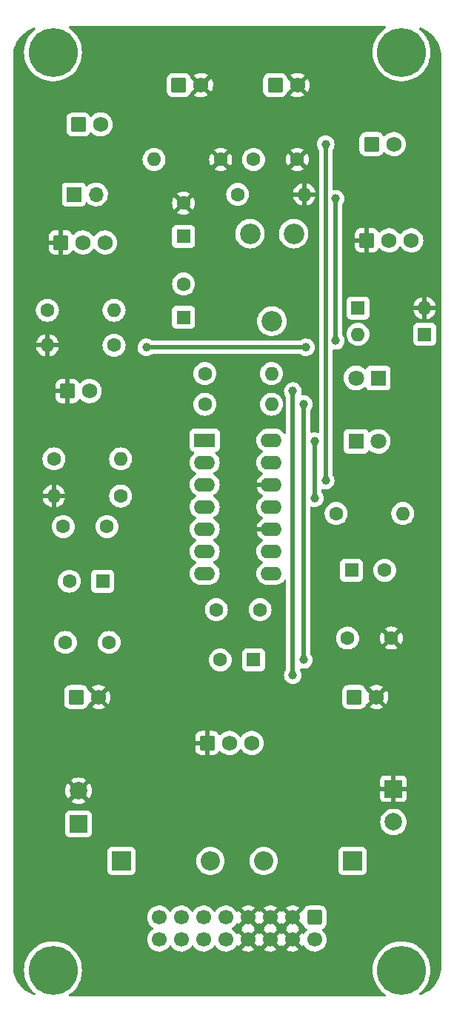
<source format=gbr>
%TF.GenerationSoftware,KiCad,Pcbnew,(6.0.7)*%
%TF.CreationDate,2023-02-15T23:00:32-05:00*%
%TF.ProjectId,PREAMP,50524541-4d50-42e6-9b69-6361645f7063,rev?*%
%TF.SameCoordinates,Original*%
%TF.FileFunction,Copper,L1,Top*%
%TF.FilePolarity,Positive*%
%FSLAX46Y46*%
G04 Gerber Fmt 4.6, Leading zero omitted, Abs format (unit mm)*
G04 Created by KiCad (PCBNEW (6.0.7)) date 2023-02-15 23:00:32*
%MOMM*%
%LPD*%
G01*
G04 APERTURE LIST*
G04 Aperture macros list*
%AMRoundRect*
0 Rectangle with rounded corners*
0 $1 Rounding radius*
0 $2 $3 $4 $5 $6 $7 $8 $9 X,Y pos of 4 corners*
0 Add a 4 corners polygon primitive as box body*
4,1,4,$2,$3,$4,$5,$6,$7,$8,$9,$2,$3,0*
0 Add four circle primitives for the rounded corners*
1,1,$1+$1,$2,$3*
1,1,$1+$1,$4,$5*
1,1,$1+$1,$6,$7*
1,1,$1+$1,$8,$9*
0 Add four rect primitives between the rounded corners*
20,1,$1+$1,$2,$3,$4,$5,0*
20,1,$1+$1,$4,$5,$6,$7,0*
20,1,$1+$1,$6,$7,$8,$9,0*
20,1,$1+$1,$8,$9,$2,$3,0*%
G04 Aperture macros list end*
%TA.AperFunction,ComponentPad*%
%ADD10C,2.340000*%
%TD*%
%TA.AperFunction,ComponentPad*%
%ADD11R,1.600000X1.600000*%
%TD*%
%TA.AperFunction,ComponentPad*%
%ADD12O,1.600000X1.600000*%
%TD*%
%TA.AperFunction,ComponentPad*%
%ADD13C,1.600000*%
%TD*%
%TA.AperFunction,ComponentPad*%
%ADD14RoundRect,0.250000X-0.620000X-0.620000X0.620000X-0.620000X0.620000X0.620000X-0.620000X0.620000X0*%
%TD*%
%TA.AperFunction,ComponentPad*%
%ADD15C,1.740000*%
%TD*%
%TA.AperFunction,ComponentPad*%
%ADD16C,5.600000*%
%TD*%
%TA.AperFunction,ComponentPad*%
%ADD17R,1.800000X1.800000*%
%TD*%
%TA.AperFunction,ComponentPad*%
%ADD18C,1.800000*%
%TD*%
%TA.AperFunction,ComponentPad*%
%ADD19R,2.400000X1.600000*%
%TD*%
%TA.AperFunction,ComponentPad*%
%ADD20O,2.400000X1.600000*%
%TD*%
%TA.AperFunction,ComponentPad*%
%ADD21R,2.000000X2.000000*%
%TD*%
%TA.AperFunction,ComponentPad*%
%ADD22C,2.000000*%
%TD*%
%TA.AperFunction,ComponentPad*%
%ADD23R,2.200000X2.200000*%
%TD*%
%TA.AperFunction,ComponentPad*%
%ADD24O,2.200000X2.200000*%
%TD*%
%TA.AperFunction,ComponentPad*%
%ADD25R,1.700000X1.700000*%
%TD*%
%TA.AperFunction,ComponentPad*%
%ADD26O,1.700000X1.700000*%
%TD*%
%TA.AperFunction,ComponentPad*%
%ADD27RoundRect,0.250000X-0.600000X0.600000X-0.600000X-0.600000X0.600000X-0.600000X0.600000X0.600000X0*%
%TD*%
%TA.AperFunction,ComponentPad*%
%ADD28C,1.700000*%
%TD*%
%TA.AperFunction,ViaPad*%
%ADD29C,1.000000*%
%TD*%
%TA.AperFunction,Conductor*%
%ADD30C,0.500000*%
%TD*%
G04 APERTURE END LIST*
D10*
%TO.P,R12,1,1*%
%TO.N,Net-(C8-Pad2)*%
X127600000Y-64250000D03*
%TO.P,R12,2,2*%
%TO.N,Net-(D5-Pad1)*%
X130100000Y-74250000D03*
%TO.P,R12,3,3*%
X132600000Y-64250000D03*
%TD*%
D11*
%TO.P,D6,1,K*%
%TO.N,Net-(J5-Pad1)*%
X147560000Y-75750000D03*
D12*
%TO.P,D6,2,A*%
%TO.N,Net-(D5-Pad1)*%
X139940000Y-75750000D03*
%TD*%
D11*
%TO.P,D5,1,K*%
%TO.N,Net-(D5-Pad1)*%
X139940000Y-72750000D03*
D12*
%TO.P,D5,2,A*%
%TO.N,Earth*%
X147560000Y-72750000D03*
%TD*%
D11*
%TO.P,C12,1*%
%TO.N,Net-(J5-Pad1)*%
X120000000Y-64552651D03*
D13*
%TO.P,C12,2*%
%TO.N,Earth*%
X120000000Y-60752651D03*
%TD*%
%TO.P,C11,1*%
%TO.N,Net-(J5-Pad1)*%
X128000000Y-55750000D03*
%TO.P,C11,2*%
%TO.N,Earth*%
X133000000Y-55750000D03*
%TD*%
D14*
%TO.P,J7,1,Pin_1*%
%TO.N,Earth*%
X122710000Y-122500000D03*
D15*
%TO.P,J7,2,Pin_2*%
%TO.N,Net-(J6-Pad1)*%
X125250000Y-122500000D03*
%TO.P,J7,3,Pin_3*%
%TO.N,Net-(C7-Pad2)*%
X127790000Y-122500000D03*
%TD*%
D16*
%TO.P,H2,1*%
%TO.N,N/C*%
X144920000Y-43500000D03*
%TD*%
D17*
%TO.P,D2,1,K*%
%TO.N,Net-(C2-Pad2)*%
X139725000Y-88000000D03*
D18*
%TO.P,D2,2,A*%
%TO.N,Net-(D1-Pad1)*%
X142265000Y-88000000D03*
%TD*%
D11*
%TO.P,C7,1*%
%TO.N,Net-(C7-Pad1)*%
X128000000Y-113000000D03*
D13*
%TO.P,C7,2*%
%TO.N,Net-(C7-Pad2)*%
X124200000Y-113000000D03*
%TD*%
D19*
%TO.P,U1,1*%
%TO.N,Net-(C5-Pad1)*%
X122425000Y-87875000D03*
D20*
%TO.P,U1,2,-*%
X122425000Y-90415000D03*
%TO.P,U1,3,+*%
%TO.N,Net-(C1-Pad2)*%
X122425000Y-92955000D03*
%TO.P,U1,4,V+*%
%TO.N,Net-(C9-Pad1)*%
X122425000Y-95495000D03*
%TO.P,U1,5,+*%
%TO.N,Net-(C4-Pad1)*%
X122425000Y-98035000D03*
%TO.P,U1,6,-*%
%TO.N,Net-(C8-Pad1)*%
X122425000Y-100575000D03*
%TO.P,U1,7*%
X122425000Y-103115000D03*
%TO.P,U1,8*%
%TO.N,Net-(C2-Pad1)*%
X130045000Y-103115000D03*
%TO.P,U1,9,-*%
%TO.N,Net-(C2-Pad2)*%
X130045000Y-100575000D03*
%TO.P,U1,10,+*%
%TO.N,Earth*%
X130045000Y-98035000D03*
%TO.P,U1,11,V-*%
%TO.N,Net-(C10-Pad2)*%
X130045000Y-95495000D03*
%TO.P,U1,12,+*%
%TO.N,Earth*%
X130045000Y-92955000D03*
%TO.P,U1,13,-*%
%TO.N,Net-(R3-Pad1)*%
X130045000Y-90415000D03*
%TO.P,U1,14*%
%TO.N,Net-(C7-Pad1)*%
X130045000Y-87875000D03*
%TD*%
D13*
%TO.P,R8,1*%
%TO.N,Net-(C4-Pad1)*%
X112810000Y-94250000D03*
D12*
%TO.P,R8,2*%
%TO.N,Earth*%
X105190000Y-94250000D03*
%TD*%
D14*
%TO.P,J1,1,Pin_1*%
%TO.N,Net-(C3-Pad1)*%
X107730000Y-117250000D03*
D15*
%TO.P,J1,2,Pin_2*%
%TO.N,Earth*%
X110270000Y-117250000D03*
%TD*%
D21*
%TO.P,C10,1*%
%TO.N,Earth*%
X144000000Y-127732323D03*
D22*
%TO.P,C10,2*%
%TO.N,Net-(C10-Pad2)*%
X144000000Y-131532323D03*
%TD*%
D14*
%TO.P,J6,1,Pin_1*%
%TO.N,Net-(J6-Pad1)*%
X139500000Y-117250000D03*
D15*
%TO.P,J6,2,Pin_2*%
%TO.N,Earth*%
X142040000Y-117250000D03*
%TD*%
D13*
%TO.P,C3,1*%
%TO.N,Net-(C3-Pad1)*%
X106500000Y-111000000D03*
%TO.P,C3,2*%
%TO.N,Net-(C1-Pad2)*%
X111500000Y-111000000D03*
%TD*%
%TO.P,C1,1*%
%TO.N,Earth*%
X143750000Y-110500000D03*
%TO.P,C1,2*%
%TO.N,Net-(C1-Pad2)*%
X138750000Y-110500000D03*
%TD*%
D21*
%TO.P,C9,1*%
%TO.N,Net-(C9-Pad1)*%
X108000000Y-131767677D03*
D22*
%TO.P,C9,2*%
%TO.N,Earth*%
X108000000Y-127967677D03*
%TD*%
D13*
%TO.P,R5,1*%
%TO.N,Earth*%
X124250000Y-55750000D03*
D12*
%TO.P,R5,2*%
%TO.N,Net-(J8-Pad2)*%
X116630000Y-55750000D03*
%TD*%
D14*
%TO.P,R7,1,Pin_1*%
%TO.N,Earth*%
X140960000Y-65000000D03*
D15*
%TO.P,R7,2,Pin_2*%
%TO.N,Net-(J6-Pad1)*%
X143500000Y-65000000D03*
%TO.P,R7,3,Pin_3*%
%TO.N,Net-(C6-Pad2)*%
X146040000Y-65000000D03*
%TD*%
D13*
%TO.P,C2,1*%
%TO.N,Net-(C2-Pad1)*%
X128750000Y-107250000D03*
%TO.P,C2,2*%
%TO.N,Net-(C2-Pad2)*%
X123750000Y-107250000D03*
%TD*%
D14*
%TO.P,S1,1,Pin_1*%
%TO.N,Net-(C2-Pad1)*%
X141500000Y-54000000D03*
D15*
%TO.P,S1,2,Pin_2*%
%TO.N,Net-(D1-Pad1)*%
X144040000Y-54000000D03*
%TD*%
D23*
%TO.P,D4,1,K*%
%TO.N,-12V*%
X139330000Y-136000000D03*
D24*
%TO.P,D4,2,A*%
%TO.N,Net-(C10-Pad2)*%
X129170000Y-136000000D03*
%TD*%
D25*
%TO.P,JP1,1,A*%
%TO.N,Net-(C4-Pad2)*%
X107460000Y-59750000D03*
D26*
%TO.P,JP1,2,B*%
%TO.N,Net-(J6-Pad1)*%
X110000000Y-59750000D03*
%TD*%
D11*
%TO.P,C5,1*%
%TO.N,Net-(C5-Pad1)*%
X120000000Y-73800000D03*
D13*
%TO.P,C5,2*%
%TO.N,Net-(C5-Pad2)*%
X120000000Y-70000000D03*
%TD*%
D14*
%TO.P,J5,1,Pin_1*%
%TO.N,Net-(J5-Pad1)*%
X130480000Y-47250000D03*
D15*
%TO.P,J5,2,Pin_2*%
%TO.N,Earth*%
X133020000Y-47250000D03*
%TD*%
D23*
%TO.P,D3,1,K*%
%TO.N,Net-(C9-Pad1)*%
X112920000Y-136000000D03*
D24*
%TO.P,D3,2,A*%
%TO.N,+12V*%
X123080000Y-136000000D03*
%TD*%
D14*
%TO.P,J8,1,Pin_1*%
%TO.N,Net-(C9-Pad1)*%
X107980000Y-51750000D03*
D15*
%TO.P,J8,2,Pin_2*%
%TO.N,Net-(J8-Pad2)*%
X110520000Y-51750000D03*
%TD*%
D13*
%TO.P,R10,1*%
%TO.N,Net-(C2-Pad2)*%
X137440000Y-96250000D03*
D12*
%TO.P,R10,2*%
%TO.N,Net-(C2-Pad1)*%
X145060000Y-96250000D03*
%TD*%
D13*
%TO.P,R4,1*%
%TO.N,Net-(R3-Pad1)*%
X122440000Y-83750000D03*
D12*
%TO.P,R4,2*%
%TO.N,Net-(C7-Pad1)*%
X130060000Y-83750000D03*
%TD*%
D13*
%TO.P,R2,1*%
%TO.N,Net-(R2-Pad1)*%
X104440000Y-73000000D03*
D12*
%TO.P,R2,2*%
%TO.N,Net-(C2-Pad2)*%
X112060000Y-73000000D03*
%TD*%
D13*
%TO.P,R1,1*%
%TO.N,Net-(J4-Pad2)*%
X105190000Y-90000000D03*
D12*
%TO.P,R1,2*%
%TO.N,Net-(C5-Pad1)*%
X112810000Y-90000000D03*
%TD*%
D13*
%TO.P,R3,1*%
%TO.N,Net-(R3-Pad1)*%
X122440000Y-80250000D03*
D12*
%TO.P,R3,2*%
%TO.N,Net-(J6-Pad1)*%
X130060000Y-80250000D03*
%TD*%
D11*
%TO.P,C8,1*%
%TO.N,Net-(C8-Pad1)*%
X110750000Y-104000000D03*
D13*
%TO.P,C8,2*%
%TO.N,Net-(C8-Pad2)*%
X106950000Y-104000000D03*
%TD*%
D14*
%TO.P,J2,1,Pin_1*%
%TO.N,Net-(C4-Pad2)*%
X119460000Y-47250000D03*
D15*
%TO.P,J2,2,Pin_2*%
%TO.N,Earth*%
X122000000Y-47250000D03*
%TD*%
D13*
%TO.P,R11,1*%
%TO.N,Net-(C4-Pad2)*%
X126190000Y-59750000D03*
D12*
%TO.P,R11,2*%
%TO.N,Earth*%
X133810000Y-59750000D03*
%TD*%
D14*
%TO.P,R6,1,Pin_1*%
%TO.N,Earth*%
X105960000Y-65250000D03*
D15*
%TO.P,R6,2,Pin_2*%
%TO.N,Net-(R2-Pad1)*%
X108500000Y-65250000D03*
%TO.P,R6,3,Pin_3*%
%TO.N,Net-(C5-Pad2)*%
X111040000Y-65250000D03*
%TD*%
D14*
%TO.P,J4,1,Pin_1*%
%TO.N,Earth*%
X106730000Y-82250000D03*
D15*
%TO.P,J4,2,Pin_2*%
%TO.N,Net-(J4-Pad2)*%
X109270000Y-82250000D03*
%TD*%
D27*
%TO.P,J3,1,Pin_1*%
%TO.N,-12V*%
X135000000Y-142460000D03*
D28*
%TO.P,J3,2,Pin_2*%
X135000000Y-145000000D03*
%TO.P,J3,3,Pin_3*%
%TO.N,Earth*%
X132460000Y-142460000D03*
%TO.P,J3,4,Pin_4*%
X132460000Y-145000000D03*
%TO.P,J3,5,Pin_5*%
X129920000Y-142460000D03*
%TO.P,J3,6,Pin_6*%
X129920000Y-145000000D03*
%TO.P,J3,7,Pin_7*%
X127380000Y-142460000D03*
%TO.P,J3,8,Pin_8*%
X127380000Y-145000000D03*
%TO.P,J3,9,Pin_9*%
%TO.N,+12V*%
X124840000Y-142460000D03*
%TO.P,J3,10,Pin_10*%
X124840000Y-145000000D03*
%TO.P,J3,11,Pin_11*%
%TO.N,+5V*%
X122300000Y-142460000D03*
%TO.P,J3,12,Pin_12*%
X122300000Y-145000000D03*
%TO.P,J3,13,Pin_13*%
%TO.N,CV*%
X119760000Y-142460000D03*
%TO.P,J3,14,Pin_14*%
X119760000Y-145000000D03*
%TO.P,J3,15,Pin_15*%
%TO.N,GATE*%
X117220000Y-142460000D03*
%TO.P,J3,16,Pin_16*%
X117220000Y-145000000D03*
%TD*%
D11*
%TO.P,C6,1*%
%TO.N,Net-(C2-Pad1)*%
X139197349Y-102750000D03*
D13*
%TO.P,C6,2*%
%TO.N,Net-(C6-Pad2)*%
X142997349Y-102750000D03*
%TD*%
%TO.P,R9,1*%
%TO.N,Net-(C1-Pad2)*%
X112060000Y-77000000D03*
D12*
%TO.P,R9,2*%
%TO.N,Earth*%
X104440000Y-77000000D03*
%TD*%
D16*
%TO.P,H4,1*%
%TO.N,N/C*%
X144920000Y-148500000D03*
%TD*%
%TO.P,H1,1*%
%TO.N,N/C*%
X105080000Y-43500000D03*
%TD*%
D17*
%TO.P,D1,1,K*%
%TO.N,Net-(D1-Pad1)*%
X142250000Y-80750000D03*
D18*
%TO.P,D1,2,A*%
%TO.N,Net-(C2-Pad2)*%
X139710000Y-80750000D03*
%TD*%
D13*
%TO.P,C4,1*%
%TO.N,Net-(C4-Pad1)*%
X111250000Y-97750000D03*
%TO.P,C4,2*%
%TO.N,Net-(C4-Pad2)*%
X106250000Y-97750000D03*
%TD*%
D16*
%TO.P,H3,1*%
%TO.N,N/C*%
X105080000Y-148500000D03*
%TD*%
D29*
%TO.N,Earth*%
X137750000Y-47500000D03*
X137750000Y-52250000D03*
%TO.N,Net-(C2-Pad1)*%
X136250000Y-54000000D03*
%TO.N,Earth*%
X114750000Y-59250000D03*
X114750000Y-68250000D03*
%TO.N,Net-(D1-Pad1)*%
X137399500Y-60250000D03*
X137399500Y-76500000D03*
%TO.N,Net-(C2-Pad2)*%
X115750000Y-77250000D03*
X134000000Y-77250000D03*
%TO.N,Net-(C7-Pad1)*%
X133750000Y-83750000D03*
%TO.N,Net-(J6-Pad1)*%
X132500000Y-82250000D03*
%TO.N,Net-(C2-Pad1)*%
X136250000Y-92500000D03*
%TO.N,Net-(C2-Pad2)*%
X135000000Y-94500000D03*
X135000000Y-88000000D03*
%TO.N,Net-(C7-Pad1)*%
X133750000Y-113000000D03*
%TO.N,Net-(J6-Pad1)*%
X132500000Y-114750000D03*
%TD*%
D30*
%TO.N,Earth*%
X137750000Y-47500000D02*
X137750000Y-52250000D01*
%TO.N,Net-(C2-Pad1)*%
X136250000Y-54000000D02*
X136250000Y-92500000D01*
%TO.N,Earth*%
X114750000Y-59250000D02*
X114750000Y-68250000D01*
%TO.N,Net-(D1-Pad1)*%
X137399500Y-76500000D02*
X137399500Y-60250000D01*
%TO.N,Net-(C2-Pad2)*%
X134000000Y-77250000D02*
X115750000Y-77250000D01*
%TO.N,Net-(C7-Pad1)*%
X133750000Y-83750000D02*
X133750000Y-113000000D01*
%TO.N,Net-(J6-Pad1)*%
X132500000Y-114750000D02*
X132500000Y-82250000D01*
%TO.N,Net-(C2-Pad2)*%
X135000000Y-94500000D02*
X135000000Y-88000000D01*
%TD*%
%TA.AperFunction,Conductor*%
%TO.N,Earth*%
G36*
X143088127Y-40528502D02*
G01*
X143134620Y-40582158D01*
X143144724Y-40652432D01*
X143115230Y-40717012D01*
X143084715Y-40742614D01*
X143067193Y-40753101D01*
X143064467Y-40755163D01*
X143064465Y-40755164D01*
X142845493Y-40920772D01*
X142781367Y-40969270D01*
X142520559Y-41215043D01*
X142287819Y-41487546D01*
X142285900Y-41490358D01*
X142285897Y-41490363D01*
X142260919Y-41526980D01*
X142085871Y-41783591D01*
X141917077Y-42099714D01*
X141783411Y-42432218D01*
X141782491Y-42435492D01*
X141782489Y-42435497D01*
X141716661Y-42669689D01*
X141686437Y-42777213D01*
X141627290Y-43130663D01*
X141606661Y-43488434D01*
X141624792Y-43846340D01*
X141625329Y-43849695D01*
X141625330Y-43849701D01*
X141647901Y-43990618D01*
X141681470Y-44200195D01*
X141776033Y-44545859D01*
X141907374Y-44879288D01*
X142073957Y-45196582D01*
X142075858Y-45199411D01*
X142075864Y-45199421D01*
X142259569Y-45472800D01*
X142273834Y-45494029D01*
X142504665Y-45768150D01*
X142763751Y-46015738D01*
X143048061Y-46233897D01*
X143080056Y-46253350D01*
X143351355Y-46418303D01*
X143351360Y-46418306D01*
X143354270Y-46420075D01*
X143357358Y-46421521D01*
X143357357Y-46421521D01*
X143675710Y-46570649D01*
X143675720Y-46570653D01*
X143678794Y-46572093D01*
X143682012Y-46573195D01*
X143682015Y-46573196D01*
X144014615Y-46687071D01*
X144014623Y-46687073D01*
X144017838Y-46688174D01*
X144367435Y-46766959D01*
X144419728Y-46772917D01*
X144720114Y-46807142D01*
X144720122Y-46807142D01*
X144723497Y-46807527D01*
X144726901Y-46807545D01*
X144726904Y-46807545D01*
X144921227Y-46808562D01*
X145081857Y-46809403D01*
X145085243Y-46809053D01*
X145085245Y-46809053D01*
X145434932Y-46772917D01*
X145434941Y-46772916D01*
X145438324Y-46772566D01*
X145441657Y-46771852D01*
X145441660Y-46771851D01*
X145614186Y-46734864D01*
X145788727Y-46697446D01*
X146128968Y-46584922D01*
X146455066Y-46436311D01*
X146672409Y-46307262D01*
X146760262Y-46255099D01*
X146760267Y-46255096D01*
X146763207Y-46253350D01*
X147049786Y-46038180D01*
X147311451Y-45793319D01*
X147545140Y-45521630D01*
X147651750Y-45366512D01*
X147746190Y-45229101D01*
X147746195Y-45229094D01*
X147748120Y-45226292D01*
X147749732Y-45223298D01*
X147749737Y-45223290D01*
X147916395Y-44913772D01*
X147918017Y-44910760D01*
X148052842Y-44578724D01*
X148063142Y-44542568D01*
X148083527Y-44471006D01*
X148151020Y-44234070D01*
X148188885Y-44012552D01*
X148210829Y-43884175D01*
X148210829Y-43884173D01*
X148211401Y-43880828D01*
X148213511Y-43846340D01*
X148233168Y-43524928D01*
X148233278Y-43523131D01*
X148233359Y-43500000D01*
X148213979Y-43142159D01*
X148156066Y-42788505D01*
X148060297Y-42443173D01*
X148057243Y-42435497D01*
X147929052Y-42113369D01*
X147927793Y-42110205D01*
X147897768Y-42053498D01*
X147761702Y-41796513D01*
X147761698Y-41796506D01*
X147760103Y-41793494D01*
X147559190Y-41496746D01*
X147327403Y-41223432D01*
X147067454Y-40976750D01*
X146975276Y-40906529D01*
X146933209Y-40849337D01*
X146928740Y-40778481D01*
X146963288Y-40716457D01*
X147025884Y-40682958D01*
X147094079Y-40687665D01*
X147330311Y-40772191D01*
X147341735Y-40776922D01*
X147409500Y-40808972D01*
X147640292Y-40918128D01*
X147651188Y-40923953D01*
X147743181Y-40979091D01*
X147934467Y-41093744D01*
X147944748Y-41100614D01*
X148210017Y-41297350D01*
X148219556Y-41305177D01*
X148464282Y-41526985D01*
X148473015Y-41535718D01*
X148694823Y-41780444D01*
X148702650Y-41789983D01*
X148846901Y-41984483D01*
X148899386Y-42055252D01*
X148906256Y-42065533D01*
X149076045Y-42348807D01*
X149081872Y-42359708D01*
X149121348Y-42443173D01*
X149223078Y-42658265D01*
X149227810Y-42669689D01*
X149339072Y-42980645D01*
X149342661Y-42992477D01*
X149422909Y-43312841D01*
X149425321Y-43324969D01*
X149473779Y-43651650D01*
X149474990Y-43663949D01*
X149484117Y-43849701D01*
X149489390Y-43957034D01*
X149488042Y-43982598D01*
X149486309Y-43993724D01*
X149487474Y-44002630D01*
X149490436Y-44025283D01*
X149491500Y-44041621D01*
X149491500Y-147950633D01*
X149490000Y-147970018D01*
X149486309Y-147993724D01*
X149487473Y-148002627D01*
X149487473Y-148002628D01*
X149488839Y-148013076D01*
X149489751Y-148035594D01*
X149485081Y-148130663D01*
X149474991Y-148336045D01*
X149473779Y-148348350D01*
X149425321Y-148675031D01*
X149422909Y-148687159D01*
X149342661Y-149007523D01*
X149339072Y-149019355D01*
X149227810Y-149330311D01*
X149223078Y-149341735D01*
X149081874Y-149640288D01*
X149076045Y-149651193D01*
X148906256Y-149934467D01*
X148899386Y-149944748D01*
X148702650Y-150210017D01*
X148694823Y-150219556D01*
X148473020Y-150464277D01*
X148464282Y-150473015D01*
X148219556Y-150694823D01*
X148210017Y-150702650D01*
X148015517Y-150846901D01*
X147944748Y-150899386D01*
X147934467Y-150906256D01*
X147792101Y-150991588D01*
X147651188Y-151076047D01*
X147640292Y-151081872D01*
X147618155Y-151092342D01*
X147341735Y-151223078D01*
X147330311Y-151227810D01*
X147095748Y-151311738D01*
X147024871Y-151315854D01*
X146963020Y-151280998D01*
X146929832Y-151218236D01*
X146935844Y-151147494D01*
X146977644Y-151092346D01*
X147049786Y-151038180D01*
X147311451Y-150793319D01*
X147545140Y-150521630D01*
X147727429Y-150256398D01*
X147746190Y-150229101D01*
X147746195Y-150229094D01*
X147748120Y-150226292D01*
X147749732Y-150223298D01*
X147749737Y-150223290D01*
X147916395Y-149913772D01*
X147918017Y-149910760D01*
X148052842Y-149578724D01*
X148063142Y-149542568D01*
X148083527Y-149471006D01*
X148151020Y-149234070D01*
X148211401Y-148880828D01*
X148213511Y-148846340D01*
X148233168Y-148524928D01*
X148233278Y-148523131D01*
X148233359Y-148500000D01*
X148213979Y-148142159D01*
X148156066Y-147788505D01*
X148060297Y-147443173D01*
X148057243Y-147435497D01*
X147929052Y-147113369D01*
X147927793Y-147110205D01*
X147897768Y-147053498D01*
X147761702Y-146796513D01*
X147761698Y-146796506D01*
X147760103Y-146793494D01*
X147559190Y-146496746D01*
X147327403Y-146223432D01*
X147067454Y-145976750D01*
X146836341Y-145800689D01*
X146785091Y-145761647D01*
X146785089Y-145761646D01*
X146782384Y-145759585D01*
X146779472Y-145757828D01*
X146779467Y-145757825D01*
X146478443Y-145576236D01*
X146478437Y-145576233D01*
X146475528Y-145574478D01*
X146150475Y-145423593D01*
X145975620Y-145364408D01*
X145814255Y-145309789D01*
X145814250Y-145309788D01*
X145811028Y-145308697D01*
X145612681Y-145264724D01*
X145464493Y-145231871D01*
X145464487Y-145231870D01*
X145461158Y-145231132D01*
X145457769Y-145230758D01*
X145457764Y-145230757D01*
X145108338Y-145192180D01*
X145108333Y-145192180D01*
X145104957Y-145191807D01*
X145101558Y-145191801D01*
X145101557Y-145191801D01*
X144932080Y-145191505D01*
X144746592Y-145191182D01*
X144633413Y-145203277D01*
X144393639Y-145228901D01*
X144393631Y-145228902D01*
X144390256Y-145229263D01*
X144040117Y-145305606D01*
X143700271Y-145419317D01*
X143697178Y-145420739D01*
X143697177Y-145420740D01*
X143690974Y-145423593D01*
X143374694Y-145569066D01*
X143371760Y-145570822D01*
X143371758Y-145570823D01*
X143074288Y-145748855D01*
X143067193Y-145753101D01*
X143064467Y-145755163D01*
X143064465Y-145755164D01*
X142894790Y-145883489D01*
X142781367Y-145969270D01*
X142520559Y-146215043D01*
X142518347Y-146217633D01*
X142518345Y-146217635D01*
X142510576Y-146226731D01*
X142287819Y-146487546D01*
X142285900Y-146490358D01*
X142285897Y-146490363D01*
X142192624Y-146627097D01*
X142085871Y-146783591D01*
X141917077Y-147099714D01*
X141783411Y-147432218D01*
X141782491Y-147435492D01*
X141782489Y-147435497D01*
X141780332Y-147443173D01*
X141686437Y-147777213D01*
X141685875Y-147780570D01*
X141685875Y-147780571D01*
X141643199Y-148035597D01*
X141627290Y-148130663D01*
X141606661Y-148488434D01*
X141624792Y-148846340D01*
X141625329Y-148849695D01*
X141625330Y-148849701D01*
X141630316Y-148880828D01*
X141681470Y-149200195D01*
X141776033Y-149545859D01*
X141907374Y-149879288D01*
X142073957Y-150196582D01*
X142075858Y-150199411D01*
X142075864Y-150199421D01*
X142253841Y-150464277D01*
X142273834Y-150494029D01*
X142504665Y-150768150D01*
X142763751Y-151015738D01*
X143048061Y-151233897D01*
X143050979Y-151235671D01*
X143087437Y-151257838D01*
X143135252Y-151310319D01*
X143147103Y-151380320D01*
X143119228Y-151445615D01*
X143060477Y-151485474D01*
X143021978Y-151491500D01*
X106981120Y-151491500D01*
X106912999Y-151471498D01*
X106866506Y-151417842D01*
X106856402Y-151347568D01*
X106885896Y-151282988D01*
X106916789Y-151257161D01*
X106923207Y-151253350D01*
X106957225Y-151227809D01*
X107021095Y-151179854D01*
X107209786Y-151038180D01*
X107471451Y-150793319D01*
X107705140Y-150521630D01*
X107887429Y-150256398D01*
X107906190Y-150229101D01*
X107906195Y-150229094D01*
X107908120Y-150226292D01*
X107909732Y-150223298D01*
X107909737Y-150223290D01*
X108076395Y-149913772D01*
X108078017Y-149910760D01*
X108212842Y-149578724D01*
X108223142Y-149542568D01*
X108243527Y-149471006D01*
X108311020Y-149234070D01*
X108371401Y-148880828D01*
X108373511Y-148846340D01*
X108393168Y-148524928D01*
X108393278Y-148523131D01*
X108393359Y-148500000D01*
X108373979Y-148142159D01*
X108316066Y-147788505D01*
X108220297Y-147443173D01*
X108217243Y-147435497D01*
X108089052Y-147113369D01*
X108087793Y-147110205D01*
X108057768Y-147053498D01*
X107921702Y-146796513D01*
X107921698Y-146796506D01*
X107920103Y-146793494D01*
X107719190Y-146496746D01*
X107487403Y-146223432D01*
X107227454Y-145976750D01*
X106996341Y-145800689D01*
X106945091Y-145761647D01*
X106945089Y-145761646D01*
X106942384Y-145759585D01*
X106939472Y-145757828D01*
X106939467Y-145757825D01*
X106638443Y-145576236D01*
X106638437Y-145576233D01*
X106635528Y-145574478D01*
X106310475Y-145423593D01*
X106135620Y-145364408D01*
X105974255Y-145309789D01*
X105974250Y-145309788D01*
X105971028Y-145308697D01*
X105772681Y-145264724D01*
X105624493Y-145231871D01*
X105624487Y-145231870D01*
X105621158Y-145231132D01*
X105617769Y-145230758D01*
X105617764Y-145230757D01*
X105268338Y-145192180D01*
X105268333Y-145192180D01*
X105264957Y-145191807D01*
X105261558Y-145191801D01*
X105261557Y-145191801D01*
X105092080Y-145191505D01*
X104906592Y-145191182D01*
X104793413Y-145203277D01*
X104553639Y-145228901D01*
X104553631Y-145228902D01*
X104550256Y-145229263D01*
X104200117Y-145305606D01*
X103860271Y-145419317D01*
X103857178Y-145420739D01*
X103857177Y-145420740D01*
X103850974Y-145423593D01*
X103534694Y-145569066D01*
X103531760Y-145570822D01*
X103531758Y-145570823D01*
X103234288Y-145748855D01*
X103227193Y-145753101D01*
X103224467Y-145755163D01*
X103224465Y-145755164D01*
X103054790Y-145883489D01*
X102941367Y-145969270D01*
X102680559Y-146215043D01*
X102678347Y-146217633D01*
X102678345Y-146217635D01*
X102670576Y-146226731D01*
X102447819Y-146487546D01*
X102445900Y-146490358D01*
X102445897Y-146490363D01*
X102352624Y-146627097D01*
X102245871Y-146783591D01*
X102077077Y-147099714D01*
X101943411Y-147432218D01*
X101942491Y-147435492D01*
X101942489Y-147435497D01*
X101940332Y-147443173D01*
X101846437Y-147777213D01*
X101845875Y-147780570D01*
X101845875Y-147780571D01*
X101803199Y-148035597D01*
X101787290Y-148130663D01*
X101766661Y-148488434D01*
X101784792Y-148846340D01*
X101785329Y-148849695D01*
X101785330Y-148849701D01*
X101790316Y-148880828D01*
X101841470Y-149200195D01*
X101936033Y-149545859D01*
X102067374Y-149879288D01*
X102233957Y-150196582D01*
X102235858Y-150199411D01*
X102235864Y-150199421D01*
X102413841Y-150464277D01*
X102433834Y-150494029D01*
X102664665Y-150768150D01*
X102923751Y-151015738D01*
X103025694Y-151093962D01*
X103067559Y-151151297D01*
X103071781Y-151222168D01*
X103037017Y-151284071D01*
X102974304Y-151317352D01*
X102906540Y-151312556D01*
X102669689Y-151227809D01*
X102658265Y-151223078D01*
X102381845Y-151092342D01*
X102359708Y-151081872D01*
X102348812Y-151076047D01*
X102207899Y-150991588D01*
X102065533Y-150906256D01*
X102055252Y-150899386D01*
X101984483Y-150846901D01*
X101789983Y-150702650D01*
X101780444Y-150694823D01*
X101535718Y-150473015D01*
X101526980Y-150464277D01*
X101305177Y-150219556D01*
X101297350Y-150210017D01*
X101100614Y-149944748D01*
X101093744Y-149934467D01*
X100923955Y-149651193D01*
X100918126Y-149640288D01*
X100776922Y-149341735D01*
X100772190Y-149330311D01*
X100660928Y-149019355D01*
X100657339Y-149007523D01*
X100577091Y-148687159D01*
X100574679Y-148675031D01*
X100526221Y-148348351D01*
X100525009Y-148336045D01*
X100510795Y-148046695D01*
X100512387Y-148019619D01*
X100513576Y-148012552D01*
X100513729Y-148000000D01*
X100509773Y-147972376D01*
X100508500Y-147954514D01*
X100508500Y-144966695D01*
X115857251Y-144966695D01*
X115857548Y-144971848D01*
X115857548Y-144971851D01*
X115863011Y-145066590D01*
X115870110Y-145189715D01*
X115871247Y-145194761D01*
X115871248Y-145194767D01*
X115879186Y-145229988D01*
X115919222Y-145407639D01*
X116003266Y-145614616D01*
X116054019Y-145697438D01*
X116117291Y-145800688D01*
X116119987Y-145805088D01*
X116266250Y-145973938D01*
X116438126Y-146116632D01*
X116631000Y-146229338D01*
X116839692Y-146309030D01*
X116844760Y-146310061D01*
X116844763Y-146310062D01*
X116949604Y-146331392D01*
X117058597Y-146353567D01*
X117063772Y-146353757D01*
X117063774Y-146353757D01*
X117276673Y-146361564D01*
X117276677Y-146361564D01*
X117281837Y-146361753D01*
X117286957Y-146361097D01*
X117286959Y-146361097D01*
X117498288Y-146334025D01*
X117498289Y-146334025D01*
X117503416Y-146333368D01*
X117508366Y-146331883D01*
X117712429Y-146270661D01*
X117712434Y-146270659D01*
X117717384Y-146269174D01*
X117917994Y-146170896D01*
X118099860Y-146041173D01*
X118169661Y-145971616D01*
X118254435Y-145887137D01*
X118258096Y-145883489D01*
X118317594Y-145800689D01*
X118388453Y-145702077D01*
X118389776Y-145703028D01*
X118436645Y-145659857D01*
X118506580Y-145647625D01*
X118572026Y-145675144D01*
X118599875Y-145706994D01*
X118659987Y-145805088D01*
X118806250Y-145973938D01*
X118978126Y-146116632D01*
X119171000Y-146229338D01*
X119379692Y-146309030D01*
X119384760Y-146310061D01*
X119384763Y-146310062D01*
X119489604Y-146331392D01*
X119598597Y-146353567D01*
X119603772Y-146353757D01*
X119603774Y-146353757D01*
X119816673Y-146361564D01*
X119816677Y-146361564D01*
X119821837Y-146361753D01*
X119826957Y-146361097D01*
X119826959Y-146361097D01*
X120038288Y-146334025D01*
X120038289Y-146334025D01*
X120043416Y-146333368D01*
X120048366Y-146331883D01*
X120252429Y-146270661D01*
X120252434Y-146270659D01*
X120257384Y-146269174D01*
X120457994Y-146170896D01*
X120639860Y-146041173D01*
X120709661Y-145971616D01*
X120794435Y-145887137D01*
X120798096Y-145883489D01*
X120857594Y-145800689D01*
X120928453Y-145702077D01*
X120929776Y-145703028D01*
X120976645Y-145659857D01*
X121046580Y-145647625D01*
X121112026Y-145675144D01*
X121139875Y-145706994D01*
X121199987Y-145805088D01*
X121346250Y-145973938D01*
X121518126Y-146116632D01*
X121711000Y-146229338D01*
X121919692Y-146309030D01*
X121924760Y-146310061D01*
X121924763Y-146310062D01*
X122029604Y-146331392D01*
X122138597Y-146353567D01*
X122143772Y-146353757D01*
X122143774Y-146353757D01*
X122356673Y-146361564D01*
X122356677Y-146361564D01*
X122361837Y-146361753D01*
X122366957Y-146361097D01*
X122366959Y-146361097D01*
X122578288Y-146334025D01*
X122578289Y-146334025D01*
X122583416Y-146333368D01*
X122588366Y-146331883D01*
X122792429Y-146270661D01*
X122792434Y-146270659D01*
X122797384Y-146269174D01*
X122997994Y-146170896D01*
X123179860Y-146041173D01*
X123249661Y-145971616D01*
X123334435Y-145887137D01*
X123338096Y-145883489D01*
X123397594Y-145800689D01*
X123468453Y-145702077D01*
X123469776Y-145703028D01*
X123516645Y-145659857D01*
X123586580Y-145647625D01*
X123652026Y-145675144D01*
X123679875Y-145706994D01*
X123739987Y-145805088D01*
X123886250Y-145973938D01*
X124058126Y-146116632D01*
X124251000Y-146229338D01*
X124459692Y-146309030D01*
X124464760Y-146310061D01*
X124464763Y-146310062D01*
X124569604Y-146331392D01*
X124678597Y-146353567D01*
X124683772Y-146353757D01*
X124683774Y-146353757D01*
X124896673Y-146361564D01*
X124896677Y-146361564D01*
X124901837Y-146361753D01*
X124906957Y-146361097D01*
X124906959Y-146361097D01*
X125118288Y-146334025D01*
X125118289Y-146334025D01*
X125123416Y-146333368D01*
X125128366Y-146331883D01*
X125332429Y-146270661D01*
X125332434Y-146270659D01*
X125337384Y-146269174D01*
X125537994Y-146170896D01*
X125602544Y-146124853D01*
X126619977Y-146124853D01*
X126625258Y-146131907D01*
X126786756Y-146226279D01*
X126796042Y-146230729D01*
X126995001Y-146306703D01*
X127004899Y-146309579D01*
X127213595Y-146352038D01*
X127223823Y-146353257D01*
X127436650Y-146361062D01*
X127446936Y-146360595D01*
X127658185Y-146333534D01*
X127668262Y-146331392D01*
X127872255Y-146270191D01*
X127881842Y-146266433D01*
X128073098Y-146172738D01*
X128081944Y-146167465D01*
X128129247Y-146133723D01*
X128136211Y-146124853D01*
X129159977Y-146124853D01*
X129165258Y-146131907D01*
X129326756Y-146226279D01*
X129336042Y-146230729D01*
X129535001Y-146306703D01*
X129544899Y-146309579D01*
X129753595Y-146352038D01*
X129763823Y-146353257D01*
X129976650Y-146361062D01*
X129986936Y-146360595D01*
X130198185Y-146333534D01*
X130208262Y-146331392D01*
X130412255Y-146270191D01*
X130421842Y-146266433D01*
X130613098Y-146172738D01*
X130621944Y-146167465D01*
X130669247Y-146133723D01*
X130676211Y-146124853D01*
X131699977Y-146124853D01*
X131705258Y-146131907D01*
X131866756Y-146226279D01*
X131876042Y-146230729D01*
X132075001Y-146306703D01*
X132084899Y-146309579D01*
X132293595Y-146352038D01*
X132303823Y-146353257D01*
X132516650Y-146361062D01*
X132526936Y-146360595D01*
X132738185Y-146333534D01*
X132748262Y-146331392D01*
X132952255Y-146270191D01*
X132961842Y-146266433D01*
X133153098Y-146172738D01*
X133161944Y-146167465D01*
X133209247Y-146133723D01*
X133217648Y-146123023D01*
X133210660Y-146109870D01*
X132472812Y-145372022D01*
X132458868Y-145364408D01*
X132457035Y-145364539D01*
X132450420Y-145368790D01*
X131706737Y-146112473D01*
X131699977Y-146124853D01*
X130676211Y-146124853D01*
X130677648Y-146123023D01*
X130670660Y-146109870D01*
X129932812Y-145372022D01*
X129918868Y-145364408D01*
X129917035Y-145364539D01*
X129910420Y-145368790D01*
X129166737Y-146112473D01*
X129159977Y-146124853D01*
X128136211Y-146124853D01*
X128137648Y-146123023D01*
X128130660Y-146109870D01*
X127392812Y-145372022D01*
X127378868Y-145364408D01*
X127377035Y-145364539D01*
X127370420Y-145368790D01*
X126626737Y-146112473D01*
X126619977Y-146124853D01*
X125602544Y-146124853D01*
X125719860Y-146041173D01*
X125789661Y-145971616D01*
X125874435Y-145887137D01*
X125878096Y-145883489D01*
X125937594Y-145800689D01*
X126008453Y-145702077D01*
X126009640Y-145702930D01*
X126056960Y-145659362D01*
X126126897Y-145647145D01*
X126192338Y-145674678D01*
X126220166Y-145706512D01*
X126246459Y-145749419D01*
X126256916Y-145758880D01*
X126265694Y-145755096D01*
X127007978Y-145012812D01*
X127014356Y-145001132D01*
X127744408Y-145001132D01*
X127744539Y-145002965D01*
X127748790Y-145009580D01*
X128490474Y-145751264D01*
X128502484Y-145757823D01*
X128514223Y-145748855D01*
X128548022Y-145701819D01*
X128549149Y-145702629D01*
X128596659Y-145658881D01*
X128666596Y-145646661D01*
X128732038Y-145674191D01*
X128759870Y-145706029D01*
X128786459Y-145749419D01*
X128796916Y-145758880D01*
X128805694Y-145755096D01*
X129547978Y-145012812D01*
X129554356Y-145001132D01*
X130284408Y-145001132D01*
X130284539Y-145002965D01*
X130288790Y-145009580D01*
X131030474Y-145751264D01*
X131042484Y-145757823D01*
X131054223Y-145748855D01*
X131088022Y-145701819D01*
X131089149Y-145702629D01*
X131136659Y-145658881D01*
X131206596Y-145646661D01*
X131272038Y-145674191D01*
X131299870Y-145706029D01*
X131326459Y-145749419D01*
X131336916Y-145758880D01*
X131345694Y-145755096D01*
X132087978Y-145012812D01*
X132094356Y-145001132D01*
X132824408Y-145001132D01*
X132824539Y-145002965D01*
X132828790Y-145009580D01*
X133570474Y-145751264D01*
X133582484Y-145757823D01*
X133594223Y-145748855D01*
X133628022Y-145701819D01*
X133629277Y-145702721D01*
X133676391Y-145659355D01*
X133746330Y-145647148D01*
X133811767Y-145674691D01*
X133839580Y-145706513D01*
X133897287Y-145800683D01*
X133897291Y-145800688D01*
X133899987Y-145805088D01*
X134046250Y-145973938D01*
X134218126Y-146116632D01*
X134411000Y-146229338D01*
X134619692Y-146309030D01*
X134624760Y-146310061D01*
X134624763Y-146310062D01*
X134729604Y-146331392D01*
X134838597Y-146353567D01*
X134843772Y-146353757D01*
X134843774Y-146353757D01*
X135056673Y-146361564D01*
X135056677Y-146361564D01*
X135061837Y-146361753D01*
X135066957Y-146361097D01*
X135066959Y-146361097D01*
X135278288Y-146334025D01*
X135278289Y-146334025D01*
X135283416Y-146333368D01*
X135288366Y-146331883D01*
X135492429Y-146270661D01*
X135492434Y-146270659D01*
X135497384Y-146269174D01*
X135697994Y-146170896D01*
X135879860Y-146041173D01*
X135949661Y-145971616D01*
X136034435Y-145887137D01*
X136038096Y-145883489D01*
X136097594Y-145800689D01*
X136165435Y-145706277D01*
X136168453Y-145702077D01*
X136181995Y-145674678D01*
X136265136Y-145506453D01*
X136265137Y-145506451D01*
X136267430Y-145501811D01*
X136326327Y-145307959D01*
X136330865Y-145293023D01*
X136330865Y-145293021D01*
X136332370Y-145288069D01*
X136361529Y-145066590D01*
X136363156Y-145000000D01*
X136344852Y-144777361D01*
X136290431Y-144560702D01*
X136201354Y-144355840D01*
X136080014Y-144168277D01*
X135929670Y-144003051D01*
X135887006Y-143969357D01*
X135845944Y-143911441D01*
X135842712Y-143840518D01*
X135878337Y-143779107D01*
X135911647Y-143756376D01*
X135917007Y-143753865D01*
X135923946Y-143751550D01*
X136074348Y-143658478D01*
X136199305Y-143533303D01*
X136221357Y-143497529D01*
X136288275Y-143388968D01*
X136288276Y-143388966D01*
X136292115Y-143382738D01*
X136347797Y-143214861D01*
X136358500Y-143110400D01*
X136358500Y-141809600D01*
X136358077Y-141805523D01*
X136348238Y-141710692D01*
X136348237Y-141710688D01*
X136347526Y-141703834D01*
X136313598Y-141602138D01*
X136293868Y-141543002D01*
X136291550Y-141536054D01*
X136198478Y-141385652D01*
X136073303Y-141260695D01*
X136067072Y-141256854D01*
X135928968Y-141171725D01*
X135928966Y-141171724D01*
X135922738Y-141167885D01*
X135762254Y-141114655D01*
X135761389Y-141114368D01*
X135761387Y-141114368D01*
X135754861Y-141112203D01*
X135748025Y-141111503D01*
X135748022Y-141111502D01*
X135704969Y-141107091D01*
X135650400Y-141101500D01*
X134349600Y-141101500D01*
X134346354Y-141101837D01*
X134346350Y-141101837D01*
X134250692Y-141111762D01*
X134250688Y-141111763D01*
X134243834Y-141112474D01*
X134237298Y-141114655D01*
X134237296Y-141114655D01*
X134174631Y-141135562D01*
X134076054Y-141168450D01*
X133925652Y-141261522D01*
X133920479Y-141266704D01*
X133864762Y-141322518D01*
X133800695Y-141386697D01*
X133796855Y-141392927D01*
X133796854Y-141392928D01*
X133753630Y-141463051D01*
X133707885Y-141537262D01*
X133705581Y-141544209D01*
X133683236Y-141611577D01*
X133642806Y-141669937D01*
X133616330Y-141686366D01*
X133572811Y-141706399D01*
X132832022Y-142447188D01*
X132824408Y-142461132D01*
X132824539Y-142462965D01*
X132828790Y-142469580D01*
X133570474Y-143211264D01*
X133610998Y-143233393D01*
X133623589Y-143236132D01*
X133673791Y-143286335D01*
X133682726Y-143306842D01*
X133708450Y-143383946D01*
X133801522Y-143534348D01*
X133926697Y-143659305D01*
X133932927Y-143663145D01*
X133932928Y-143663146D01*
X134059104Y-143740922D01*
X134077262Y-143752115D01*
X134084209Y-143754419D01*
X134086276Y-143755383D01*
X134139561Y-143802299D01*
X134159023Y-143870576D01*
X134138482Y-143938536D01*
X134108681Y-143970337D01*
X134094965Y-143980635D01*
X133940629Y-144142138D01*
X133833204Y-144299618D01*
X133832898Y-144300066D01*
X133777987Y-144345069D01*
X133707462Y-144353240D01*
X133643715Y-144321986D01*
X133623017Y-144297501D01*
X133593062Y-144251197D01*
X133582377Y-144241995D01*
X133572812Y-144246398D01*
X132832022Y-144987188D01*
X132824408Y-145001132D01*
X132094356Y-145001132D01*
X132095592Y-144998868D01*
X132095461Y-144997035D01*
X132091210Y-144990420D01*
X131349849Y-144249059D01*
X131338313Y-144242759D01*
X131326028Y-144252384D01*
X131293192Y-144300520D01*
X131238281Y-144345523D01*
X131167756Y-144353694D01*
X131104009Y-144322440D01*
X131083311Y-144297955D01*
X131053062Y-144251197D01*
X131042377Y-144241995D01*
X131032812Y-144246398D01*
X130292022Y-144987188D01*
X130284408Y-145001132D01*
X129554356Y-145001132D01*
X129555592Y-144998868D01*
X129555461Y-144997035D01*
X129551210Y-144990420D01*
X128809849Y-144249059D01*
X128798313Y-144242759D01*
X128786028Y-144252384D01*
X128753192Y-144300520D01*
X128698281Y-144345523D01*
X128627756Y-144353694D01*
X128564009Y-144322440D01*
X128543311Y-144297955D01*
X128513062Y-144251197D01*
X128502377Y-144241995D01*
X128492812Y-144246398D01*
X127752022Y-144987188D01*
X127744408Y-145001132D01*
X127014356Y-145001132D01*
X127015592Y-144998868D01*
X127015461Y-144997035D01*
X127011210Y-144990420D01*
X126269849Y-144249059D01*
X126258313Y-144242759D01*
X126246031Y-144252382D01*
X126213499Y-144300072D01*
X126158587Y-144345075D01*
X126088063Y-144353246D01*
X126024316Y-144321992D01*
X126003618Y-144297508D01*
X125922822Y-144172617D01*
X125922820Y-144172614D01*
X125920014Y-144168277D01*
X125769670Y-144003051D01*
X125765616Y-143999849D01*
X125765615Y-143999848D01*
X125598414Y-143867800D01*
X125598410Y-143867798D01*
X125594359Y-143864598D01*
X125553053Y-143841796D01*
X125503084Y-143791364D01*
X125488312Y-143721921D01*
X125513428Y-143655516D01*
X125540780Y-143628909D01*
X125602544Y-143584853D01*
X126619977Y-143584853D01*
X126625258Y-143591907D01*
X126672479Y-143619501D01*
X126721203Y-143671139D01*
X126734274Y-143740922D01*
X126707543Y-143806694D01*
X126667087Y-143840053D01*
X126658466Y-143844541D01*
X126649734Y-143850039D01*
X126629677Y-143865099D01*
X126621223Y-143876427D01*
X126627968Y-143888758D01*
X127367188Y-144627978D01*
X127381132Y-144635592D01*
X127382965Y-144635461D01*
X127389580Y-144631210D01*
X128133389Y-143887401D01*
X128140410Y-143874544D01*
X128133611Y-143865213D01*
X128129559Y-143862521D01*
X128092116Y-143841852D01*
X128042145Y-143791420D01*
X128027373Y-143721977D01*
X128052489Y-143655572D01*
X128079840Y-143628965D01*
X128129247Y-143593723D01*
X128136211Y-143584853D01*
X129159977Y-143584853D01*
X129165258Y-143591907D01*
X129212479Y-143619501D01*
X129261203Y-143671139D01*
X129274274Y-143740922D01*
X129247543Y-143806694D01*
X129207087Y-143840053D01*
X129198466Y-143844541D01*
X129189734Y-143850039D01*
X129169677Y-143865099D01*
X129161223Y-143876427D01*
X129167968Y-143888758D01*
X129907188Y-144627978D01*
X129921132Y-144635592D01*
X129922965Y-144635461D01*
X129929580Y-144631210D01*
X130673389Y-143887401D01*
X130680410Y-143874544D01*
X130673611Y-143865213D01*
X130669559Y-143862521D01*
X130632116Y-143841852D01*
X130582145Y-143791420D01*
X130567373Y-143721977D01*
X130592489Y-143655572D01*
X130619840Y-143628965D01*
X130669247Y-143593723D01*
X130676211Y-143584853D01*
X131699977Y-143584853D01*
X131705258Y-143591907D01*
X131752479Y-143619501D01*
X131801203Y-143671139D01*
X131814274Y-143740922D01*
X131787543Y-143806694D01*
X131747087Y-143840053D01*
X131738466Y-143844541D01*
X131729734Y-143850039D01*
X131709677Y-143865099D01*
X131701223Y-143876427D01*
X131707968Y-143888758D01*
X132447188Y-144627978D01*
X132461132Y-144635592D01*
X132462965Y-144635461D01*
X132469580Y-144631210D01*
X133213389Y-143887401D01*
X133220410Y-143874544D01*
X133213611Y-143865213D01*
X133209559Y-143862521D01*
X133172116Y-143841852D01*
X133122145Y-143791420D01*
X133107373Y-143721977D01*
X133132489Y-143655572D01*
X133159840Y-143628965D01*
X133209247Y-143593723D01*
X133217648Y-143583023D01*
X133210660Y-143569870D01*
X132472812Y-142832022D01*
X132458868Y-142824408D01*
X132457035Y-142824539D01*
X132450420Y-142828790D01*
X131706737Y-143572473D01*
X131699977Y-143584853D01*
X130676211Y-143584853D01*
X130677648Y-143583023D01*
X130670660Y-143569870D01*
X129932812Y-142832022D01*
X129918868Y-142824408D01*
X129917035Y-142824539D01*
X129910420Y-142828790D01*
X129166737Y-143572473D01*
X129159977Y-143584853D01*
X128136211Y-143584853D01*
X128137648Y-143583023D01*
X128130660Y-143569870D01*
X127392812Y-142832022D01*
X127378868Y-142824408D01*
X127377035Y-142824539D01*
X127370420Y-142828790D01*
X126626737Y-143572473D01*
X126619977Y-143584853D01*
X125602544Y-143584853D01*
X125605110Y-143583023D01*
X125719860Y-143501173D01*
X125878096Y-143343489D01*
X125904430Y-143306842D01*
X126008453Y-143162077D01*
X126009640Y-143162930D01*
X126056960Y-143119362D01*
X126126897Y-143107145D01*
X126192338Y-143134678D01*
X126220166Y-143166512D01*
X126246459Y-143209419D01*
X126256916Y-143218880D01*
X126265694Y-143215096D01*
X127007978Y-142472812D01*
X127014356Y-142461132D01*
X127744408Y-142461132D01*
X127744539Y-142462965D01*
X127748790Y-142469580D01*
X128490474Y-143211264D01*
X128502484Y-143217823D01*
X128514223Y-143208855D01*
X128548022Y-143161819D01*
X128549149Y-143162629D01*
X128596659Y-143118881D01*
X128666596Y-143106661D01*
X128732038Y-143134191D01*
X128759870Y-143166029D01*
X128786459Y-143209419D01*
X128796916Y-143218880D01*
X128805694Y-143215096D01*
X129547978Y-142472812D01*
X129554356Y-142461132D01*
X130284408Y-142461132D01*
X130284539Y-142462965D01*
X130288790Y-142469580D01*
X131030474Y-143211264D01*
X131042484Y-143217823D01*
X131054223Y-143208855D01*
X131088022Y-143161819D01*
X131089149Y-143162629D01*
X131136659Y-143118881D01*
X131206596Y-143106661D01*
X131272038Y-143134191D01*
X131299870Y-143166029D01*
X131326459Y-143209419D01*
X131336916Y-143218880D01*
X131345694Y-143215096D01*
X132087978Y-142472812D01*
X132095592Y-142458868D01*
X132095461Y-142457035D01*
X132091210Y-142450420D01*
X131349849Y-141709059D01*
X131338313Y-141702759D01*
X131326028Y-141712384D01*
X131293192Y-141760520D01*
X131238281Y-141805523D01*
X131167756Y-141813694D01*
X131104009Y-141782440D01*
X131083311Y-141757955D01*
X131053062Y-141711197D01*
X131042377Y-141701995D01*
X131032812Y-141706398D01*
X130292022Y-142447188D01*
X130284408Y-142461132D01*
X129554356Y-142461132D01*
X129555592Y-142458868D01*
X129555461Y-142457035D01*
X129551210Y-142450420D01*
X128809849Y-141709059D01*
X128798313Y-141702759D01*
X128786028Y-141712384D01*
X128753192Y-141760520D01*
X128698281Y-141805523D01*
X128627756Y-141813694D01*
X128564009Y-141782440D01*
X128543311Y-141757955D01*
X128513062Y-141711197D01*
X128502377Y-141701995D01*
X128492812Y-141706398D01*
X127752022Y-142447188D01*
X127744408Y-142461132D01*
X127014356Y-142461132D01*
X127015592Y-142458868D01*
X127015461Y-142457035D01*
X127011210Y-142450420D01*
X126269849Y-141709059D01*
X126258313Y-141702759D01*
X126246031Y-141712382D01*
X126213499Y-141760072D01*
X126158587Y-141805075D01*
X126088063Y-141813246D01*
X126024316Y-141781992D01*
X126003618Y-141757508D01*
X125922822Y-141632617D01*
X125922820Y-141632614D01*
X125920014Y-141628277D01*
X125769670Y-141463051D01*
X125765619Y-141459852D01*
X125765615Y-141459848D01*
X125609338Y-141336427D01*
X126621223Y-141336427D01*
X126627968Y-141348758D01*
X127367188Y-142087978D01*
X127381132Y-142095592D01*
X127382965Y-142095461D01*
X127389580Y-142091210D01*
X128133389Y-141347401D01*
X128139382Y-141336427D01*
X129161223Y-141336427D01*
X129167968Y-141348758D01*
X129907188Y-142087978D01*
X129921132Y-142095592D01*
X129922965Y-142095461D01*
X129929580Y-142091210D01*
X130673389Y-141347401D01*
X130679382Y-141336427D01*
X131701223Y-141336427D01*
X131707968Y-141348758D01*
X132447188Y-142087978D01*
X132461132Y-142095592D01*
X132462965Y-142095461D01*
X132469580Y-142091210D01*
X133213389Y-141347401D01*
X133220410Y-141334544D01*
X133213611Y-141325213D01*
X133209554Y-141322518D01*
X133023117Y-141219599D01*
X133013705Y-141215369D01*
X132812959Y-141144280D01*
X132802989Y-141141646D01*
X132593327Y-141104301D01*
X132583073Y-141103331D01*
X132370116Y-141100728D01*
X132359832Y-141101448D01*
X132149321Y-141133661D01*
X132139293Y-141136050D01*
X131936868Y-141202212D01*
X131927359Y-141206209D01*
X131738466Y-141304540D01*
X131729734Y-141310039D01*
X131709677Y-141325099D01*
X131701223Y-141336427D01*
X130679382Y-141336427D01*
X130680410Y-141334544D01*
X130673611Y-141325213D01*
X130669554Y-141322518D01*
X130483117Y-141219599D01*
X130473705Y-141215369D01*
X130272959Y-141144280D01*
X130262989Y-141141646D01*
X130053327Y-141104301D01*
X130043073Y-141103331D01*
X129830116Y-141100728D01*
X129819832Y-141101448D01*
X129609321Y-141133661D01*
X129599293Y-141136050D01*
X129396868Y-141202212D01*
X129387359Y-141206209D01*
X129198466Y-141304540D01*
X129189734Y-141310039D01*
X129169677Y-141325099D01*
X129161223Y-141336427D01*
X128139382Y-141336427D01*
X128140410Y-141334544D01*
X128133611Y-141325213D01*
X128129554Y-141322518D01*
X127943117Y-141219599D01*
X127933705Y-141215369D01*
X127732959Y-141144280D01*
X127722989Y-141141646D01*
X127513327Y-141104301D01*
X127503073Y-141103331D01*
X127290116Y-141100728D01*
X127279832Y-141101448D01*
X127069321Y-141133661D01*
X127059293Y-141136050D01*
X126856868Y-141202212D01*
X126847359Y-141206209D01*
X126658466Y-141304540D01*
X126649734Y-141310039D01*
X126629677Y-141325099D01*
X126621223Y-141336427D01*
X125609338Y-141336427D01*
X125598414Y-141327800D01*
X125598410Y-141327798D01*
X125594359Y-141324598D01*
X125398789Y-141216638D01*
X125393920Y-141214914D01*
X125393916Y-141214912D01*
X125193087Y-141143795D01*
X125193083Y-141143794D01*
X125188212Y-141142069D01*
X125183119Y-141141162D01*
X125183116Y-141141161D01*
X124973373Y-141103800D01*
X124973367Y-141103799D01*
X124968284Y-141102894D01*
X124894452Y-141101992D01*
X124750081Y-141100228D01*
X124750079Y-141100228D01*
X124744911Y-141100165D01*
X124524091Y-141133955D01*
X124311756Y-141203357D01*
X124233455Y-141244118D01*
X124191678Y-141265866D01*
X124113607Y-141306507D01*
X124109474Y-141309610D01*
X124109471Y-141309612D01*
X123939100Y-141437530D01*
X123934965Y-141440635D01*
X123931393Y-141444373D01*
X123848580Y-141531032D01*
X123780629Y-141602138D01*
X123673201Y-141759621D01*
X123618293Y-141804621D01*
X123547768Y-141812792D01*
X123484021Y-141781538D01*
X123463324Y-141757054D01*
X123382822Y-141632617D01*
X123382820Y-141632614D01*
X123380014Y-141628277D01*
X123229670Y-141463051D01*
X123225619Y-141459852D01*
X123225615Y-141459848D01*
X123058414Y-141327800D01*
X123058410Y-141327798D01*
X123054359Y-141324598D01*
X122858789Y-141216638D01*
X122853920Y-141214914D01*
X122853916Y-141214912D01*
X122653087Y-141143795D01*
X122653083Y-141143794D01*
X122648212Y-141142069D01*
X122643119Y-141141162D01*
X122643116Y-141141161D01*
X122433373Y-141103800D01*
X122433367Y-141103799D01*
X122428284Y-141102894D01*
X122354452Y-141101992D01*
X122210081Y-141100228D01*
X122210079Y-141100228D01*
X122204911Y-141100165D01*
X121984091Y-141133955D01*
X121771756Y-141203357D01*
X121693455Y-141244118D01*
X121651678Y-141265866D01*
X121573607Y-141306507D01*
X121569474Y-141309610D01*
X121569471Y-141309612D01*
X121399100Y-141437530D01*
X121394965Y-141440635D01*
X121391393Y-141444373D01*
X121308580Y-141531032D01*
X121240629Y-141602138D01*
X121133201Y-141759621D01*
X121078293Y-141804621D01*
X121007768Y-141812792D01*
X120944021Y-141781538D01*
X120923324Y-141757054D01*
X120842822Y-141632617D01*
X120842820Y-141632614D01*
X120840014Y-141628277D01*
X120689670Y-141463051D01*
X120685619Y-141459852D01*
X120685615Y-141459848D01*
X120518414Y-141327800D01*
X120518410Y-141327798D01*
X120514359Y-141324598D01*
X120318789Y-141216638D01*
X120313920Y-141214914D01*
X120313916Y-141214912D01*
X120113087Y-141143795D01*
X120113083Y-141143794D01*
X120108212Y-141142069D01*
X120103119Y-141141162D01*
X120103116Y-141141161D01*
X119893373Y-141103800D01*
X119893367Y-141103799D01*
X119888284Y-141102894D01*
X119814452Y-141101992D01*
X119670081Y-141100228D01*
X119670079Y-141100228D01*
X119664911Y-141100165D01*
X119444091Y-141133955D01*
X119231756Y-141203357D01*
X119153455Y-141244118D01*
X119111678Y-141265866D01*
X119033607Y-141306507D01*
X119029474Y-141309610D01*
X119029471Y-141309612D01*
X118859100Y-141437530D01*
X118854965Y-141440635D01*
X118851393Y-141444373D01*
X118768580Y-141531032D01*
X118700629Y-141602138D01*
X118593201Y-141759621D01*
X118538293Y-141804621D01*
X118467768Y-141812792D01*
X118404021Y-141781538D01*
X118383324Y-141757054D01*
X118302822Y-141632617D01*
X118302820Y-141632614D01*
X118300014Y-141628277D01*
X118149670Y-141463051D01*
X118145619Y-141459852D01*
X118145615Y-141459848D01*
X117978414Y-141327800D01*
X117978410Y-141327798D01*
X117974359Y-141324598D01*
X117778789Y-141216638D01*
X117773920Y-141214914D01*
X117773916Y-141214912D01*
X117573087Y-141143795D01*
X117573083Y-141143794D01*
X117568212Y-141142069D01*
X117563119Y-141141162D01*
X117563116Y-141141161D01*
X117353373Y-141103800D01*
X117353367Y-141103799D01*
X117348284Y-141102894D01*
X117274452Y-141101992D01*
X117130081Y-141100228D01*
X117130079Y-141100228D01*
X117124911Y-141100165D01*
X116904091Y-141133955D01*
X116691756Y-141203357D01*
X116613455Y-141244118D01*
X116571678Y-141265866D01*
X116493607Y-141306507D01*
X116489474Y-141309610D01*
X116489471Y-141309612D01*
X116319100Y-141437530D01*
X116314965Y-141440635D01*
X116311393Y-141444373D01*
X116228580Y-141531032D01*
X116160629Y-141602138D01*
X116034743Y-141786680D01*
X115940688Y-141989305D01*
X115880989Y-142204570D01*
X115857251Y-142426695D01*
X115857548Y-142431848D01*
X115857548Y-142431851D01*
X115859910Y-142472812D01*
X115870110Y-142649715D01*
X115871247Y-142654761D01*
X115871248Y-142654767D01*
X115892275Y-142748069D01*
X115919222Y-142867639D01*
X116003266Y-143074616D01*
X116054942Y-143158944D01*
X116117291Y-143260688D01*
X116119987Y-143265088D01*
X116266250Y-143433938D01*
X116438126Y-143576632D01*
X116449063Y-143583023D01*
X116511445Y-143619476D01*
X116560169Y-143671114D01*
X116573240Y-143740897D01*
X116546509Y-143806669D01*
X116506055Y-143840027D01*
X116493607Y-143846507D01*
X116489474Y-143849610D01*
X116489471Y-143849612D01*
X116319100Y-143977530D01*
X116314965Y-143980635D01*
X116160629Y-144142138D01*
X116034743Y-144326680D01*
X115940688Y-144529305D01*
X115880989Y-144744570D01*
X115857251Y-144966695D01*
X100508500Y-144966695D01*
X100508500Y-137148134D01*
X111311500Y-137148134D01*
X111318255Y-137210316D01*
X111369385Y-137346705D01*
X111456739Y-137463261D01*
X111573295Y-137550615D01*
X111709684Y-137601745D01*
X111771866Y-137608500D01*
X114068134Y-137608500D01*
X114130316Y-137601745D01*
X114266705Y-137550615D01*
X114383261Y-137463261D01*
X114470615Y-137346705D01*
X114521745Y-137210316D01*
X114528500Y-137148134D01*
X114528500Y-136000000D01*
X121466526Y-136000000D01*
X121486391Y-136252403D01*
X121545495Y-136498591D01*
X121642384Y-136732502D01*
X121774672Y-136948376D01*
X121939102Y-137140898D01*
X122131624Y-137305328D01*
X122347498Y-137437616D01*
X122352068Y-137439509D01*
X122352072Y-137439511D01*
X122422401Y-137468642D01*
X122581409Y-137534505D01*
X122648513Y-137550615D01*
X122822784Y-137592454D01*
X122822790Y-137592455D01*
X122827597Y-137593609D01*
X123080000Y-137613474D01*
X123332403Y-137593609D01*
X123337210Y-137592455D01*
X123337216Y-137592454D01*
X123511487Y-137550615D01*
X123578591Y-137534505D01*
X123737599Y-137468642D01*
X123807928Y-137439511D01*
X123807932Y-137439509D01*
X123812502Y-137437616D01*
X124028376Y-137305328D01*
X124220898Y-137140898D01*
X124385328Y-136948376D01*
X124517616Y-136732502D01*
X124614505Y-136498591D01*
X124673609Y-136252403D01*
X124693474Y-136000000D01*
X127556526Y-136000000D01*
X127576391Y-136252403D01*
X127635495Y-136498591D01*
X127732384Y-136732502D01*
X127864672Y-136948376D01*
X128029102Y-137140898D01*
X128221624Y-137305328D01*
X128437498Y-137437616D01*
X128442068Y-137439509D01*
X128442072Y-137439511D01*
X128512401Y-137468642D01*
X128671409Y-137534505D01*
X128738513Y-137550615D01*
X128912784Y-137592454D01*
X128912790Y-137592455D01*
X128917597Y-137593609D01*
X129170000Y-137613474D01*
X129422403Y-137593609D01*
X129427210Y-137592455D01*
X129427216Y-137592454D01*
X129601487Y-137550615D01*
X129668591Y-137534505D01*
X129827599Y-137468642D01*
X129897928Y-137439511D01*
X129897932Y-137439509D01*
X129902502Y-137437616D01*
X130118376Y-137305328D01*
X130302426Y-137148134D01*
X137721500Y-137148134D01*
X137728255Y-137210316D01*
X137779385Y-137346705D01*
X137866739Y-137463261D01*
X137983295Y-137550615D01*
X138119684Y-137601745D01*
X138181866Y-137608500D01*
X140478134Y-137608500D01*
X140540316Y-137601745D01*
X140676705Y-137550615D01*
X140793261Y-137463261D01*
X140880615Y-137346705D01*
X140931745Y-137210316D01*
X140938500Y-137148134D01*
X140938500Y-134851866D01*
X140931745Y-134789684D01*
X140880615Y-134653295D01*
X140793261Y-134536739D01*
X140676705Y-134449385D01*
X140540316Y-134398255D01*
X140478134Y-134391500D01*
X138181866Y-134391500D01*
X138119684Y-134398255D01*
X137983295Y-134449385D01*
X137866739Y-134536739D01*
X137779385Y-134653295D01*
X137728255Y-134789684D01*
X137721500Y-134851866D01*
X137721500Y-137148134D01*
X130302426Y-137148134D01*
X130310898Y-137140898D01*
X130475328Y-136948376D01*
X130607616Y-136732502D01*
X130704505Y-136498591D01*
X130763609Y-136252403D01*
X130783474Y-136000000D01*
X130763609Y-135747597D01*
X130704505Y-135501409D01*
X130607616Y-135267498D01*
X130475328Y-135051624D01*
X130310898Y-134859102D01*
X130118376Y-134694672D01*
X129902502Y-134562384D01*
X129897932Y-134560491D01*
X129897928Y-134560489D01*
X129673164Y-134467389D01*
X129673162Y-134467388D01*
X129668591Y-134465495D01*
X129583968Y-134445179D01*
X129427216Y-134407546D01*
X129427210Y-134407545D01*
X129422403Y-134406391D01*
X129170000Y-134386526D01*
X128917597Y-134406391D01*
X128912790Y-134407545D01*
X128912784Y-134407546D01*
X128756032Y-134445179D01*
X128671409Y-134465495D01*
X128666838Y-134467388D01*
X128666836Y-134467389D01*
X128442072Y-134560489D01*
X128442068Y-134560491D01*
X128437498Y-134562384D01*
X128221624Y-134694672D01*
X128029102Y-134859102D01*
X127864672Y-135051624D01*
X127732384Y-135267498D01*
X127635495Y-135501409D01*
X127576391Y-135747597D01*
X127556526Y-136000000D01*
X124693474Y-136000000D01*
X124673609Y-135747597D01*
X124614505Y-135501409D01*
X124517616Y-135267498D01*
X124385328Y-135051624D01*
X124220898Y-134859102D01*
X124028376Y-134694672D01*
X123812502Y-134562384D01*
X123807932Y-134560491D01*
X123807928Y-134560489D01*
X123583164Y-134467389D01*
X123583162Y-134467388D01*
X123578591Y-134465495D01*
X123493968Y-134445179D01*
X123337216Y-134407546D01*
X123337210Y-134407545D01*
X123332403Y-134406391D01*
X123080000Y-134386526D01*
X122827597Y-134406391D01*
X122822790Y-134407545D01*
X122822784Y-134407546D01*
X122666032Y-134445179D01*
X122581409Y-134465495D01*
X122576838Y-134467388D01*
X122576836Y-134467389D01*
X122352072Y-134560489D01*
X122352068Y-134560491D01*
X122347498Y-134562384D01*
X122131624Y-134694672D01*
X121939102Y-134859102D01*
X121774672Y-135051624D01*
X121642384Y-135267498D01*
X121545495Y-135501409D01*
X121486391Y-135747597D01*
X121466526Y-136000000D01*
X114528500Y-136000000D01*
X114528500Y-134851866D01*
X114521745Y-134789684D01*
X114470615Y-134653295D01*
X114383261Y-134536739D01*
X114266705Y-134449385D01*
X114130316Y-134398255D01*
X114068134Y-134391500D01*
X111771866Y-134391500D01*
X111709684Y-134398255D01*
X111573295Y-134449385D01*
X111456739Y-134536739D01*
X111369385Y-134653295D01*
X111318255Y-134789684D01*
X111311500Y-134851866D01*
X111311500Y-137148134D01*
X100508500Y-137148134D01*
X100508500Y-132815811D01*
X106491500Y-132815811D01*
X106498255Y-132877993D01*
X106549385Y-133014382D01*
X106636739Y-133130938D01*
X106753295Y-133218292D01*
X106889684Y-133269422D01*
X106951866Y-133276177D01*
X109048134Y-133276177D01*
X109110316Y-133269422D01*
X109246705Y-133218292D01*
X109363261Y-133130938D01*
X109450615Y-133014382D01*
X109501745Y-132877993D01*
X109508500Y-132815811D01*
X109508500Y-131532323D01*
X142486835Y-131532323D01*
X142505465Y-131769034D01*
X142560895Y-131999917D01*
X142651760Y-132219286D01*
X142654346Y-132223506D01*
X142773241Y-132417525D01*
X142773245Y-132417531D01*
X142775824Y-132421739D01*
X142930031Y-132602292D01*
X143110584Y-132756499D01*
X143114792Y-132759078D01*
X143114798Y-132759082D01*
X143212915Y-132819208D01*
X143313037Y-132880563D01*
X143317607Y-132882456D01*
X143317611Y-132882458D01*
X143527833Y-132969534D01*
X143532406Y-132971428D01*
X143612609Y-132990683D01*
X143758476Y-133025703D01*
X143758482Y-133025704D01*
X143763289Y-133026858D01*
X144000000Y-133045488D01*
X144236711Y-133026858D01*
X144241518Y-133025704D01*
X144241524Y-133025703D01*
X144387391Y-132990683D01*
X144467594Y-132971428D01*
X144472167Y-132969534D01*
X144682389Y-132882458D01*
X144682393Y-132882456D01*
X144686963Y-132880563D01*
X144787085Y-132819208D01*
X144885202Y-132759082D01*
X144885208Y-132759078D01*
X144889416Y-132756499D01*
X145069969Y-132602292D01*
X145224176Y-132421739D01*
X145226755Y-132417531D01*
X145226759Y-132417525D01*
X145345654Y-132223506D01*
X145348240Y-132219286D01*
X145439105Y-131999917D01*
X145494535Y-131769034D01*
X145513165Y-131532323D01*
X145494535Y-131295612D01*
X145439105Y-131064729D01*
X145348240Y-130845360D01*
X145271139Y-130719543D01*
X145226759Y-130647121D01*
X145226755Y-130647115D01*
X145224176Y-130642907D01*
X145069969Y-130462354D01*
X144889416Y-130308147D01*
X144885208Y-130305568D01*
X144885202Y-130305564D01*
X144691183Y-130186669D01*
X144686963Y-130184083D01*
X144682393Y-130182190D01*
X144682389Y-130182188D01*
X144472167Y-130095112D01*
X144472165Y-130095111D01*
X144467594Y-130093218D01*
X144387391Y-130073963D01*
X144241524Y-130038943D01*
X144241518Y-130038942D01*
X144236711Y-130037788D01*
X144000000Y-130019158D01*
X143763289Y-130037788D01*
X143758482Y-130038942D01*
X143758476Y-130038943D01*
X143612609Y-130073963D01*
X143532406Y-130093218D01*
X143527835Y-130095111D01*
X143527833Y-130095112D01*
X143317611Y-130182188D01*
X143317607Y-130182190D01*
X143313037Y-130184083D01*
X143308817Y-130186669D01*
X143114798Y-130305564D01*
X143114792Y-130305568D01*
X143110584Y-130308147D01*
X142930031Y-130462354D01*
X142775824Y-130642907D01*
X142773245Y-130647115D01*
X142773241Y-130647121D01*
X142728861Y-130719543D01*
X142651760Y-130845360D01*
X142560895Y-131064729D01*
X142505465Y-131295612D01*
X142486835Y-131532323D01*
X109508500Y-131532323D01*
X109508500Y-130719543D01*
X109501745Y-130657361D01*
X109450615Y-130520972D01*
X109363261Y-130404416D01*
X109246705Y-130317062D01*
X109110316Y-130265932D01*
X109048134Y-130259177D01*
X106951866Y-130259177D01*
X106889684Y-130265932D01*
X106753295Y-130317062D01*
X106636739Y-130404416D01*
X106549385Y-130520972D01*
X106498255Y-130657361D01*
X106491500Y-130719543D01*
X106491500Y-132815811D01*
X100508500Y-132815811D01*
X100508500Y-129200347D01*
X107132160Y-129200347D01*
X107137887Y-129207997D01*
X107309042Y-129312882D01*
X107317837Y-129317364D01*
X107527988Y-129404411D01*
X107537373Y-129407460D01*
X107758554Y-129460562D01*
X107768301Y-129462105D01*
X107995070Y-129479952D01*
X108004930Y-129479952D01*
X108231699Y-129462105D01*
X108241446Y-129460562D01*
X108462627Y-129407460D01*
X108472012Y-129404411D01*
X108682163Y-129317364D01*
X108690958Y-129312882D01*
X108858445Y-129210245D01*
X108867907Y-129199787D01*
X108864124Y-129191011D01*
X108012812Y-128339699D01*
X107998868Y-128332085D01*
X107997035Y-128332216D01*
X107990420Y-128336467D01*
X107138920Y-129187967D01*
X107132160Y-129200347D01*
X100508500Y-129200347D01*
X100508500Y-127972607D01*
X106487725Y-127972607D01*
X106505572Y-128199376D01*
X106507115Y-128209123D01*
X106560217Y-128430304D01*
X106563266Y-128439689D01*
X106650313Y-128649840D01*
X106654795Y-128658635D01*
X106757432Y-128826122D01*
X106767890Y-128835584D01*
X106776666Y-128831801D01*
X107627978Y-127980489D01*
X107634356Y-127968809D01*
X108364408Y-127968809D01*
X108364539Y-127970642D01*
X108368790Y-127977257D01*
X109220290Y-128828757D01*
X109232670Y-128835517D01*
X109240320Y-128829790D01*
X109272675Y-128776992D01*
X142492001Y-128776992D01*
X142492371Y-128783813D01*
X142497895Y-128834675D01*
X142501521Y-128849927D01*
X142546676Y-128970377D01*
X142555214Y-128985972D01*
X142631715Y-129088047D01*
X142644276Y-129100608D01*
X142746351Y-129177109D01*
X142761946Y-129185647D01*
X142882394Y-129230801D01*
X142897649Y-129234428D01*
X142948514Y-129239954D01*
X142955328Y-129240323D01*
X143727885Y-129240323D01*
X143743124Y-129235848D01*
X143744329Y-129234458D01*
X143746000Y-129226775D01*
X143746000Y-129222207D01*
X144254000Y-129222207D01*
X144258475Y-129237446D01*
X144259865Y-129238651D01*
X144267548Y-129240322D01*
X145044669Y-129240322D01*
X145051490Y-129239952D01*
X145102352Y-129234428D01*
X145117604Y-129230802D01*
X145238054Y-129185647D01*
X145253649Y-129177109D01*
X145355724Y-129100608D01*
X145368285Y-129088047D01*
X145444786Y-128985972D01*
X145453324Y-128970377D01*
X145498478Y-128849929D01*
X145502105Y-128834674D01*
X145507631Y-128783809D01*
X145508000Y-128776995D01*
X145508000Y-128004438D01*
X145503525Y-127989199D01*
X145502135Y-127987994D01*
X145494452Y-127986323D01*
X144272115Y-127986323D01*
X144256876Y-127990798D01*
X144255671Y-127992188D01*
X144254000Y-127999871D01*
X144254000Y-129222207D01*
X143746000Y-129222207D01*
X143746000Y-128004438D01*
X143741525Y-127989199D01*
X143740135Y-127987994D01*
X143732452Y-127986323D01*
X142510116Y-127986323D01*
X142494877Y-127990798D01*
X142493672Y-127992188D01*
X142492001Y-127999871D01*
X142492001Y-128776992D01*
X109272675Y-128776992D01*
X109345205Y-128658635D01*
X109349687Y-128649840D01*
X109436734Y-128439689D01*
X109439783Y-128430304D01*
X109492885Y-128209123D01*
X109494428Y-128199376D01*
X109512275Y-127972607D01*
X109512275Y-127962747D01*
X109494428Y-127735978D01*
X109492885Y-127726231D01*
X109439783Y-127505050D01*
X109436734Y-127495665D01*
X109422047Y-127460208D01*
X142492000Y-127460208D01*
X142496475Y-127475447D01*
X142497865Y-127476652D01*
X142505548Y-127478323D01*
X143727885Y-127478323D01*
X143743124Y-127473848D01*
X143744329Y-127472458D01*
X143746000Y-127464775D01*
X143746000Y-127460208D01*
X144254000Y-127460208D01*
X144258475Y-127475447D01*
X144259865Y-127476652D01*
X144267548Y-127478323D01*
X145489884Y-127478323D01*
X145505123Y-127473848D01*
X145506328Y-127472458D01*
X145507999Y-127464775D01*
X145507999Y-126687654D01*
X145507629Y-126680833D01*
X145502105Y-126629971D01*
X145498479Y-126614719D01*
X145453324Y-126494269D01*
X145444786Y-126478674D01*
X145368285Y-126376599D01*
X145355724Y-126364038D01*
X145253649Y-126287537D01*
X145238054Y-126278999D01*
X145117606Y-126233845D01*
X145102351Y-126230218D01*
X145051486Y-126224692D01*
X145044672Y-126224323D01*
X144272115Y-126224323D01*
X144256876Y-126228798D01*
X144255671Y-126230188D01*
X144254000Y-126237871D01*
X144254000Y-127460208D01*
X143746000Y-127460208D01*
X143746000Y-126242439D01*
X143741525Y-126227200D01*
X143740135Y-126225995D01*
X143732452Y-126224324D01*
X142955331Y-126224324D01*
X142948510Y-126224694D01*
X142897648Y-126230218D01*
X142882396Y-126233844D01*
X142761946Y-126278999D01*
X142746351Y-126287537D01*
X142644276Y-126364038D01*
X142631715Y-126376599D01*
X142555214Y-126478674D01*
X142546676Y-126494269D01*
X142501522Y-126614717D01*
X142497895Y-126629972D01*
X142492369Y-126680837D01*
X142492000Y-126687651D01*
X142492000Y-127460208D01*
X109422047Y-127460208D01*
X109349687Y-127285514D01*
X109345205Y-127276719D01*
X109242568Y-127109232D01*
X109232110Y-127099770D01*
X109223334Y-127103553D01*
X108372022Y-127954865D01*
X108364408Y-127968809D01*
X107634356Y-127968809D01*
X107635592Y-127966545D01*
X107635461Y-127964712D01*
X107631210Y-127958097D01*
X106779710Y-127106597D01*
X106767330Y-127099837D01*
X106759680Y-127105564D01*
X106654795Y-127276719D01*
X106650313Y-127285514D01*
X106563266Y-127495665D01*
X106560217Y-127505050D01*
X106507115Y-127726231D01*
X106505572Y-127735978D01*
X106487725Y-127962747D01*
X106487725Y-127972607D01*
X100508500Y-127972607D01*
X100508500Y-126735567D01*
X107132093Y-126735567D01*
X107135876Y-126744343D01*
X107987188Y-127595655D01*
X108001132Y-127603269D01*
X108002965Y-127603138D01*
X108009580Y-127598887D01*
X108861080Y-126747387D01*
X108867840Y-126735007D01*
X108862113Y-126727357D01*
X108690958Y-126622472D01*
X108682163Y-126617990D01*
X108472012Y-126530943D01*
X108462627Y-126527894D01*
X108241446Y-126474792D01*
X108231699Y-126473249D01*
X108004930Y-126455402D01*
X107995070Y-126455402D01*
X107768301Y-126473249D01*
X107758554Y-126474792D01*
X107537373Y-126527894D01*
X107527988Y-126530943D01*
X107317837Y-126617990D01*
X107309042Y-126622472D01*
X107141555Y-126725109D01*
X107132093Y-126735567D01*
X100508500Y-126735567D01*
X100508500Y-123167095D01*
X121332001Y-123167095D01*
X121332338Y-123173614D01*
X121342257Y-123269206D01*
X121345149Y-123282600D01*
X121396588Y-123436784D01*
X121402761Y-123449962D01*
X121488063Y-123587807D01*
X121497099Y-123599208D01*
X121611829Y-123713739D01*
X121623240Y-123722751D01*
X121761243Y-123807816D01*
X121774424Y-123813963D01*
X121928710Y-123865138D01*
X121942086Y-123868005D01*
X122036438Y-123877672D01*
X122042854Y-123878000D01*
X122437885Y-123878000D01*
X122453124Y-123873525D01*
X122454329Y-123872135D01*
X122456000Y-123864452D01*
X122456000Y-123859884D01*
X122964000Y-123859884D01*
X122968475Y-123875123D01*
X122969865Y-123876328D01*
X122977548Y-123877999D01*
X123377095Y-123877999D01*
X123383614Y-123877662D01*
X123479206Y-123867743D01*
X123492600Y-123864851D01*
X123646784Y-123813412D01*
X123659962Y-123807239D01*
X123797807Y-123721937D01*
X123809208Y-123712901D01*
X123923739Y-123598171D01*
X123932751Y-123586760D01*
X124021658Y-123442525D01*
X124023653Y-123443755D01*
X124063121Y-123398930D01*
X124131399Y-123379469D01*
X124199359Y-123400011D01*
X124225636Y-123422967D01*
X124278823Y-123484368D01*
X124278828Y-123484373D01*
X124282209Y-123488276D01*
X124456615Y-123633071D01*
X124461082Y-123635681D01*
X124647867Y-123744829D01*
X124647870Y-123744831D01*
X124652329Y-123747436D01*
X124864093Y-123828301D01*
X124869161Y-123829332D01*
X124869164Y-123829333D01*
X124978172Y-123851511D01*
X125086221Y-123873494D01*
X125091394Y-123873684D01*
X125091397Y-123873684D01*
X125307583Y-123881611D01*
X125307587Y-123881611D01*
X125312747Y-123881800D01*
X125317867Y-123881144D01*
X125317869Y-123881144D01*
X125422478Y-123867743D01*
X125537588Y-123852997D01*
X125542537Y-123851512D01*
X125542543Y-123851511D01*
X125749756Y-123789344D01*
X125749755Y-123789344D01*
X125754706Y-123787859D01*
X125958270Y-123688134D01*
X125962475Y-123685134D01*
X125962481Y-123685131D01*
X126138609Y-123559500D01*
X126138611Y-123559498D01*
X126142813Y-123556501D01*
X126303378Y-123396495D01*
X126315613Y-123379469D01*
X126394844Y-123269206D01*
X126418945Y-123235666D01*
X126474940Y-123192018D01*
X126545643Y-123185572D01*
X126608608Y-123218375D01*
X126628700Y-123243357D01*
X126671090Y-123312530D01*
X126671093Y-123312535D01*
X126673793Y-123316940D01*
X126677174Y-123320843D01*
X126818824Y-123484369D01*
X126818828Y-123484373D01*
X126822209Y-123488276D01*
X126996615Y-123633071D01*
X127001082Y-123635681D01*
X127187867Y-123744829D01*
X127187870Y-123744831D01*
X127192329Y-123747436D01*
X127404093Y-123828301D01*
X127409161Y-123829332D01*
X127409164Y-123829333D01*
X127518172Y-123851511D01*
X127626221Y-123873494D01*
X127631394Y-123873684D01*
X127631397Y-123873684D01*
X127847583Y-123881611D01*
X127847587Y-123881611D01*
X127852747Y-123881800D01*
X127857867Y-123881144D01*
X127857869Y-123881144D01*
X127962478Y-123867743D01*
X128077588Y-123852997D01*
X128082537Y-123851512D01*
X128082543Y-123851511D01*
X128289756Y-123789344D01*
X128289755Y-123789344D01*
X128294706Y-123787859D01*
X128498270Y-123688134D01*
X128502475Y-123685134D01*
X128502481Y-123685131D01*
X128678609Y-123559500D01*
X128678611Y-123559498D01*
X128682813Y-123556501D01*
X128843378Y-123396495D01*
X128855613Y-123379469D01*
X128972636Y-123216613D01*
X128975654Y-123212413D01*
X129076089Y-123009199D01*
X129141985Y-122792310D01*
X129171573Y-122567570D01*
X129173224Y-122500000D01*
X129167077Y-122425233D01*
X129155074Y-122279235D01*
X129155073Y-122279229D01*
X129154650Y-122274084D01*
X129099428Y-122054234D01*
X129097369Y-122049498D01*
X129011100Y-121851093D01*
X129011098Y-121851090D01*
X129009040Y-121846356D01*
X128996155Y-121826438D01*
X128888722Y-121660373D01*
X128888720Y-121660370D01*
X128885914Y-121656033D01*
X128733356Y-121488374D01*
X128729305Y-121485175D01*
X128729301Y-121485171D01*
X128559519Y-121351085D01*
X128559515Y-121351083D01*
X128555464Y-121347883D01*
X128357015Y-121238334D01*
X128352146Y-121236610D01*
X128352142Y-121236608D01*
X128148214Y-121164393D01*
X128148210Y-121164392D01*
X128143339Y-121162667D01*
X128138246Y-121161760D01*
X128138243Y-121161759D01*
X128065832Y-121148861D01*
X127920173Y-121122915D01*
X127834179Y-121121864D01*
X127698681Y-121120208D01*
X127698679Y-121120208D01*
X127693511Y-121120145D01*
X127469441Y-121154433D01*
X127253979Y-121224857D01*
X127249391Y-121227245D01*
X127249387Y-121227247D01*
X127057502Y-121327136D01*
X127052913Y-121329525D01*
X127048780Y-121332628D01*
X127048777Y-121332630D01*
X126941415Y-121413240D01*
X126871641Y-121465628D01*
X126846255Y-121492193D01*
X126727404Y-121616564D01*
X126715033Y-121629509D01*
X126712119Y-121633781D01*
X126712118Y-121633782D01*
X126623645Y-121763479D01*
X126568734Y-121808482D01*
X126498209Y-121816653D01*
X126434462Y-121785399D01*
X126413767Y-121760918D01*
X126345914Y-121656033D01*
X126193356Y-121488374D01*
X126189305Y-121485175D01*
X126189301Y-121485171D01*
X126019519Y-121351085D01*
X126019515Y-121351083D01*
X126015464Y-121347883D01*
X125817015Y-121238334D01*
X125812146Y-121236610D01*
X125812142Y-121236608D01*
X125608214Y-121164393D01*
X125608210Y-121164392D01*
X125603339Y-121162667D01*
X125598246Y-121161760D01*
X125598243Y-121161759D01*
X125525832Y-121148861D01*
X125380173Y-121122915D01*
X125294179Y-121121864D01*
X125158681Y-121120208D01*
X125158679Y-121120208D01*
X125153511Y-121120145D01*
X124929441Y-121154433D01*
X124713979Y-121224857D01*
X124709391Y-121227245D01*
X124709387Y-121227247D01*
X124517502Y-121327136D01*
X124512913Y-121329525D01*
X124508780Y-121332628D01*
X124508777Y-121332630D01*
X124401415Y-121413240D01*
X124331641Y-121465628D01*
X124306255Y-121492193D01*
X124221261Y-121581134D01*
X124159737Y-121616564D01*
X124088824Y-121613107D01*
X124031038Y-121571861D01*
X124021346Y-121556112D01*
X124021094Y-121556268D01*
X123931937Y-121412193D01*
X123922901Y-121400792D01*
X123808171Y-121286261D01*
X123796760Y-121277249D01*
X123658757Y-121192184D01*
X123645576Y-121186037D01*
X123491290Y-121134862D01*
X123477914Y-121131995D01*
X123383562Y-121122328D01*
X123377145Y-121122000D01*
X122982115Y-121122000D01*
X122966876Y-121126475D01*
X122965671Y-121127865D01*
X122964000Y-121135548D01*
X122964000Y-123859884D01*
X122456000Y-123859884D01*
X122456000Y-122772115D01*
X122451525Y-122756876D01*
X122450135Y-122755671D01*
X122442452Y-122754000D01*
X121350116Y-122754000D01*
X121334877Y-122758475D01*
X121333672Y-122759865D01*
X121332001Y-122767548D01*
X121332001Y-123167095D01*
X100508500Y-123167095D01*
X100508500Y-122227885D01*
X121332000Y-122227885D01*
X121336475Y-122243124D01*
X121337865Y-122244329D01*
X121345548Y-122246000D01*
X122437885Y-122246000D01*
X122453124Y-122241525D01*
X122454329Y-122240135D01*
X122456000Y-122232452D01*
X122456000Y-121140116D01*
X122451525Y-121124877D01*
X122450135Y-121123672D01*
X122442452Y-121122001D01*
X122042905Y-121122001D01*
X122036386Y-121122338D01*
X121940794Y-121132257D01*
X121927400Y-121135149D01*
X121773216Y-121186588D01*
X121760038Y-121192761D01*
X121622193Y-121278063D01*
X121610792Y-121287099D01*
X121496261Y-121401829D01*
X121487249Y-121413240D01*
X121402184Y-121551243D01*
X121396037Y-121564424D01*
X121344862Y-121718710D01*
X121341995Y-121732086D01*
X121332328Y-121826438D01*
X121332000Y-121832855D01*
X121332000Y-122227885D01*
X100508500Y-122227885D01*
X100508500Y-117920400D01*
X106351500Y-117920400D01*
X106351837Y-117923646D01*
X106351837Y-117923650D01*
X106361378Y-118015599D01*
X106362474Y-118026166D01*
X106418450Y-118193946D01*
X106511522Y-118344348D01*
X106636697Y-118469305D01*
X106642927Y-118473145D01*
X106642928Y-118473146D01*
X106780090Y-118557694D01*
X106787262Y-118562115D01*
X106829049Y-118575975D01*
X106948611Y-118615632D01*
X106948613Y-118615632D01*
X106955139Y-118617797D01*
X106961975Y-118618497D01*
X106961978Y-118618498D01*
X106995828Y-118621966D01*
X107059600Y-118628500D01*
X108400400Y-118628500D01*
X108403646Y-118628163D01*
X108403650Y-118628163D01*
X108499308Y-118618238D01*
X108499312Y-118618237D01*
X108506166Y-118617526D01*
X108512702Y-118615345D01*
X108512704Y-118615345D01*
X108644806Y-118571272D01*
X108673946Y-118561550D01*
X108824348Y-118468478D01*
X108903214Y-118389474D01*
X109495355Y-118389474D01*
X109500636Y-118396529D01*
X109668087Y-118494380D01*
X109677370Y-118498827D01*
X109879402Y-118575975D01*
X109889300Y-118578851D01*
X110101219Y-118621966D01*
X110111447Y-118623185D01*
X110327560Y-118631111D01*
X110337846Y-118630644D01*
X110552353Y-118603164D01*
X110562439Y-118601021D01*
X110769581Y-118538875D01*
X110779158Y-118535122D01*
X110973378Y-118439975D01*
X110982216Y-118434706D01*
X111033587Y-118398064D01*
X111041988Y-118387364D01*
X111035002Y-118374213D01*
X110282811Y-117622021D01*
X110268868Y-117614408D01*
X110267034Y-117614539D01*
X110260420Y-117618790D01*
X109502112Y-118377099D01*
X109495355Y-118389474D01*
X108903214Y-118389474D01*
X108949305Y-118343303D01*
X109042115Y-118192738D01*
X109074787Y-118094235D01*
X109115218Y-118035875D01*
X109139687Y-118021102D01*
X109897979Y-117262811D01*
X109904356Y-117251132D01*
X110634408Y-117251132D01*
X110634539Y-117252966D01*
X110638790Y-117259580D01*
X111394810Y-118015599D01*
X111406816Y-118022155D01*
X111418555Y-118013186D01*
X111452206Y-117966356D01*
X111457516Y-117957519D01*
X111475861Y-117920400D01*
X138121500Y-117920400D01*
X138121837Y-117923646D01*
X138121837Y-117923650D01*
X138131378Y-118015599D01*
X138132474Y-118026166D01*
X138188450Y-118193946D01*
X138281522Y-118344348D01*
X138406697Y-118469305D01*
X138412927Y-118473145D01*
X138412928Y-118473146D01*
X138550090Y-118557694D01*
X138557262Y-118562115D01*
X138599049Y-118575975D01*
X138718611Y-118615632D01*
X138718613Y-118615632D01*
X138725139Y-118617797D01*
X138731975Y-118618497D01*
X138731978Y-118618498D01*
X138765828Y-118621966D01*
X138829600Y-118628500D01*
X140170400Y-118628500D01*
X140173646Y-118628163D01*
X140173650Y-118628163D01*
X140269308Y-118618238D01*
X140269312Y-118618237D01*
X140276166Y-118617526D01*
X140282702Y-118615345D01*
X140282704Y-118615345D01*
X140414806Y-118571272D01*
X140443946Y-118561550D01*
X140594348Y-118468478D01*
X140673214Y-118389474D01*
X141265355Y-118389474D01*
X141270636Y-118396529D01*
X141438087Y-118494380D01*
X141447370Y-118498827D01*
X141649402Y-118575975D01*
X141659300Y-118578851D01*
X141871219Y-118621966D01*
X141881447Y-118623185D01*
X142097560Y-118631111D01*
X142107846Y-118630644D01*
X142322353Y-118603164D01*
X142332439Y-118601021D01*
X142539581Y-118538875D01*
X142549158Y-118535122D01*
X142743378Y-118439975D01*
X142752216Y-118434706D01*
X142803587Y-118398064D01*
X142811988Y-118387364D01*
X142805002Y-118374213D01*
X142052811Y-117622021D01*
X142038868Y-117614408D01*
X142037034Y-117614539D01*
X142030420Y-117618790D01*
X141272112Y-118377099D01*
X141265355Y-118389474D01*
X140673214Y-118389474D01*
X140719305Y-118343303D01*
X140812115Y-118192738D01*
X140844787Y-118094235D01*
X140885218Y-118035875D01*
X140909687Y-118021102D01*
X141667979Y-117262811D01*
X141674356Y-117251132D01*
X142404408Y-117251132D01*
X142404539Y-117252966D01*
X142408790Y-117259580D01*
X143164810Y-118015599D01*
X143176816Y-118022155D01*
X143188555Y-118013186D01*
X143222206Y-117966356D01*
X143227516Y-117957519D01*
X143323329Y-117763655D01*
X143327128Y-117754060D01*
X143389991Y-117547156D01*
X143392170Y-117537075D01*
X143420635Y-117320868D01*
X143421154Y-117314193D01*
X143422641Y-117253364D01*
X143422447Y-117246646D01*
X143404580Y-117029316D01*
X143402897Y-117019154D01*
X143350213Y-116809407D01*
X143346895Y-116799660D01*
X143260659Y-116601330D01*
X143255792Y-116592255D01*
X143187528Y-116486734D01*
X143176843Y-116477531D01*
X143167276Y-116481935D01*
X142412021Y-117237189D01*
X142404408Y-117251132D01*
X141674356Y-117251132D01*
X141675592Y-117248868D01*
X141675461Y-117247034D01*
X141671210Y-117240420D01*
X140915453Y-116484664D01*
X140904734Y-116478811D01*
X140854532Y-116428609D01*
X140845595Y-116408099D01*
X140813868Y-116313002D01*
X140811550Y-116306054D01*
X140718478Y-116155652D01*
X140674891Y-116112141D01*
X141266936Y-116112141D01*
X141273679Y-116124468D01*
X142027189Y-116877979D01*
X142041132Y-116885592D01*
X142042966Y-116885461D01*
X142049580Y-116881210D01*
X142807633Y-116123156D01*
X142814650Y-116110305D01*
X142807295Y-116100210D01*
X142800664Y-116095804D01*
X142611334Y-115991288D01*
X142601937Y-115987065D01*
X142398086Y-115914877D01*
X142388115Y-115912243D01*
X142175216Y-115874321D01*
X142164962Y-115873351D01*
X141948716Y-115870708D01*
X141938431Y-115871428D01*
X141724666Y-115904138D01*
X141714647Y-115906525D01*
X141509086Y-115973713D01*
X141499584Y-115977708D01*
X141307768Y-116077560D01*
X141299048Y-116083052D01*
X141275390Y-116100815D01*
X141266936Y-116112141D01*
X140674891Y-116112141D01*
X140593303Y-116030695D01*
X140587072Y-116026854D01*
X140448968Y-115941725D01*
X140448966Y-115941724D01*
X140442738Y-115937885D01*
X140348190Y-115906525D01*
X140281389Y-115884368D01*
X140281387Y-115884368D01*
X140274861Y-115882203D01*
X140268025Y-115881503D01*
X140268022Y-115881502D01*
X140224969Y-115877091D01*
X140170400Y-115871500D01*
X138829600Y-115871500D01*
X138826354Y-115871837D01*
X138826350Y-115871837D01*
X138730692Y-115881762D01*
X138730688Y-115881763D01*
X138723834Y-115882474D01*
X138717298Y-115884655D01*
X138717296Y-115884655D01*
X138585194Y-115928728D01*
X138556054Y-115938450D01*
X138405652Y-116031522D01*
X138280695Y-116156697D01*
X138187885Y-116307262D01*
X138132203Y-116475139D01*
X138121500Y-116579600D01*
X138121500Y-117920400D01*
X111475861Y-117920400D01*
X111553329Y-117763655D01*
X111557128Y-117754060D01*
X111619991Y-117547156D01*
X111622170Y-117537075D01*
X111650635Y-117320868D01*
X111651154Y-117314193D01*
X111652641Y-117253364D01*
X111652447Y-117246646D01*
X111634580Y-117029316D01*
X111632897Y-117019154D01*
X111580213Y-116809407D01*
X111576895Y-116799660D01*
X111490659Y-116601330D01*
X111485792Y-116592255D01*
X111417528Y-116486734D01*
X111406843Y-116477531D01*
X111397276Y-116481935D01*
X110642021Y-117237189D01*
X110634408Y-117251132D01*
X109904356Y-117251132D01*
X109905592Y-117248868D01*
X109905461Y-117247034D01*
X109901210Y-117240420D01*
X109145453Y-116484664D01*
X109134734Y-116478811D01*
X109084532Y-116428609D01*
X109075595Y-116408099D01*
X109043868Y-116313002D01*
X109041550Y-116306054D01*
X108948478Y-116155652D01*
X108904891Y-116112141D01*
X109496936Y-116112141D01*
X109503679Y-116124468D01*
X110257189Y-116877979D01*
X110271132Y-116885592D01*
X110272966Y-116885461D01*
X110279580Y-116881210D01*
X111037633Y-116123156D01*
X111044650Y-116110305D01*
X111037295Y-116100210D01*
X111030664Y-116095804D01*
X110841334Y-115991288D01*
X110831937Y-115987065D01*
X110628086Y-115914877D01*
X110618115Y-115912243D01*
X110405216Y-115874321D01*
X110394962Y-115873351D01*
X110178716Y-115870708D01*
X110168431Y-115871428D01*
X109954666Y-115904138D01*
X109944647Y-115906525D01*
X109739086Y-115973713D01*
X109729584Y-115977708D01*
X109537768Y-116077560D01*
X109529048Y-116083052D01*
X109505390Y-116100815D01*
X109496936Y-116112141D01*
X108904891Y-116112141D01*
X108823303Y-116030695D01*
X108817072Y-116026854D01*
X108678968Y-115941725D01*
X108678966Y-115941724D01*
X108672738Y-115937885D01*
X108578190Y-115906525D01*
X108511389Y-115884368D01*
X108511387Y-115884368D01*
X108504861Y-115882203D01*
X108498025Y-115881503D01*
X108498022Y-115881502D01*
X108454969Y-115877091D01*
X108400400Y-115871500D01*
X107059600Y-115871500D01*
X107056354Y-115871837D01*
X107056350Y-115871837D01*
X106960692Y-115881762D01*
X106960688Y-115881763D01*
X106953834Y-115882474D01*
X106947298Y-115884655D01*
X106947296Y-115884655D01*
X106815194Y-115928728D01*
X106786054Y-115938450D01*
X106635652Y-116031522D01*
X106510695Y-116156697D01*
X106417885Y-116307262D01*
X106362203Y-116475139D01*
X106351500Y-116579600D01*
X106351500Y-117920400D01*
X100508500Y-117920400D01*
X100508500Y-113000000D01*
X122886502Y-113000000D01*
X122906457Y-113228087D01*
X122907881Y-113233400D01*
X122907881Y-113233402D01*
X122955785Y-113412179D01*
X122965716Y-113449243D01*
X122968039Y-113454224D01*
X122968039Y-113454225D01*
X123060151Y-113651762D01*
X123060154Y-113651767D01*
X123062477Y-113656749D01*
X123193802Y-113844300D01*
X123355700Y-114006198D01*
X123360208Y-114009355D01*
X123360211Y-114009357D01*
X123391069Y-114030964D01*
X123543251Y-114137523D01*
X123548233Y-114139846D01*
X123548238Y-114139849D01*
X123665750Y-114194645D01*
X123750757Y-114234284D01*
X123756065Y-114235706D01*
X123756067Y-114235707D01*
X123966598Y-114292119D01*
X123966600Y-114292119D01*
X123971913Y-114293543D01*
X124200000Y-114313498D01*
X124428087Y-114293543D01*
X124433400Y-114292119D01*
X124433402Y-114292119D01*
X124643933Y-114235707D01*
X124643935Y-114235706D01*
X124649243Y-114234284D01*
X124734250Y-114194645D01*
X124851762Y-114139849D01*
X124851767Y-114139846D01*
X124856749Y-114137523D01*
X125008931Y-114030964D01*
X125039789Y-114009357D01*
X125039792Y-114009355D01*
X125044300Y-114006198D01*
X125202364Y-113848134D01*
X126691500Y-113848134D01*
X126698255Y-113910316D01*
X126749385Y-114046705D01*
X126836739Y-114163261D01*
X126953295Y-114250615D01*
X127089684Y-114301745D01*
X127151866Y-114308500D01*
X128848134Y-114308500D01*
X128910316Y-114301745D01*
X129046705Y-114250615D01*
X129163261Y-114163261D01*
X129250615Y-114046705D01*
X129301745Y-113910316D01*
X129308500Y-113848134D01*
X129308500Y-112151866D01*
X129301745Y-112089684D01*
X129250615Y-111953295D01*
X129163261Y-111836739D01*
X129046705Y-111749385D01*
X128910316Y-111698255D01*
X128848134Y-111691500D01*
X127151866Y-111691500D01*
X127089684Y-111698255D01*
X126953295Y-111749385D01*
X126836739Y-111836739D01*
X126749385Y-111953295D01*
X126698255Y-112089684D01*
X126691500Y-112151866D01*
X126691500Y-113848134D01*
X125202364Y-113848134D01*
X125206198Y-113844300D01*
X125337523Y-113656749D01*
X125339846Y-113651767D01*
X125339849Y-113651762D01*
X125431961Y-113454225D01*
X125431961Y-113454224D01*
X125434284Y-113449243D01*
X125444216Y-113412179D01*
X125492119Y-113233402D01*
X125492119Y-113233400D01*
X125493543Y-113228087D01*
X125513498Y-113000000D01*
X125493543Y-112771913D01*
X125451185Y-112613831D01*
X125435707Y-112556067D01*
X125435706Y-112556065D01*
X125434284Y-112550757D01*
X125431961Y-112545775D01*
X125339849Y-112348238D01*
X125339846Y-112348233D01*
X125337523Y-112343251D01*
X125206198Y-112155700D01*
X125044300Y-111993802D01*
X125039792Y-111990645D01*
X125039789Y-111990643D01*
X124961611Y-111935902D01*
X124856749Y-111862477D01*
X124851767Y-111860154D01*
X124851762Y-111860151D01*
X124654225Y-111768039D01*
X124654224Y-111768039D01*
X124649243Y-111765716D01*
X124643935Y-111764294D01*
X124643933Y-111764293D01*
X124433402Y-111707881D01*
X124433400Y-111707881D01*
X124428087Y-111706457D01*
X124200000Y-111686502D01*
X123971913Y-111706457D01*
X123966600Y-111707881D01*
X123966598Y-111707881D01*
X123756067Y-111764293D01*
X123756065Y-111764294D01*
X123750757Y-111765716D01*
X123745776Y-111768039D01*
X123745775Y-111768039D01*
X123548238Y-111860151D01*
X123548233Y-111860154D01*
X123543251Y-111862477D01*
X123438389Y-111935902D01*
X123360211Y-111990643D01*
X123360208Y-111990645D01*
X123355700Y-111993802D01*
X123193802Y-112155700D01*
X123062477Y-112343251D01*
X123060154Y-112348233D01*
X123060151Y-112348238D01*
X122968039Y-112545775D01*
X122965716Y-112550757D01*
X122964294Y-112556065D01*
X122964293Y-112556067D01*
X122948815Y-112613831D01*
X122906457Y-112771913D01*
X122886502Y-113000000D01*
X100508500Y-113000000D01*
X100508500Y-111000000D01*
X105186502Y-111000000D01*
X105206457Y-111228087D01*
X105207881Y-111233400D01*
X105207881Y-111233402D01*
X105238641Y-111348197D01*
X105265716Y-111449243D01*
X105268039Y-111454224D01*
X105268039Y-111454225D01*
X105360151Y-111651762D01*
X105360154Y-111651767D01*
X105362477Y-111656749D01*
X105396948Y-111705978D01*
X105488508Y-111836739D01*
X105493802Y-111844300D01*
X105655700Y-112006198D01*
X105660208Y-112009355D01*
X105660211Y-112009357D01*
X105738389Y-112064098D01*
X105843251Y-112137523D01*
X105848233Y-112139846D01*
X105848238Y-112139849D01*
X106045775Y-112231961D01*
X106050757Y-112234284D01*
X106056065Y-112235706D01*
X106056067Y-112235707D01*
X106266598Y-112292119D01*
X106266600Y-112292119D01*
X106271913Y-112293543D01*
X106500000Y-112313498D01*
X106728087Y-112293543D01*
X106733400Y-112292119D01*
X106733402Y-112292119D01*
X106943933Y-112235707D01*
X106943935Y-112235706D01*
X106949243Y-112234284D01*
X106954225Y-112231961D01*
X107151762Y-112139849D01*
X107151767Y-112139846D01*
X107156749Y-112137523D01*
X107261611Y-112064098D01*
X107339789Y-112009357D01*
X107339792Y-112009355D01*
X107344300Y-112006198D01*
X107506198Y-111844300D01*
X107511493Y-111836739D01*
X107603052Y-111705978D01*
X107637523Y-111656749D01*
X107639846Y-111651767D01*
X107639849Y-111651762D01*
X107731961Y-111454225D01*
X107731961Y-111454224D01*
X107734284Y-111449243D01*
X107761360Y-111348197D01*
X107792119Y-111233402D01*
X107792119Y-111233400D01*
X107793543Y-111228087D01*
X107813498Y-111000000D01*
X110186502Y-111000000D01*
X110206457Y-111228087D01*
X110207881Y-111233400D01*
X110207881Y-111233402D01*
X110238641Y-111348197D01*
X110265716Y-111449243D01*
X110268039Y-111454224D01*
X110268039Y-111454225D01*
X110360151Y-111651762D01*
X110360154Y-111651767D01*
X110362477Y-111656749D01*
X110396948Y-111705978D01*
X110488508Y-111836739D01*
X110493802Y-111844300D01*
X110655700Y-112006198D01*
X110660208Y-112009355D01*
X110660211Y-112009357D01*
X110738389Y-112064098D01*
X110843251Y-112137523D01*
X110848233Y-112139846D01*
X110848238Y-112139849D01*
X111045775Y-112231961D01*
X111050757Y-112234284D01*
X111056065Y-112235706D01*
X111056067Y-112235707D01*
X111266598Y-112292119D01*
X111266600Y-112292119D01*
X111271913Y-112293543D01*
X111500000Y-112313498D01*
X111728087Y-112293543D01*
X111733400Y-112292119D01*
X111733402Y-112292119D01*
X111943933Y-112235707D01*
X111943935Y-112235706D01*
X111949243Y-112234284D01*
X111954225Y-112231961D01*
X112151762Y-112139849D01*
X112151767Y-112139846D01*
X112156749Y-112137523D01*
X112261611Y-112064098D01*
X112339789Y-112009357D01*
X112339792Y-112009355D01*
X112344300Y-112006198D01*
X112506198Y-111844300D01*
X112511493Y-111836739D01*
X112603052Y-111705978D01*
X112637523Y-111656749D01*
X112639846Y-111651767D01*
X112639849Y-111651762D01*
X112731961Y-111454225D01*
X112731961Y-111454224D01*
X112734284Y-111449243D01*
X112761360Y-111348197D01*
X112792119Y-111233402D01*
X112792119Y-111233400D01*
X112793543Y-111228087D01*
X112813498Y-111000000D01*
X112793543Y-110771913D01*
X112781800Y-110728087D01*
X112735707Y-110556067D01*
X112735706Y-110556065D01*
X112734284Y-110550757D01*
X112713169Y-110505475D01*
X112639849Y-110348238D01*
X112639846Y-110348233D01*
X112637523Y-110343251D01*
X112506198Y-110155700D01*
X112344300Y-109993802D01*
X112339792Y-109990645D01*
X112339789Y-109990643D01*
X112261611Y-109935902D01*
X112156749Y-109862477D01*
X112151767Y-109860154D01*
X112151762Y-109860151D01*
X111954225Y-109768039D01*
X111954224Y-109768039D01*
X111949243Y-109765716D01*
X111943935Y-109764294D01*
X111943933Y-109764293D01*
X111733402Y-109707881D01*
X111733400Y-109707881D01*
X111728087Y-109706457D01*
X111500000Y-109686502D01*
X111271913Y-109706457D01*
X111266600Y-109707881D01*
X111266598Y-109707881D01*
X111056067Y-109764293D01*
X111056065Y-109764294D01*
X111050757Y-109765716D01*
X111045776Y-109768039D01*
X111045775Y-109768039D01*
X110848238Y-109860151D01*
X110848233Y-109860154D01*
X110843251Y-109862477D01*
X110738389Y-109935902D01*
X110660211Y-109990643D01*
X110660208Y-109990645D01*
X110655700Y-109993802D01*
X110493802Y-110155700D01*
X110362477Y-110343251D01*
X110360154Y-110348233D01*
X110360151Y-110348238D01*
X110286831Y-110505475D01*
X110265716Y-110550757D01*
X110264294Y-110556065D01*
X110264293Y-110556067D01*
X110218200Y-110728087D01*
X110206457Y-110771913D01*
X110186502Y-111000000D01*
X107813498Y-111000000D01*
X107793543Y-110771913D01*
X107781800Y-110728087D01*
X107735707Y-110556067D01*
X107735706Y-110556065D01*
X107734284Y-110550757D01*
X107713169Y-110505475D01*
X107639849Y-110348238D01*
X107639846Y-110348233D01*
X107637523Y-110343251D01*
X107506198Y-110155700D01*
X107344300Y-109993802D01*
X107339792Y-109990645D01*
X107339789Y-109990643D01*
X107261611Y-109935902D01*
X107156749Y-109862477D01*
X107151767Y-109860154D01*
X107151762Y-109860151D01*
X106954225Y-109768039D01*
X106954224Y-109768039D01*
X106949243Y-109765716D01*
X106943935Y-109764294D01*
X106943933Y-109764293D01*
X106733402Y-109707881D01*
X106733400Y-109707881D01*
X106728087Y-109706457D01*
X106500000Y-109686502D01*
X106271913Y-109706457D01*
X106266600Y-109707881D01*
X106266598Y-109707881D01*
X106056067Y-109764293D01*
X106056065Y-109764294D01*
X106050757Y-109765716D01*
X106045776Y-109768039D01*
X106045775Y-109768039D01*
X105848238Y-109860151D01*
X105848233Y-109860154D01*
X105843251Y-109862477D01*
X105738389Y-109935902D01*
X105660211Y-109990643D01*
X105660208Y-109990645D01*
X105655700Y-109993802D01*
X105493802Y-110155700D01*
X105362477Y-110343251D01*
X105360154Y-110348233D01*
X105360151Y-110348238D01*
X105286831Y-110505475D01*
X105265716Y-110550757D01*
X105264294Y-110556065D01*
X105264293Y-110556067D01*
X105218200Y-110728087D01*
X105206457Y-110771913D01*
X105186502Y-111000000D01*
X100508500Y-111000000D01*
X100508500Y-107250000D01*
X122436502Y-107250000D01*
X122456457Y-107478087D01*
X122515716Y-107699243D01*
X122518039Y-107704224D01*
X122518039Y-107704225D01*
X122610151Y-107901762D01*
X122610154Y-107901767D01*
X122612477Y-107906749D01*
X122743802Y-108094300D01*
X122905700Y-108256198D01*
X122910208Y-108259355D01*
X122910211Y-108259357D01*
X122988389Y-108314098D01*
X123093251Y-108387523D01*
X123098233Y-108389846D01*
X123098238Y-108389849D01*
X123295775Y-108481961D01*
X123300757Y-108484284D01*
X123306065Y-108485706D01*
X123306067Y-108485707D01*
X123516598Y-108542119D01*
X123516600Y-108542119D01*
X123521913Y-108543543D01*
X123750000Y-108563498D01*
X123978087Y-108543543D01*
X123983400Y-108542119D01*
X123983402Y-108542119D01*
X124193933Y-108485707D01*
X124193935Y-108485706D01*
X124199243Y-108484284D01*
X124204225Y-108481961D01*
X124401762Y-108389849D01*
X124401767Y-108389846D01*
X124406749Y-108387523D01*
X124511611Y-108314098D01*
X124589789Y-108259357D01*
X124589792Y-108259355D01*
X124594300Y-108256198D01*
X124756198Y-108094300D01*
X124887523Y-107906749D01*
X124889846Y-107901767D01*
X124889849Y-107901762D01*
X124981961Y-107704225D01*
X124981961Y-107704224D01*
X124984284Y-107699243D01*
X125043543Y-107478087D01*
X125063498Y-107250000D01*
X127436502Y-107250000D01*
X127456457Y-107478087D01*
X127515716Y-107699243D01*
X127518039Y-107704224D01*
X127518039Y-107704225D01*
X127610151Y-107901762D01*
X127610154Y-107901767D01*
X127612477Y-107906749D01*
X127743802Y-108094300D01*
X127905700Y-108256198D01*
X127910208Y-108259355D01*
X127910211Y-108259357D01*
X127988389Y-108314098D01*
X128093251Y-108387523D01*
X128098233Y-108389846D01*
X128098238Y-108389849D01*
X128295775Y-108481961D01*
X128300757Y-108484284D01*
X128306065Y-108485706D01*
X128306067Y-108485707D01*
X128516598Y-108542119D01*
X128516600Y-108542119D01*
X128521913Y-108543543D01*
X128750000Y-108563498D01*
X128978087Y-108543543D01*
X128983400Y-108542119D01*
X128983402Y-108542119D01*
X129193933Y-108485707D01*
X129193935Y-108485706D01*
X129199243Y-108484284D01*
X129204225Y-108481961D01*
X129401762Y-108389849D01*
X129401767Y-108389846D01*
X129406749Y-108387523D01*
X129511611Y-108314098D01*
X129589789Y-108259357D01*
X129589792Y-108259355D01*
X129594300Y-108256198D01*
X129756198Y-108094300D01*
X129887523Y-107906749D01*
X129889846Y-107901767D01*
X129889849Y-107901762D01*
X129981961Y-107704225D01*
X129981961Y-107704224D01*
X129984284Y-107699243D01*
X130043543Y-107478087D01*
X130063498Y-107250000D01*
X130043543Y-107021913D01*
X129984284Y-106800757D01*
X129981961Y-106795775D01*
X129889849Y-106598238D01*
X129889846Y-106598233D01*
X129887523Y-106593251D01*
X129756198Y-106405700D01*
X129594300Y-106243802D01*
X129589792Y-106240645D01*
X129589789Y-106240643D01*
X129511611Y-106185902D01*
X129406749Y-106112477D01*
X129401767Y-106110154D01*
X129401762Y-106110151D01*
X129204225Y-106018039D01*
X129204224Y-106018039D01*
X129199243Y-106015716D01*
X129193935Y-106014294D01*
X129193933Y-106014293D01*
X128983402Y-105957881D01*
X128983400Y-105957881D01*
X128978087Y-105956457D01*
X128750000Y-105936502D01*
X128521913Y-105956457D01*
X128516600Y-105957881D01*
X128516598Y-105957881D01*
X128306067Y-106014293D01*
X128306065Y-106014294D01*
X128300757Y-106015716D01*
X128295776Y-106018039D01*
X128295775Y-106018039D01*
X128098238Y-106110151D01*
X128098233Y-106110154D01*
X128093251Y-106112477D01*
X127988389Y-106185902D01*
X127910211Y-106240643D01*
X127910208Y-106240645D01*
X127905700Y-106243802D01*
X127743802Y-106405700D01*
X127612477Y-106593251D01*
X127610154Y-106598233D01*
X127610151Y-106598238D01*
X127518039Y-106795775D01*
X127515716Y-106800757D01*
X127456457Y-107021913D01*
X127436502Y-107250000D01*
X125063498Y-107250000D01*
X125043543Y-107021913D01*
X124984284Y-106800757D01*
X124981961Y-106795775D01*
X124889849Y-106598238D01*
X124889846Y-106598233D01*
X124887523Y-106593251D01*
X124756198Y-106405700D01*
X124594300Y-106243802D01*
X124589792Y-106240645D01*
X124589789Y-106240643D01*
X124511611Y-106185902D01*
X124406749Y-106112477D01*
X124401767Y-106110154D01*
X124401762Y-106110151D01*
X124204225Y-106018039D01*
X124204224Y-106018039D01*
X124199243Y-106015716D01*
X124193935Y-106014294D01*
X124193933Y-106014293D01*
X123983402Y-105957881D01*
X123983400Y-105957881D01*
X123978087Y-105956457D01*
X123750000Y-105936502D01*
X123521913Y-105956457D01*
X123516600Y-105957881D01*
X123516598Y-105957881D01*
X123306067Y-106014293D01*
X123306065Y-106014294D01*
X123300757Y-106015716D01*
X123295776Y-106018039D01*
X123295775Y-106018039D01*
X123098238Y-106110151D01*
X123098233Y-106110154D01*
X123093251Y-106112477D01*
X122988389Y-106185902D01*
X122910211Y-106240643D01*
X122910208Y-106240645D01*
X122905700Y-106243802D01*
X122743802Y-106405700D01*
X122612477Y-106593251D01*
X122610154Y-106598233D01*
X122610151Y-106598238D01*
X122518039Y-106795775D01*
X122515716Y-106800757D01*
X122456457Y-107021913D01*
X122436502Y-107250000D01*
X100508500Y-107250000D01*
X100508500Y-104000000D01*
X105636502Y-104000000D01*
X105656457Y-104228087D01*
X105657881Y-104233400D01*
X105657881Y-104233402D01*
X105663005Y-104252523D01*
X105715716Y-104449243D01*
X105718039Y-104454224D01*
X105718039Y-104454225D01*
X105810151Y-104651762D01*
X105810154Y-104651767D01*
X105812477Y-104656749D01*
X105943802Y-104844300D01*
X106105700Y-105006198D01*
X106110208Y-105009355D01*
X106110211Y-105009357D01*
X106151542Y-105038297D01*
X106293251Y-105137523D01*
X106298233Y-105139846D01*
X106298238Y-105139849D01*
X106495775Y-105231961D01*
X106500757Y-105234284D01*
X106506065Y-105235706D01*
X106506067Y-105235707D01*
X106716598Y-105292119D01*
X106716600Y-105292119D01*
X106721913Y-105293543D01*
X106950000Y-105313498D01*
X107178087Y-105293543D01*
X107183400Y-105292119D01*
X107183402Y-105292119D01*
X107393933Y-105235707D01*
X107393935Y-105235706D01*
X107399243Y-105234284D01*
X107404225Y-105231961D01*
X107601762Y-105139849D01*
X107601767Y-105139846D01*
X107606749Y-105137523D01*
X107748458Y-105038297D01*
X107789789Y-105009357D01*
X107789792Y-105009355D01*
X107794300Y-105006198D01*
X107952364Y-104848134D01*
X109441500Y-104848134D01*
X109448255Y-104910316D01*
X109499385Y-105046705D01*
X109586739Y-105163261D01*
X109703295Y-105250615D01*
X109839684Y-105301745D01*
X109901866Y-105308500D01*
X111598134Y-105308500D01*
X111660316Y-105301745D01*
X111796705Y-105250615D01*
X111913261Y-105163261D01*
X112000615Y-105046705D01*
X112051745Y-104910316D01*
X112058500Y-104848134D01*
X112058500Y-103151866D01*
X112054495Y-103115000D01*
X120711502Y-103115000D01*
X120731457Y-103343087D01*
X120790716Y-103564243D01*
X120793039Y-103569224D01*
X120793039Y-103569225D01*
X120885151Y-103766762D01*
X120885154Y-103766767D01*
X120887477Y-103771749D01*
X120909983Y-103803891D01*
X121008318Y-103944327D01*
X121018802Y-103959300D01*
X121180700Y-104121198D01*
X121185208Y-104124355D01*
X121185211Y-104124357D01*
X121263389Y-104179098D01*
X121368251Y-104252523D01*
X121373233Y-104254846D01*
X121373238Y-104254849D01*
X121570775Y-104346961D01*
X121575757Y-104349284D01*
X121581065Y-104350706D01*
X121581067Y-104350707D01*
X121791598Y-104407119D01*
X121791600Y-104407119D01*
X121796913Y-104408543D01*
X121896480Y-104417254D01*
X121965149Y-104423262D01*
X121965156Y-104423262D01*
X121967873Y-104423500D01*
X122882127Y-104423500D01*
X122884844Y-104423262D01*
X122884851Y-104423262D01*
X122953520Y-104417254D01*
X123053087Y-104408543D01*
X123058400Y-104407119D01*
X123058402Y-104407119D01*
X123268933Y-104350707D01*
X123268935Y-104350706D01*
X123274243Y-104349284D01*
X123279225Y-104346961D01*
X123476762Y-104254849D01*
X123476767Y-104254846D01*
X123481749Y-104252523D01*
X123586611Y-104179098D01*
X123664789Y-104124357D01*
X123664792Y-104124355D01*
X123669300Y-104121198D01*
X123831198Y-103959300D01*
X123841683Y-103944327D01*
X123940017Y-103803891D01*
X123962523Y-103771749D01*
X123964846Y-103766767D01*
X123964849Y-103766762D01*
X124056961Y-103569225D01*
X124056961Y-103569224D01*
X124059284Y-103564243D01*
X124118543Y-103343087D01*
X124138498Y-103115000D01*
X128331502Y-103115000D01*
X128351457Y-103343087D01*
X128410716Y-103564243D01*
X128413039Y-103569224D01*
X128413039Y-103569225D01*
X128505151Y-103766762D01*
X128505154Y-103766767D01*
X128507477Y-103771749D01*
X128529983Y-103803891D01*
X128628318Y-103944327D01*
X128638802Y-103959300D01*
X128800700Y-104121198D01*
X128805208Y-104124355D01*
X128805211Y-104124357D01*
X128883389Y-104179098D01*
X128988251Y-104252523D01*
X128993233Y-104254846D01*
X128993238Y-104254849D01*
X129190775Y-104346961D01*
X129195757Y-104349284D01*
X129201065Y-104350706D01*
X129201067Y-104350707D01*
X129411598Y-104407119D01*
X129411600Y-104407119D01*
X129416913Y-104408543D01*
X129516480Y-104417254D01*
X129585149Y-104423262D01*
X129585156Y-104423262D01*
X129587873Y-104423500D01*
X130502127Y-104423500D01*
X130504844Y-104423262D01*
X130504851Y-104423262D01*
X130573520Y-104417254D01*
X130673087Y-104408543D01*
X130678400Y-104407119D01*
X130678402Y-104407119D01*
X130888933Y-104350707D01*
X130888935Y-104350706D01*
X130894243Y-104349284D01*
X130899225Y-104346961D01*
X131096762Y-104254849D01*
X131096767Y-104254846D01*
X131101749Y-104252523D01*
X131206611Y-104179098D01*
X131284789Y-104124357D01*
X131284792Y-104124355D01*
X131289300Y-104121198D01*
X131451198Y-103959300D01*
X131461683Y-103944327D01*
X131501479Y-103887492D01*
X131512287Y-103872056D01*
X131567744Y-103827728D01*
X131638363Y-103820419D01*
X131701724Y-103852450D01*
X131737709Y-103913651D01*
X131741500Y-103944327D01*
X131741500Y-114039071D01*
X131721498Y-114107192D01*
X131712030Y-114120051D01*
X131663846Y-114177474D01*
X131660879Y-114182872D01*
X131660875Y-114182877D01*
X131597053Y-114298971D01*
X131568567Y-114350787D01*
X131566706Y-114356654D01*
X131566705Y-114356656D01*
X131510627Y-114533436D01*
X131508765Y-114539306D01*
X131486719Y-114735851D01*
X131503268Y-114932934D01*
X131557783Y-115123050D01*
X131648187Y-115298956D01*
X131771035Y-115453953D01*
X131921650Y-115582136D01*
X132094294Y-115678624D01*
X132282392Y-115739740D01*
X132478777Y-115763158D01*
X132484912Y-115762686D01*
X132484914Y-115762686D01*
X132669830Y-115748457D01*
X132669834Y-115748456D01*
X132675972Y-115747984D01*
X132866463Y-115694798D01*
X132871967Y-115692018D01*
X132871969Y-115692017D01*
X133037495Y-115608404D01*
X133037497Y-115608403D01*
X133042996Y-115605625D01*
X133198847Y-115483861D01*
X133328078Y-115334145D01*
X133425769Y-115162179D01*
X133488197Y-114974513D01*
X133512985Y-114778295D01*
X133513380Y-114750000D01*
X133494080Y-114553167D01*
X133436916Y-114363831D01*
X133344066Y-114189204D01*
X133340170Y-114184427D01*
X133340166Y-114184421D01*
X133325416Y-114166336D01*
X133297861Y-114100905D01*
X133310056Y-114030964D01*
X133358128Y-113978718D01*
X133426815Y-113960756D01*
X133461993Y-113966867D01*
X133524916Y-113987311D01*
X133532392Y-113989740D01*
X133728777Y-114013158D01*
X133734912Y-114012686D01*
X133734914Y-114012686D01*
X133919830Y-113998457D01*
X133919834Y-113998456D01*
X133925972Y-113997984D01*
X134116463Y-113944798D01*
X134121967Y-113942018D01*
X134121969Y-113942017D01*
X134287495Y-113858404D01*
X134287497Y-113858403D01*
X134292996Y-113855625D01*
X134448847Y-113733861D01*
X134578078Y-113584145D01*
X134675769Y-113412179D01*
X134738197Y-113224513D01*
X134762985Y-113028295D01*
X134763380Y-113000000D01*
X134744080Y-112803167D01*
X134736299Y-112777393D01*
X134688697Y-112619731D01*
X134686916Y-112613831D01*
X134594066Y-112439204D01*
X134536857Y-112369059D01*
X134509303Y-112303627D01*
X134508500Y-112289423D01*
X134508500Y-110500000D01*
X137436502Y-110500000D01*
X137456457Y-110728087D01*
X137457881Y-110733400D01*
X137457881Y-110733402D01*
X137495025Y-110872022D01*
X137515716Y-110949243D01*
X137518039Y-110954224D01*
X137518039Y-110954225D01*
X137610151Y-111151762D01*
X137610154Y-111151767D01*
X137612477Y-111156749D01*
X137743802Y-111344300D01*
X137905700Y-111506198D01*
X137910208Y-111509355D01*
X137910211Y-111509357D01*
X137988389Y-111564098D01*
X138093251Y-111637523D01*
X138098233Y-111639846D01*
X138098238Y-111639849D01*
X138240054Y-111705978D01*
X138300757Y-111734284D01*
X138306065Y-111735706D01*
X138306067Y-111735707D01*
X138516598Y-111792119D01*
X138516600Y-111792119D01*
X138521913Y-111793543D01*
X138750000Y-111813498D01*
X138978087Y-111793543D01*
X138983400Y-111792119D01*
X138983402Y-111792119D01*
X139193933Y-111735707D01*
X139193935Y-111735706D01*
X139199243Y-111734284D01*
X139259946Y-111705978D01*
X139401762Y-111639849D01*
X139401767Y-111639846D01*
X139406749Y-111637523D01*
X139480243Y-111586062D01*
X143028493Y-111586062D01*
X143037789Y-111598077D01*
X143088994Y-111633931D01*
X143098489Y-111639414D01*
X143295947Y-111731490D01*
X143306239Y-111735236D01*
X143516688Y-111791625D01*
X143527481Y-111793528D01*
X143744525Y-111812517D01*
X143755475Y-111812517D01*
X143972519Y-111793528D01*
X143983312Y-111791625D01*
X144193761Y-111735236D01*
X144204053Y-111731490D01*
X144401511Y-111639414D01*
X144411006Y-111633931D01*
X144463048Y-111597491D01*
X144471424Y-111587012D01*
X144464356Y-111573566D01*
X143762812Y-110872022D01*
X143748868Y-110864408D01*
X143747035Y-110864539D01*
X143740420Y-110868790D01*
X143034923Y-111574287D01*
X143028493Y-111586062D01*
X139480243Y-111586062D01*
X139511611Y-111564098D01*
X139589789Y-111509357D01*
X139589792Y-111509355D01*
X139594300Y-111506198D01*
X139756198Y-111344300D01*
X139887523Y-111156749D01*
X139889846Y-111151767D01*
X139889849Y-111151762D01*
X139981961Y-110954225D01*
X139981961Y-110954224D01*
X139984284Y-110949243D01*
X140004976Y-110872022D01*
X140042119Y-110733402D01*
X140042119Y-110733400D01*
X140043543Y-110728087D01*
X140063019Y-110505475D01*
X142437483Y-110505475D01*
X142456472Y-110722519D01*
X142458375Y-110733312D01*
X142514764Y-110943761D01*
X142518510Y-110954053D01*
X142610586Y-111151511D01*
X142616069Y-111161006D01*
X142652509Y-111213048D01*
X142662988Y-111221424D01*
X142676434Y-111214356D01*
X143377978Y-110512812D01*
X143384356Y-110501132D01*
X144114408Y-110501132D01*
X144114539Y-110502965D01*
X144118790Y-110509580D01*
X144824287Y-111215077D01*
X144836062Y-111221507D01*
X144848077Y-111212211D01*
X144883931Y-111161006D01*
X144889414Y-111151511D01*
X144981490Y-110954053D01*
X144985236Y-110943761D01*
X145041625Y-110733312D01*
X145043528Y-110722519D01*
X145062517Y-110505475D01*
X145062517Y-110494525D01*
X145043528Y-110277481D01*
X145041625Y-110266688D01*
X144985236Y-110056239D01*
X144981490Y-110045947D01*
X144889414Y-109848489D01*
X144883931Y-109838994D01*
X144847491Y-109786952D01*
X144837012Y-109778576D01*
X144823566Y-109785644D01*
X144122022Y-110487188D01*
X144114408Y-110501132D01*
X143384356Y-110501132D01*
X143385592Y-110498868D01*
X143385461Y-110497035D01*
X143381210Y-110490420D01*
X142675713Y-109784923D01*
X142663938Y-109778493D01*
X142651923Y-109787789D01*
X142616069Y-109838994D01*
X142610586Y-109848489D01*
X142518510Y-110045947D01*
X142514764Y-110056239D01*
X142458375Y-110266688D01*
X142456472Y-110277481D01*
X142437483Y-110494525D01*
X142437483Y-110505475D01*
X140063019Y-110505475D01*
X140063498Y-110500000D01*
X140043543Y-110271913D01*
X140012404Y-110155700D01*
X139985707Y-110056067D01*
X139985706Y-110056065D01*
X139984284Y-110050757D01*
X139956253Y-109990643D01*
X139889849Y-109848238D01*
X139889846Y-109848233D01*
X139887523Y-109843251D01*
X139756198Y-109655700D01*
X139594300Y-109493802D01*
X139589792Y-109490645D01*
X139589789Y-109490643D01*
X139478886Y-109412988D01*
X143028576Y-109412988D01*
X143035644Y-109426434D01*
X143737188Y-110127978D01*
X143751132Y-110135592D01*
X143752965Y-110135461D01*
X143759580Y-110131210D01*
X144465077Y-109425713D01*
X144471507Y-109413938D01*
X144462211Y-109401923D01*
X144411006Y-109366069D01*
X144401511Y-109360586D01*
X144204053Y-109268510D01*
X144193761Y-109264764D01*
X143983312Y-109208375D01*
X143972519Y-109206472D01*
X143755475Y-109187483D01*
X143744525Y-109187483D01*
X143527481Y-109206472D01*
X143516688Y-109208375D01*
X143306239Y-109264764D01*
X143295947Y-109268510D01*
X143098489Y-109360586D01*
X143088994Y-109366069D01*
X143036952Y-109402509D01*
X143028576Y-109412988D01*
X139478886Y-109412988D01*
X139463920Y-109402509D01*
X139406749Y-109362477D01*
X139401767Y-109360154D01*
X139401762Y-109360151D01*
X139204225Y-109268039D01*
X139204224Y-109268039D01*
X139199243Y-109265716D01*
X139193935Y-109264294D01*
X139193933Y-109264293D01*
X138983402Y-109207881D01*
X138983400Y-109207881D01*
X138978087Y-109206457D01*
X138750000Y-109186502D01*
X138521913Y-109206457D01*
X138516600Y-109207881D01*
X138516598Y-109207881D01*
X138306067Y-109264293D01*
X138306065Y-109264294D01*
X138300757Y-109265716D01*
X138295776Y-109268039D01*
X138295775Y-109268039D01*
X138098238Y-109360151D01*
X138098233Y-109360154D01*
X138093251Y-109362477D01*
X138036080Y-109402509D01*
X137910211Y-109490643D01*
X137910208Y-109490645D01*
X137905700Y-109493802D01*
X137743802Y-109655700D01*
X137612477Y-109843251D01*
X137610154Y-109848233D01*
X137610151Y-109848238D01*
X137543747Y-109990643D01*
X137515716Y-110050757D01*
X137514294Y-110056065D01*
X137514293Y-110056067D01*
X137487596Y-110155700D01*
X137456457Y-110271913D01*
X137436502Y-110500000D01*
X134508500Y-110500000D01*
X134508500Y-103598134D01*
X137888849Y-103598134D01*
X137895604Y-103660316D01*
X137946734Y-103796705D01*
X138034088Y-103913261D01*
X138150644Y-104000615D01*
X138287033Y-104051745D01*
X138349215Y-104058500D01*
X140045483Y-104058500D01*
X140107665Y-104051745D01*
X140244054Y-104000615D01*
X140360610Y-103913261D01*
X140447964Y-103796705D01*
X140499094Y-103660316D01*
X140505849Y-103598134D01*
X140505849Y-102750000D01*
X141683851Y-102750000D01*
X141703806Y-102978087D01*
X141705230Y-102983400D01*
X141705230Y-102983402D01*
X141751398Y-103155700D01*
X141763065Y-103199243D01*
X141765388Y-103204224D01*
X141765388Y-103204225D01*
X141857500Y-103401762D01*
X141857503Y-103401767D01*
X141859826Y-103406749D01*
X141862983Y-103411257D01*
X141966387Y-103558933D01*
X141991151Y-103594300D01*
X142153049Y-103756198D01*
X142157557Y-103759355D01*
X142157560Y-103759357D01*
X142198891Y-103788297D01*
X142340600Y-103887523D01*
X142345582Y-103889846D01*
X142345587Y-103889849D01*
X142462417Y-103944327D01*
X142548106Y-103984284D01*
X142553414Y-103985706D01*
X142553416Y-103985707D01*
X142763947Y-104042119D01*
X142763949Y-104042119D01*
X142769262Y-104043543D01*
X142997349Y-104063498D01*
X143225436Y-104043543D01*
X143230749Y-104042119D01*
X143230751Y-104042119D01*
X143441282Y-103985707D01*
X143441284Y-103985706D01*
X143446592Y-103984284D01*
X143532281Y-103944327D01*
X143649111Y-103889849D01*
X143649116Y-103889846D01*
X143654098Y-103887523D01*
X143795807Y-103788297D01*
X143837138Y-103759357D01*
X143837141Y-103759355D01*
X143841649Y-103756198D01*
X144003547Y-103594300D01*
X144028312Y-103558933D01*
X144131715Y-103411257D01*
X144134872Y-103406749D01*
X144137195Y-103401767D01*
X144137198Y-103401762D01*
X144229310Y-103204225D01*
X144229310Y-103204224D01*
X144231633Y-103199243D01*
X144243301Y-103155700D01*
X144289468Y-102983402D01*
X144289468Y-102983400D01*
X144290892Y-102978087D01*
X144310847Y-102750000D01*
X144290892Y-102521913D01*
X144231633Y-102300757D01*
X144142124Y-102108802D01*
X144137198Y-102098238D01*
X144137195Y-102098233D01*
X144134872Y-102093251D01*
X144003547Y-101905700D01*
X143841649Y-101743802D01*
X143837141Y-101740645D01*
X143837138Y-101740643D01*
X143758960Y-101685902D01*
X143654098Y-101612477D01*
X143649116Y-101610154D01*
X143649111Y-101610151D01*
X143451574Y-101518039D01*
X143451573Y-101518039D01*
X143446592Y-101515716D01*
X143441284Y-101514294D01*
X143441282Y-101514293D01*
X143230751Y-101457881D01*
X143230749Y-101457881D01*
X143225436Y-101456457D01*
X142997349Y-101436502D01*
X142769262Y-101456457D01*
X142763949Y-101457881D01*
X142763947Y-101457881D01*
X142553416Y-101514293D01*
X142553414Y-101514294D01*
X142548106Y-101515716D01*
X142543125Y-101518039D01*
X142543124Y-101518039D01*
X142345587Y-101610151D01*
X142345582Y-101610154D01*
X142340600Y-101612477D01*
X142235738Y-101685902D01*
X142157560Y-101740643D01*
X142157557Y-101740645D01*
X142153049Y-101743802D01*
X141991151Y-101905700D01*
X141859826Y-102093251D01*
X141857503Y-102098233D01*
X141857500Y-102098238D01*
X141852574Y-102108802D01*
X141763065Y-102300757D01*
X141703806Y-102521913D01*
X141683851Y-102750000D01*
X140505849Y-102750000D01*
X140505849Y-101901866D01*
X140499094Y-101839684D01*
X140447964Y-101703295D01*
X140360610Y-101586739D01*
X140244054Y-101499385D01*
X140107665Y-101448255D01*
X140045483Y-101441500D01*
X138349215Y-101441500D01*
X138287033Y-101448255D01*
X138150644Y-101499385D01*
X138034088Y-101586739D01*
X137946734Y-101703295D01*
X137895604Y-101839684D01*
X137888849Y-101901866D01*
X137888849Y-103598134D01*
X134508500Y-103598134D01*
X134508500Y-96250000D01*
X136126502Y-96250000D01*
X136146457Y-96478087D01*
X136147881Y-96483400D01*
X136147881Y-96483402D01*
X136188462Y-96634849D01*
X136205716Y-96699243D01*
X136208039Y-96704224D01*
X136208039Y-96704225D01*
X136300151Y-96901762D01*
X136300154Y-96901767D01*
X136302477Y-96906749D01*
X136433802Y-97094300D01*
X136595700Y-97256198D01*
X136600208Y-97259355D01*
X136600211Y-97259357D01*
X136659337Y-97300757D01*
X136783251Y-97387523D01*
X136788233Y-97389846D01*
X136788238Y-97389849D01*
X136985775Y-97481961D01*
X136990757Y-97484284D01*
X136996065Y-97485706D01*
X136996067Y-97485707D01*
X137206598Y-97542119D01*
X137206600Y-97542119D01*
X137211913Y-97543543D01*
X137440000Y-97563498D01*
X137668087Y-97543543D01*
X137673400Y-97542119D01*
X137673402Y-97542119D01*
X137883933Y-97485707D01*
X137883935Y-97485706D01*
X137889243Y-97484284D01*
X137894225Y-97481961D01*
X138091762Y-97389849D01*
X138091767Y-97389846D01*
X138096749Y-97387523D01*
X138220663Y-97300757D01*
X138279789Y-97259357D01*
X138279792Y-97259355D01*
X138284300Y-97256198D01*
X138446198Y-97094300D01*
X138577523Y-96906749D01*
X138579846Y-96901767D01*
X138579849Y-96901762D01*
X138671961Y-96704225D01*
X138671961Y-96704224D01*
X138674284Y-96699243D01*
X138691539Y-96634849D01*
X138732119Y-96483402D01*
X138732119Y-96483400D01*
X138733543Y-96478087D01*
X138753498Y-96250000D01*
X143746502Y-96250000D01*
X143766457Y-96478087D01*
X143767881Y-96483400D01*
X143767881Y-96483402D01*
X143808462Y-96634849D01*
X143825716Y-96699243D01*
X143828039Y-96704224D01*
X143828039Y-96704225D01*
X143920151Y-96901762D01*
X143920154Y-96901767D01*
X143922477Y-96906749D01*
X144053802Y-97094300D01*
X144215700Y-97256198D01*
X144220208Y-97259355D01*
X144220211Y-97259357D01*
X144279337Y-97300757D01*
X144403251Y-97387523D01*
X144408233Y-97389846D01*
X144408238Y-97389849D01*
X144605775Y-97481961D01*
X144610757Y-97484284D01*
X144616065Y-97485706D01*
X144616067Y-97485707D01*
X144826598Y-97542119D01*
X144826600Y-97542119D01*
X144831913Y-97543543D01*
X145060000Y-97563498D01*
X145288087Y-97543543D01*
X145293400Y-97542119D01*
X145293402Y-97542119D01*
X145503933Y-97485707D01*
X145503935Y-97485706D01*
X145509243Y-97484284D01*
X145514225Y-97481961D01*
X145711762Y-97389849D01*
X145711767Y-97389846D01*
X145716749Y-97387523D01*
X145840663Y-97300757D01*
X145899789Y-97259357D01*
X145899792Y-97259355D01*
X145904300Y-97256198D01*
X146066198Y-97094300D01*
X146197523Y-96906749D01*
X146199846Y-96901767D01*
X146199849Y-96901762D01*
X146291961Y-96704225D01*
X146291961Y-96704224D01*
X146294284Y-96699243D01*
X146311539Y-96634849D01*
X146352119Y-96483402D01*
X146352119Y-96483400D01*
X146353543Y-96478087D01*
X146373498Y-96250000D01*
X146353543Y-96021913D01*
X146332731Y-95944243D01*
X146295707Y-95806067D01*
X146295706Y-95806065D01*
X146294284Y-95800757D01*
X146255511Y-95717607D01*
X146199849Y-95598238D01*
X146199846Y-95598233D01*
X146197523Y-95593251D01*
X146096834Y-95449453D01*
X146069357Y-95410211D01*
X146069355Y-95410208D01*
X146066198Y-95405700D01*
X145904300Y-95243802D01*
X145899792Y-95240645D01*
X145899789Y-95240643D01*
X145821611Y-95185902D01*
X145716749Y-95112477D01*
X145711767Y-95110154D01*
X145711762Y-95110151D01*
X145514225Y-95018039D01*
X145514224Y-95018039D01*
X145509243Y-95015716D01*
X145503935Y-95014294D01*
X145503933Y-95014293D01*
X145293402Y-94957881D01*
X145293400Y-94957881D01*
X145288087Y-94956457D01*
X145060000Y-94936502D01*
X144831913Y-94956457D01*
X144826600Y-94957881D01*
X144826598Y-94957881D01*
X144616067Y-95014293D01*
X144616065Y-95014294D01*
X144610757Y-95015716D01*
X144605776Y-95018039D01*
X144605775Y-95018039D01*
X144408238Y-95110151D01*
X144408233Y-95110154D01*
X144403251Y-95112477D01*
X144298389Y-95185902D01*
X144220211Y-95240643D01*
X144220208Y-95240645D01*
X144215700Y-95243802D01*
X144053802Y-95405700D01*
X144050645Y-95410208D01*
X144050643Y-95410211D01*
X144023166Y-95449453D01*
X143922477Y-95593251D01*
X143920154Y-95598233D01*
X143920151Y-95598238D01*
X143864489Y-95717607D01*
X143825716Y-95800757D01*
X143824294Y-95806065D01*
X143824293Y-95806067D01*
X143787269Y-95944243D01*
X143766457Y-96021913D01*
X143746502Y-96250000D01*
X138753498Y-96250000D01*
X138733543Y-96021913D01*
X138712731Y-95944243D01*
X138675707Y-95806067D01*
X138675706Y-95806065D01*
X138674284Y-95800757D01*
X138635511Y-95717607D01*
X138579849Y-95598238D01*
X138579846Y-95598233D01*
X138577523Y-95593251D01*
X138476834Y-95449453D01*
X138449357Y-95410211D01*
X138449355Y-95410208D01*
X138446198Y-95405700D01*
X138284300Y-95243802D01*
X138279792Y-95240645D01*
X138279789Y-95240643D01*
X138201611Y-95185902D01*
X138096749Y-95112477D01*
X138091767Y-95110154D01*
X138091762Y-95110151D01*
X137894225Y-95018039D01*
X137894224Y-95018039D01*
X137889243Y-95015716D01*
X137883935Y-95014294D01*
X137883933Y-95014293D01*
X137673402Y-94957881D01*
X137673400Y-94957881D01*
X137668087Y-94956457D01*
X137440000Y-94936502D01*
X137211913Y-94956457D01*
X137206600Y-94957881D01*
X137206598Y-94957881D01*
X136996067Y-95014293D01*
X136996065Y-95014294D01*
X136990757Y-95015716D01*
X136985776Y-95018039D01*
X136985775Y-95018039D01*
X136788238Y-95110151D01*
X136788233Y-95110154D01*
X136783251Y-95112477D01*
X136678389Y-95185902D01*
X136600211Y-95240643D01*
X136600208Y-95240645D01*
X136595700Y-95243802D01*
X136433802Y-95405700D01*
X136430645Y-95410208D01*
X136430643Y-95410211D01*
X136403166Y-95449453D01*
X136302477Y-95593251D01*
X136300154Y-95598233D01*
X136300151Y-95598238D01*
X136244489Y-95717607D01*
X136205716Y-95800757D01*
X136204294Y-95806065D01*
X136204293Y-95806067D01*
X136167269Y-95944243D01*
X136146457Y-96021913D01*
X136126502Y-96250000D01*
X134508500Y-96250000D01*
X134508500Y-95574171D01*
X134528502Y-95506050D01*
X134582158Y-95459557D01*
X134652432Y-95449453D01*
X134673431Y-95454337D01*
X134782392Y-95489740D01*
X134978777Y-95513158D01*
X134984912Y-95512686D01*
X134984914Y-95512686D01*
X135169830Y-95498457D01*
X135169834Y-95498456D01*
X135175972Y-95497984D01*
X135366463Y-95444798D01*
X135371967Y-95442018D01*
X135371969Y-95442017D01*
X135537495Y-95358404D01*
X135537497Y-95358403D01*
X135542996Y-95355625D01*
X135686123Y-95243802D01*
X135693991Y-95237655D01*
X135698847Y-95233861D01*
X135816227Y-95097875D01*
X135824049Y-95088813D01*
X135824050Y-95088811D01*
X135828078Y-95084145D01*
X135925769Y-94912179D01*
X135988197Y-94724513D01*
X136012985Y-94528295D01*
X136013380Y-94500000D01*
X135994080Y-94303167D01*
X135990793Y-94292278D01*
X135949660Y-94156041D01*
X135936916Y-94113831D01*
X135844066Y-93939204D01*
X135786857Y-93869059D01*
X135759303Y-93803627D01*
X135758500Y-93789423D01*
X135758500Y-93574171D01*
X135778502Y-93506050D01*
X135832158Y-93459557D01*
X135902432Y-93449453D01*
X135923431Y-93454337D01*
X136032392Y-93489740D01*
X136228777Y-93513158D01*
X136234912Y-93512686D01*
X136234914Y-93512686D01*
X136419830Y-93498457D01*
X136419834Y-93498456D01*
X136425972Y-93497984D01*
X136616463Y-93444798D01*
X136621967Y-93442018D01*
X136621969Y-93442017D01*
X136787495Y-93358404D01*
X136787497Y-93358403D01*
X136792996Y-93355625D01*
X136939674Y-93241028D01*
X136943991Y-93237655D01*
X136948847Y-93233861D01*
X137078078Y-93084145D01*
X137175769Y-92912179D01*
X137238197Y-92724513D01*
X137262985Y-92528295D01*
X137263380Y-92500000D01*
X137244080Y-92303167D01*
X137186916Y-92113831D01*
X137094066Y-91939204D01*
X137036857Y-91869059D01*
X137009303Y-91803627D01*
X137008500Y-91789423D01*
X137008500Y-88948134D01*
X138316500Y-88948134D01*
X138323255Y-89010316D01*
X138374385Y-89146705D01*
X138461739Y-89263261D01*
X138578295Y-89350615D01*
X138714684Y-89401745D01*
X138776866Y-89408500D01*
X140673134Y-89408500D01*
X140735316Y-89401745D01*
X140871705Y-89350615D01*
X140988261Y-89263261D01*
X141075615Y-89146705D01*
X141100180Y-89081178D01*
X141142822Y-89024414D01*
X141209383Y-88999714D01*
X141278732Y-89014921D01*
X141298647Y-89028464D01*
X141363724Y-89082492D01*
X141454349Y-89157730D01*
X141654322Y-89274584D01*
X141870694Y-89357209D01*
X141875760Y-89358240D01*
X141875761Y-89358240D01*
X141928846Y-89369040D01*
X142097656Y-89403385D01*
X142227089Y-89408131D01*
X142323949Y-89411683D01*
X142323953Y-89411683D01*
X142329113Y-89411872D01*
X142334233Y-89411216D01*
X142334235Y-89411216D01*
X142414184Y-89400974D01*
X142558847Y-89382442D01*
X142563795Y-89380957D01*
X142563802Y-89380956D01*
X142775747Y-89317369D01*
X142780690Y-89315886D01*
X142785324Y-89313616D01*
X142984049Y-89216262D01*
X142984052Y-89216260D01*
X142988684Y-89213991D01*
X143177243Y-89079494D01*
X143341303Y-88916005D01*
X143476458Y-88727917D01*
X143486361Y-88707881D01*
X143576784Y-88524922D01*
X143576785Y-88524920D01*
X143579078Y-88520280D01*
X143646408Y-88298671D01*
X143676640Y-88069041D01*
X143678327Y-88000000D01*
X143667600Y-87869525D01*
X143659773Y-87774318D01*
X143659772Y-87774312D01*
X143659349Y-87769167D01*
X143602925Y-87544533D01*
X143510570Y-87332131D01*
X143384764Y-87137665D01*
X143366820Y-87117944D01*
X143319374Y-87065802D01*
X143228887Y-86966358D01*
X143224836Y-86963159D01*
X143224832Y-86963155D01*
X143051177Y-86826011D01*
X143051172Y-86826008D01*
X143047123Y-86822810D01*
X143042607Y-86820317D01*
X143042604Y-86820315D01*
X142848879Y-86713373D01*
X142848875Y-86713371D01*
X142844355Y-86710876D01*
X142839486Y-86709152D01*
X142839482Y-86709150D01*
X142630903Y-86635288D01*
X142630899Y-86635287D01*
X142626028Y-86633562D01*
X142620935Y-86632655D01*
X142620932Y-86632654D01*
X142403095Y-86593851D01*
X142403089Y-86593850D01*
X142398006Y-86592945D01*
X142325096Y-86592054D01*
X142171581Y-86590179D01*
X142171579Y-86590179D01*
X142166411Y-86590116D01*
X141937464Y-86625150D01*
X141717314Y-86697106D01*
X141712726Y-86699494D01*
X141712722Y-86699496D01*
X141516461Y-86801663D01*
X141511872Y-86804052D01*
X141507739Y-86807155D01*
X141507736Y-86807157D01*
X141359319Y-86918592D01*
X141326655Y-86943117D01*
X141313116Y-86957285D01*
X141309170Y-86961414D01*
X141247646Y-86996844D01*
X141176733Y-86993387D01*
X141118947Y-86952141D01*
X141100094Y-86918592D01*
X141078768Y-86861705D01*
X141078767Y-86861703D01*
X141075615Y-86853295D01*
X140988261Y-86736739D01*
X140871705Y-86649385D01*
X140735316Y-86598255D01*
X140673134Y-86591500D01*
X138776866Y-86591500D01*
X138714684Y-86598255D01*
X138578295Y-86649385D01*
X138461739Y-86736739D01*
X138374385Y-86853295D01*
X138323255Y-86989684D01*
X138316500Y-87051866D01*
X138316500Y-88948134D01*
X137008500Y-88948134D01*
X137008500Y-80715469D01*
X138297095Y-80715469D01*
X138297392Y-80720622D01*
X138297392Y-80720625D01*
X138306862Y-80884862D01*
X138310427Y-80946697D01*
X138311564Y-80951743D01*
X138311565Y-80951749D01*
X138330611Y-81036261D01*
X138361346Y-81172642D01*
X138363288Y-81177424D01*
X138363289Y-81177428D01*
X138445346Y-81379509D01*
X138448484Y-81387237D01*
X138569501Y-81584719D01*
X138721147Y-81759784D01*
X138899349Y-81907730D01*
X139099322Y-82024584D01*
X139104147Y-82026426D01*
X139104148Y-82026427D01*
X139122503Y-82033436D01*
X139315694Y-82107209D01*
X139320760Y-82108240D01*
X139320761Y-82108240D01*
X139373846Y-82119040D01*
X139542656Y-82153385D01*
X139672089Y-82158131D01*
X139768949Y-82161683D01*
X139768953Y-82161683D01*
X139774113Y-82161872D01*
X139779233Y-82161216D01*
X139779235Y-82161216D01*
X139853166Y-82151745D01*
X140003847Y-82132442D01*
X140008795Y-82130957D01*
X140008802Y-82130956D01*
X140220747Y-82067369D01*
X140225690Y-82065886D01*
X140251653Y-82053167D01*
X140429049Y-81966262D01*
X140429052Y-81966260D01*
X140433684Y-81963991D01*
X140622243Y-81829494D01*
X140667309Y-81784585D01*
X140729681Y-81750669D01*
X140800487Y-81755857D01*
X140857249Y-81798503D01*
X140874231Y-81829607D01*
X140880149Y-81845392D01*
X140899385Y-81896705D01*
X140986739Y-82013261D01*
X141103295Y-82100615D01*
X141239684Y-82151745D01*
X141301866Y-82158500D01*
X143198134Y-82158500D01*
X143260316Y-82151745D01*
X143396705Y-82100615D01*
X143513261Y-82013261D01*
X143600615Y-81896705D01*
X143651745Y-81760316D01*
X143658500Y-81698134D01*
X143658500Y-79801866D01*
X143651745Y-79739684D01*
X143600615Y-79603295D01*
X143513261Y-79486739D01*
X143396705Y-79399385D01*
X143260316Y-79348255D01*
X143198134Y-79341500D01*
X141301866Y-79341500D01*
X141239684Y-79348255D01*
X141103295Y-79399385D01*
X140986739Y-79486739D01*
X140899385Y-79603295D01*
X140896233Y-79611703D01*
X140896232Y-79611705D01*
X140875538Y-79666906D01*
X140832897Y-79723671D01*
X140766335Y-79748371D01*
X140696986Y-79733164D01*
X140674167Y-79716666D01*
X140673887Y-79716358D01*
X140541373Y-79611705D01*
X140496177Y-79576011D01*
X140496172Y-79576008D01*
X140492123Y-79572810D01*
X140487607Y-79570317D01*
X140487604Y-79570315D01*
X140293879Y-79463373D01*
X140293875Y-79463371D01*
X140289355Y-79460876D01*
X140284486Y-79459152D01*
X140284482Y-79459150D01*
X140075903Y-79385288D01*
X140075899Y-79385287D01*
X140071028Y-79383562D01*
X140065935Y-79382655D01*
X140065932Y-79382654D01*
X139848095Y-79343851D01*
X139848089Y-79343850D01*
X139843006Y-79342945D01*
X139770096Y-79342054D01*
X139616581Y-79340179D01*
X139616579Y-79340179D01*
X139611411Y-79340116D01*
X139382464Y-79375150D01*
X139162314Y-79447106D01*
X139157726Y-79449494D01*
X139157722Y-79449496D01*
X138961461Y-79551663D01*
X138956872Y-79554052D01*
X138952739Y-79557155D01*
X138952736Y-79557157D01*
X138775790Y-79690012D01*
X138771655Y-79693117D01*
X138768083Y-79696855D01*
X138663718Y-79806067D01*
X138611639Y-79860564D01*
X138481119Y-80051899D01*
X138383602Y-80261981D01*
X138321707Y-80485169D01*
X138297095Y-80715469D01*
X137008500Y-80715469D01*
X137008500Y-77606826D01*
X137028502Y-77538705D01*
X137082158Y-77492212D01*
X137152432Y-77482108D01*
X137173429Y-77486991D01*
X137176027Y-77487835D01*
X137176033Y-77487836D01*
X137181892Y-77489740D01*
X137378277Y-77513158D01*
X137384412Y-77512686D01*
X137384414Y-77512686D01*
X137569330Y-77498457D01*
X137569334Y-77498456D01*
X137575472Y-77497984D01*
X137765963Y-77444798D01*
X137771467Y-77442018D01*
X137771469Y-77442017D01*
X137936995Y-77358404D01*
X137936997Y-77358403D01*
X137942496Y-77355625D01*
X138098347Y-77233861D01*
X138227578Y-77084145D01*
X138325269Y-76912179D01*
X138387697Y-76724513D01*
X138412485Y-76528295D01*
X138412880Y-76500000D01*
X138393580Y-76303167D01*
X138380288Y-76259140D01*
X138349057Y-76155700D01*
X138336416Y-76113831D01*
X138243566Y-75939204D01*
X138186357Y-75869059D01*
X138158803Y-75803627D01*
X138158000Y-75789423D01*
X138158000Y-75750000D01*
X138626502Y-75750000D01*
X138646457Y-75978087D01*
X138647881Y-75983400D01*
X138647881Y-75983402D01*
X138695344Y-76160533D01*
X138705716Y-76199243D01*
X138708039Y-76204224D01*
X138708039Y-76204225D01*
X138800151Y-76401762D01*
X138800154Y-76401767D01*
X138802477Y-76406749D01*
X138933802Y-76594300D01*
X139095700Y-76756198D01*
X139100208Y-76759355D01*
X139100211Y-76759357D01*
X139141542Y-76788297D01*
X139283251Y-76887523D01*
X139288233Y-76889846D01*
X139288238Y-76889849D01*
X139485775Y-76981961D01*
X139490757Y-76984284D01*
X139496065Y-76985706D01*
X139496067Y-76985707D01*
X139706598Y-77042119D01*
X139706600Y-77042119D01*
X139711913Y-77043543D01*
X139940000Y-77063498D01*
X140168087Y-77043543D01*
X140173400Y-77042119D01*
X140173402Y-77042119D01*
X140383933Y-76985707D01*
X140383935Y-76985706D01*
X140389243Y-76984284D01*
X140394225Y-76981961D01*
X140591762Y-76889849D01*
X140591767Y-76889846D01*
X140596749Y-76887523D01*
X140738458Y-76788297D01*
X140779789Y-76759357D01*
X140779792Y-76759355D01*
X140784300Y-76756198D01*
X140942364Y-76598134D01*
X146251500Y-76598134D01*
X146258255Y-76660316D01*
X146309385Y-76796705D01*
X146396739Y-76913261D01*
X146513295Y-77000615D01*
X146649684Y-77051745D01*
X146711866Y-77058500D01*
X148408134Y-77058500D01*
X148470316Y-77051745D01*
X148606705Y-77000615D01*
X148723261Y-76913261D01*
X148810615Y-76796705D01*
X148861745Y-76660316D01*
X148868500Y-76598134D01*
X148868500Y-74901866D01*
X148861745Y-74839684D01*
X148810615Y-74703295D01*
X148723261Y-74586739D01*
X148606705Y-74499385D01*
X148470316Y-74448255D01*
X148408134Y-74441500D01*
X146711866Y-74441500D01*
X146649684Y-74448255D01*
X146513295Y-74499385D01*
X146396739Y-74586739D01*
X146309385Y-74703295D01*
X146258255Y-74839684D01*
X146251500Y-74901866D01*
X146251500Y-76598134D01*
X140942364Y-76598134D01*
X140946198Y-76594300D01*
X141077523Y-76406749D01*
X141079846Y-76401767D01*
X141079849Y-76401762D01*
X141171961Y-76204225D01*
X141171961Y-76204224D01*
X141174284Y-76199243D01*
X141184657Y-76160533D01*
X141232119Y-75983402D01*
X141232119Y-75983400D01*
X141233543Y-75978087D01*
X141253498Y-75750000D01*
X141233543Y-75521913D01*
X141189507Y-75357569D01*
X141175707Y-75306067D01*
X141175706Y-75306065D01*
X141174284Y-75300757D01*
X141154834Y-75259046D01*
X141079849Y-75098238D01*
X141079846Y-75098233D01*
X141077523Y-75093251D01*
X140969337Y-74938746D01*
X140949357Y-74910211D01*
X140949355Y-74910208D01*
X140946198Y-74905700D01*
X140784300Y-74743802D01*
X140779792Y-74740645D01*
X140779789Y-74740643D01*
X140701611Y-74685902D01*
X140596749Y-74612477D01*
X140591767Y-74610154D01*
X140591762Y-74610151D01*
X140394225Y-74518039D01*
X140394224Y-74518039D01*
X140389243Y-74515716D01*
X140383935Y-74514294D01*
X140383933Y-74514293D01*
X140173402Y-74457881D01*
X140173400Y-74457881D01*
X140168087Y-74456457D01*
X139940000Y-74436502D01*
X139711913Y-74456457D01*
X139706600Y-74457881D01*
X139706598Y-74457881D01*
X139496067Y-74514293D01*
X139496065Y-74514294D01*
X139490757Y-74515716D01*
X139485776Y-74518039D01*
X139485775Y-74518039D01*
X139288238Y-74610151D01*
X139288233Y-74610154D01*
X139283251Y-74612477D01*
X139178389Y-74685902D01*
X139100211Y-74740643D01*
X139100208Y-74740645D01*
X139095700Y-74743802D01*
X138933802Y-74905700D01*
X138930645Y-74910208D01*
X138930643Y-74910211D01*
X138910663Y-74938746D01*
X138802477Y-75093251D01*
X138800154Y-75098233D01*
X138800151Y-75098238D01*
X138725166Y-75259046D01*
X138705716Y-75300757D01*
X138704294Y-75306065D01*
X138704293Y-75306067D01*
X138690493Y-75357569D01*
X138646457Y-75521913D01*
X138626502Y-75750000D01*
X138158000Y-75750000D01*
X138158000Y-73598134D01*
X138631500Y-73598134D01*
X138638255Y-73660316D01*
X138689385Y-73796705D01*
X138776739Y-73913261D01*
X138893295Y-74000615D01*
X139029684Y-74051745D01*
X139091866Y-74058500D01*
X140788134Y-74058500D01*
X140850316Y-74051745D01*
X140986705Y-74000615D01*
X141103261Y-73913261D01*
X141190615Y-73796705D01*
X141241745Y-73660316D01*
X141248500Y-73598134D01*
X141248500Y-73016522D01*
X146277273Y-73016522D01*
X146324764Y-73193761D01*
X146328510Y-73204053D01*
X146420586Y-73401511D01*
X146426069Y-73411007D01*
X146551028Y-73589467D01*
X146558084Y-73597875D01*
X146712125Y-73751916D01*
X146720533Y-73758972D01*
X146898993Y-73883931D01*
X146908489Y-73889414D01*
X147105947Y-73981490D01*
X147116239Y-73985236D01*
X147288503Y-74031394D01*
X147302599Y-74031058D01*
X147306000Y-74023116D01*
X147306000Y-74017967D01*
X147814000Y-74017967D01*
X147817973Y-74031498D01*
X147826522Y-74032727D01*
X148003761Y-73985236D01*
X148014053Y-73981490D01*
X148211511Y-73889414D01*
X148221007Y-73883931D01*
X148399467Y-73758972D01*
X148407875Y-73751916D01*
X148561916Y-73597875D01*
X148568972Y-73589467D01*
X148693931Y-73411007D01*
X148699414Y-73401511D01*
X148791490Y-73204053D01*
X148795236Y-73193761D01*
X148841394Y-73021497D01*
X148841058Y-73007401D01*
X148833116Y-73004000D01*
X147832115Y-73004000D01*
X147816876Y-73008475D01*
X147815671Y-73009865D01*
X147814000Y-73017548D01*
X147814000Y-74017967D01*
X147306000Y-74017967D01*
X147306000Y-73022115D01*
X147301525Y-73006876D01*
X147300135Y-73005671D01*
X147292452Y-73004000D01*
X146292033Y-73004000D01*
X146278502Y-73007973D01*
X146277273Y-73016522D01*
X141248500Y-73016522D01*
X141248500Y-72478503D01*
X146278606Y-72478503D01*
X146278942Y-72492599D01*
X146286884Y-72496000D01*
X147287885Y-72496000D01*
X147303124Y-72491525D01*
X147304329Y-72490135D01*
X147306000Y-72482452D01*
X147306000Y-72477885D01*
X147814000Y-72477885D01*
X147818475Y-72493124D01*
X147819865Y-72494329D01*
X147827548Y-72496000D01*
X148827967Y-72496000D01*
X148841498Y-72492027D01*
X148842727Y-72483478D01*
X148795236Y-72306239D01*
X148791490Y-72295947D01*
X148699414Y-72098489D01*
X148693931Y-72088993D01*
X148568972Y-71910533D01*
X148561916Y-71902125D01*
X148407875Y-71748084D01*
X148399467Y-71741028D01*
X148221007Y-71616069D01*
X148211511Y-71610586D01*
X148014053Y-71518510D01*
X148003761Y-71514764D01*
X147831497Y-71468606D01*
X147817401Y-71468942D01*
X147814000Y-71476884D01*
X147814000Y-72477885D01*
X147306000Y-72477885D01*
X147306000Y-71482033D01*
X147302027Y-71468502D01*
X147293478Y-71467273D01*
X147116239Y-71514764D01*
X147105947Y-71518510D01*
X146908489Y-71610586D01*
X146898993Y-71616069D01*
X146720533Y-71741028D01*
X146712125Y-71748084D01*
X146558084Y-71902125D01*
X146551028Y-71910533D01*
X146426069Y-72088993D01*
X146420586Y-72098489D01*
X146328510Y-72295947D01*
X146324764Y-72306239D01*
X146278606Y-72478503D01*
X141248500Y-72478503D01*
X141248500Y-71901866D01*
X141241745Y-71839684D01*
X141190615Y-71703295D01*
X141103261Y-71586739D01*
X140986705Y-71499385D01*
X140850316Y-71448255D01*
X140788134Y-71441500D01*
X139091866Y-71441500D01*
X139029684Y-71448255D01*
X138893295Y-71499385D01*
X138776739Y-71586739D01*
X138689385Y-71703295D01*
X138638255Y-71839684D01*
X138631500Y-71901866D01*
X138631500Y-73598134D01*
X138158000Y-73598134D01*
X138158000Y-65667095D01*
X139582001Y-65667095D01*
X139582338Y-65673614D01*
X139592257Y-65769206D01*
X139595149Y-65782600D01*
X139646588Y-65936784D01*
X139652761Y-65949962D01*
X139738063Y-66087807D01*
X139747099Y-66099208D01*
X139861829Y-66213739D01*
X139873240Y-66222751D01*
X140011243Y-66307816D01*
X140024424Y-66313963D01*
X140178710Y-66365138D01*
X140192086Y-66368005D01*
X140286438Y-66377672D01*
X140292854Y-66378000D01*
X140687885Y-66378000D01*
X140703124Y-66373525D01*
X140704329Y-66372135D01*
X140706000Y-66364452D01*
X140706000Y-66359884D01*
X141214000Y-66359884D01*
X141218475Y-66375123D01*
X141219865Y-66376328D01*
X141227548Y-66377999D01*
X141627095Y-66377999D01*
X141633614Y-66377662D01*
X141729206Y-66367743D01*
X141742600Y-66364851D01*
X141896784Y-66313412D01*
X141909962Y-66307239D01*
X142047807Y-66221937D01*
X142059208Y-66212901D01*
X142173739Y-66098171D01*
X142182751Y-66086760D01*
X142271658Y-65942525D01*
X142273653Y-65943755D01*
X142313121Y-65898930D01*
X142381399Y-65879469D01*
X142449359Y-65900011D01*
X142475636Y-65922967D01*
X142528823Y-65984368D01*
X142528828Y-65984373D01*
X142532209Y-65988276D01*
X142706615Y-66133071D01*
X142793044Y-66183576D01*
X142897867Y-66244829D01*
X142897870Y-66244831D01*
X142902329Y-66247436D01*
X143114093Y-66328301D01*
X143119161Y-66329332D01*
X143119164Y-66329333D01*
X143211756Y-66348171D01*
X143336221Y-66373494D01*
X143341394Y-66373684D01*
X143341397Y-66373684D01*
X143557583Y-66381611D01*
X143557587Y-66381611D01*
X143562747Y-66381800D01*
X143567867Y-66381144D01*
X143567869Y-66381144D01*
X143672478Y-66367743D01*
X143787588Y-66352997D01*
X143792537Y-66351512D01*
X143792543Y-66351511D01*
X143999756Y-66289344D01*
X143999755Y-66289344D01*
X144004706Y-66287859D01*
X144208270Y-66188134D01*
X144212475Y-66185134D01*
X144212481Y-66185131D01*
X144388609Y-66059500D01*
X144388611Y-66059498D01*
X144392813Y-66056501D01*
X144553378Y-65896495D01*
X144565613Y-65879469D01*
X144662333Y-65744868D01*
X144668945Y-65735666D01*
X144724940Y-65692018D01*
X144795643Y-65685572D01*
X144858608Y-65718375D01*
X144878700Y-65743357D01*
X144921090Y-65812530D01*
X144921093Y-65812535D01*
X144923793Y-65816940D01*
X144927174Y-65820843D01*
X145068824Y-65984369D01*
X145068828Y-65984373D01*
X145072209Y-65988276D01*
X145246615Y-66133071D01*
X145333044Y-66183576D01*
X145437867Y-66244829D01*
X145437870Y-66244831D01*
X145442329Y-66247436D01*
X145654093Y-66328301D01*
X145659161Y-66329332D01*
X145659164Y-66329333D01*
X145751756Y-66348171D01*
X145876221Y-66373494D01*
X145881394Y-66373684D01*
X145881397Y-66373684D01*
X146097583Y-66381611D01*
X146097587Y-66381611D01*
X146102747Y-66381800D01*
X146107867Y-66381144D01*
X146107869Y-66381144D01*
X146212478Y-66367743D01*
X146327588Y-66352997D01*
X146332537Y-66351512D01*
X146332543Y-66351511D01*
X146539756Y-66289344D01*
X146539755Y-66289344D01*
X146544706Y-66287859D01*
X146748270Y-66188134D01*
X146752475Y-66185134D01*
X146752481Y-66185131D01*
X146928609Y-66059500D01*
X146928611Y-66059498D01*
X146932813Y-66056501D01*
X147093378Y-65896495D01*
X147105613Y-65879469D01*
X147222636Y-65716613D01*
X147225654Y-65712413D01*
X147241863Y-65679618D01*
X147314483Y-65532682D01*
X147326089Y-65509199D01*
X147383302Y-65320888D01*
X147390480Y-65297264D01*
X147390480Y-65297262D01*
X147391985Y-65292310D01*
X147421573Y-65067570D01*
X147423224Y-65000000D01*
X147407129Y-64804234D01*
X147405074Y-64779235D01*
X147405073Y-64779229D01*
X147404650Y-64774084D01*
X147358919Y-64592018D01*
X147350687Y-64559245D01*
X147350686Y-64559241D01*
X147349428Y-64554234D01*
X147347369Y-64549498D01*
X147261100Y-64351093D01*
X147261098Y-64351090D01*
X147259040Y-64346356D01*
X147249193Y-64331134D01*
X147138722Y-64160373D01*
X147138720Y-64160370D01*
X147135914Y-64156033D01*
X146983356Y-63988374D01*
X146979305Y-63985175D01*
X146979301Y-63985171D01*
X146809519Y-63851085D01*
X146809515Y-63851083D01*
X146805464Y-63847883D01*
X146607015Y-63738334D01*
X146602146Y-63736610D01*
X146602142Y-63736608D01*
X146398214Y-63664393D01*
X146398210Y-63664392D01*
X146393339Y-63662667D01*
X146388246Y-63661760D01*
X146388243Y-63661759D01*
X146315832Y-63648861D01*
X146170173Y-63622915D01*
X146084179Y-63621864D01*
X145948681Y-63620208D01*
X145948679Y-63620208D01*
X145943511Y-63620145D01*
X145719441Y-63654433D01*
X145503979Y-63724857D01*
X145499391Y-63727245D01*
X145499387Y-63727247D01*
X145307502Y-63827136D01*
X145302913Y-63829525D01*
X145298780Y-63832628D01*
X145298777Y-63832630D01*
X145125776Y-63962523D01*
X145121641Y-63965628D01*
X145097555Y-63990833D01*
X144977404Y-64116564D01*
X144965033Y-64129509D01*
X144962119Y-64133781D01*
X144962118Y-64133782D01*
X144873645Y-64263479D01*
X144818734Y-64308482D01*
X144748209Y-64316653D01*
X144684462Y-64285399D01*
X144663767Y-64260918D01*
X144623895Y-64199285D01*
X144598722Y-64160373D01*
X144598720Y-64160370D01*
X144595914Y-64156033D01*
X144443356Y-63988374D01*
X144439305Y-63985175D01*
X144439301Y-63985171D01*
X144269519Y-63851085D01*
X144269515Y-63851083D01*
X144265464Y-63847883D01*
X144067015Y-63738334D01*
X144062146Y-63736610D01*
X144062142Y-63736608D01*
X143858214Y-63664393D01*
X143858210Y-63664392D01*
X143853339Y-63662667D01*
X143848246Y-63661760D01*
X143848243Y-63661759D01*
X143775832Y-63648861D01*
X143630173Y-63622915D01*
X143544179Y-63621864D01*
X143408681Y-63620208D01*
X143408679Y-63620208D01*
X143403511Y-63620145D01*
X143179441Y-63654433D01*
X142963979Y-63724857D01*
X142959391Y-63727245D01*
X142959387Y-63727247D01*
X142767502Y-63827136D01*
X142762913Y-63829525D01*
X142758780Y-63832628D01*
X142758777Y-63832630D01*
X142585776Y-63962523D01*
X142581641Y-63965628D01*
X142557555Y-63990833D01*
X142471261Y-64081134D01*
X142409737Y-64116564D01*
X142338824Y-64113107D01*
X142281038Y-64071861D01*
X142271346Y-64056112D01*
X142271094Y-64056268D01*
X142181937Y-63912193D01*
X142172901Y-63900792D01*
X142058171Y-63786261D01*
X142046760Y-63777249D01*
X141908757Y-63692184D01*
X141895576Y-63686037D01*
X141741290Y-63634862D01*
X141727914Y-63631995D01*
X141633562Y-63622328D01*
X141627145Y-63622000D01*
X141232115Y-63622000D01*
X141216876Y-63626475D01*
X141215671Y-63627865D01*
X141214000Y-63635548D01*
X141214000Y-66359884D01*
X140706000Y-66359884D01*
X140706000Y-65272115D01*
X140701525Y-65256876D01*
X140700135Y-65255671D01*
X140692452Y-65254000D01*
X139600116Y-65254000D01*
X139584877Y-65258475D01*
X139583672Y-65259865D01*
X139582001Y-65267548D01*
X139582001Y-65667095D01*
X138158000Y-65667095D01*
X138158000Y-64727885D01*
X139582000Y-64727885D01*
X139586475Y-64743124D01*
X139587865Y-64744329D01*
X139595548Y-64746000D01*
X140687885Y-64746000D01*
X140703124Y-64741525D01*
X140704329Y-64740135D01*
X140706000Y-64732452D01*
X140706000Y-63640116D01*
X140701525Y-63624877D01*
X140700135Y-63623672D01*
X140692452Y-63622001D01*
X140292905Y-63622001D01*
X140286386Y-63622338D01*
X140190794Y-63632257D01*
X140177400Y-63635149D01*
X140023216Y-63686588D01*
X140010038Y-63692761D01*
X139872193Y-63778063D01*
X139860792Y-63787099D01*
X139746261Y-63901829D01*
X139737249Y-63913240D01*
X139652184Y-64051243D01*
X139646037Y-64064424D01*
X139594862Y-64218710D01*
X139591995Y-64232086D01*
X139582328Y-64326438D01*
X139582000Y-64332855D01*
X139582000Y-64727885D01*
X138158000Y-64727885D01*
X138158000Y-60961610D01*
X138178002Y-60893489D01*
X138188619Y-60879279D01*
X138199536Y-60866632D01*
X138227578Y-60834145D01*
X138325269Y-60662179D01*
X138387697Y-60474513D01*
X138412485Y-60278295D01*
X138412880Y-60250000D01*
X138393580Y-60053167D01*
X138390518Y-60043023D01*
X138338197Y-59869731D01*
X138336416Y-59863831D01*
X138243566Y-59689204D01*
X138173209Y-59602938D01*
X138122460Y-59540713D01*
X138122457Y-59540710D01*
X138118565Y-59535938D01*
X138108236Y-59527393D01*
X137970925Y-59413799D01*
X137970921Y-59413797D01*
X137966175Y-59409870D01*
X137792201Y-59315802D01*
X137603268Y-59257318D01*
X137597143Y-59256674D01*
X137597142Y-59256674D01*
X137412704Y-59237289D01*
X137412702Y-59237289D01*
X137406575Y-59236645D01*
X137324076Y-59244153D01*
X137215751Y-59254011D01*
X137215748Y-59254012D01*
X137209612Y-59254570D01*
X137203702Y-59256310D01*
X137203699Y-59256310D01*
X137170074Y-59266206D01*
X137099077Y-59266250D01*
X137039327Y-59227904D01*
X137009794Y-59163342D01*
X137008500Y-59145332D01*
X137008500Y-54711610D01*
X137020600Y-54670400D01*
X140121500Y-54670400D01*
X140121837Y-54673646D01*
X140121837Y-54673650D01*
X140125668Y-54710567D01*
X140132474Y-54776166D01*
X140188450Y-54943946D01*
X140281522Y-55094348D01*
X140406697Y-55219305D01*
X140412927Y-55223145D01*
X140412928Y-55223146D01*
X140550090Y-55307694D01*
X140557262Y-55312115D01*
X140600499Y-55326456D01*
X140718611Y-55365632D01*
X140718613Y-55365632D01*
X140725139Y-55367797D01*
X140731975Y-55368497D01*
X140731978Y-55368498D01*
X140775031Y-55372909D01*
X140829600Y-55378500D01*
X142170400Y-55378500D01*
X142173646Y-55378163D01*
X142173650Y-55378163D01*
X142269308Y-55368238D01*
X142269312Y-55368237D01*
X142276166Y-55367526D01*
X142282702Y-55365345D01*
X142282704Y-55365345D01*
X142414806Y-55321272D01*
X142443946Y-55311550D01*
X142594348Y-55218478D01*
X142719305Y-55093303D01*
X142753525Y-55037789D01*
X142812115Y-54942738D01*
X142814164Y-54944001D01*
X142853487Y-54899344D01*
X142921765Y-54879886D01*
X142989724Y-54900430D01*
X143015997Y-54923384D01*
X143072209Y-54988276D01*
X143246615Y-55133071D01*
X143251082Y-55135681D01*
X143437867Y-55244829D01*
X143437870Y-55244831D01*
X143442329Y-55247436D01*
X143654093Y-55328301D01*
X143659161Y-55329332D01*
X143659164Y-55329333D01*
X143768172Y-55351511D01*
X143876221Y-55373494D01*
X143881394Y-55373684D01*
X143881397Y-55373684D01*
X144097583Y-55381611D01*
X144097587Y-55381611D01*
X144102747Y-55381800D01*
X144107867Y-55381144D01*
X144107869Y-55381144D01*
X144178607Y-55372082D01*
X144327588Y-55352997D01*
X144332537Y-55351512D01*
X144332543Y-55351511D01*
X144539756Y-55289344D01*
X144539755Y-55289344D01*
X144544706Y-55287859D01*
X144748270Y-55188134D01*
X144752475Y-55185134D01*
X144752481Y-55185131D01*
X144928609Y-55059500D01*
X144928611Y-55059498D01*
X144932813Y-55056501D01*
X145093378Y-54896495D01*
X145225654Y-54712413D01*
X145243793Y-54675713D01*
X145291698Y-54578784D01*
X145326089Y-54509199D01*
X145391985Y-54292310D01*
X145421573Y-54067570D01*
X145423224Y-54000000D01*
X145417077Y-53925233D01*
X145405074Y-53779235D01*
X145405073Y-53779229D01*
X145404650Y-53774084D01*
X145364398Y-53613831D01*
X145350687Y-53559245D01*
X145350686Y-53559241D01*
X145349428Y-53554234D01*
X145347369Y-53549498D01*
X145261100Y-53351093D01*
X145261098Y-53351090D01*
X145259040Y-53346356D01*
X145250282Y-53332817D01*
X145138722Y-53160373D01*
X145138720Y-53160370D01*
X145135914Y-53156033D01*
X144983356Y-52988374D01*
X144979305Y-52985175D01*
X144979301Y-52985171D01*
X144809519Y-52851085D01*
X144809515Y-52851083D01*
X144805464Y-52847883D01*
X144799061Y-52844348D01*
X144723899Y-52802857D01*
X144607015Y-52738334D01*
X144602146Y-52736610D01*
X144602142Y-52736608D01*
X144398214Y-52664393D01*
X144398210Y-52664392D01*
X144393339Y-52662667D01*
X144388246Y-52661760D01*
X144388243Y-52661759D01*
X144278988Y-52642298D01*
X144170173Y-52622915D01*
X144081227Y-52621828D01*
X143948681Y-52620208D01*
X143948679Y-52620208D01*
X143943511Y-52620145D01*
X143719441Y-52654433D01*
X143503979Y-52724857D01*
X143499391Y-52727245D01*
X143499387Y-52727247D01*
X143307502Y-52827136D01*
X143302913Y-52829525D01*
X143298780Y-52832628D01*
X143298777Y-52832630D01*
X143125776Y-52962523D01*
X143121641Y-52965628D01*
X143118069Y-52969366D01*
X143011634Y-53080743D01*
X142950109Y-53116173D01*
X142879197Y-53112716D01*
X142821411Y-53071470D01*
X142811821Y-53055887D01*
X142811550Y-53056054D01*
X142722332Y-52911880D01*
X142718478Y-52905652D01*
X142593303Y-52780695D01*
X142587072Y-52776854D01*
X142448968Y-52691725D01*
X142448966Y-52691724D01*
X142442738Y-52687885D01*
X142326540Y-52649344D01*
X142281389Y-52634368D01*
X142281387Y-52634368D01*
X142274861Y-52632203D01*
X142268025Y-52631503D01*
X142268022Y-52631502D01*
X142224969Y-52627091D01*
X142170400Y-52621500D01*
X140829600Y-52621500D01*
X140826354Y-52621837D01*
X140826350Y-52621837D01*
X140730692Y-52631762D01*
X140730688Y-52631763D01*
X140723834Y-52632474D01*
X140717298Y-52634655D01*
X140717296Y-52634655D01*
X140670013Y-52650430D01*
X140556054Y-52688450D01*
X140405652Y-52781522D01*
X140400479Y-52786704D01*
X140377723Y-52809500D01*
X140280695Y-52906697D01*
X140276855Y-52912927D01*
X140276854Y-52912928D01*
X140220710Y-53004011D01*
X140187885Y-53057262D01*
X140132203Y-53225139D01*
X140121500Y-53329600D01*
X140121500Y-54670400D01*
X137020600Y-54670400D01*
X137028502Y-54643489D01*
X137039119Y-54629279D01*
X137050897Y-54615634D01*
X137078078Y-54584145D01*
X137175769Y-54412179D01*
X137238197Y-54224513D01*
X137262985Y-54028295D01*
X137263380Y-54000000D01*
X137244080Y-53803167D01*
X137236855Y-53779235D01*
X137188697Y-53619731D01*
X137186916Y-53613831D01*
X137094066Y-53439204D01*
X137002067Y-53326402D01*
X136972960Y-53290713D01*
X136972957Y-53290710D01*
X136969065Y-53285938D01*
X136962724Y-53280692D01*
X136821425Y-53163799D01*
X136821421Y-53163797D01*
X136816675Y-53159870D01*
X136642701Y-53065802D01*
X136453768Y-53007318D01*
X136447643Y-53006674D01*
X136447642Y-53006674D01*
X136263204Y-52987289D01*
X136263202Y-52987289D01*
X136257075Y-52986645D01*
X136196113Y-52992193D01*
X136066251Y-53004011D01*
X136066248Y-53004012D01*
X136060112Y-53004570D01*
X136054206Y-53006308D01*
X136054202Y-53006309D01*
X135954737Y-53035583D01*
X135870381Y-53060410D01*
X135864923Y-53063263D01*
X135864919Y-53063265D01*
X135791762Y-53101511D01*
X135695110Y-53152040D01*
X135540975Y-53275968D01*
X135413846Y-53427474D01*
X135410879Y-53432872D01*
X135410875Y-53432877D01*
X135341405Y-53559245D01*
X135318567Y-53600787D01*
X135316706Y-53606654D01*
X135316705Y-53606656D01*
X135265183Y-53769073D01*
X135258765Y-53789306D01*
X135236719Y-53985851D01*
X135237907Y-54000000D01*
X135243860Y-54070888D01*
X135253268Y-54182934D01*
X135307783Y-54373050D01*
X135310602Y-54378535D01*
X135380615Y-54514764D01*
X135398187Y-54548956D01*
X135402010Y-54553780D01*
X135402013Y-54553784D01*
X135464246Y-54632303D01*
X135490883Y-54698113D01*
X135491500Y-54710567D01*
X135491500Y-86925483D01*
X135471498Y-86993604D01*
X135417842Y-87040097D01*
X135347568Y-87050201D01*
X135328242Y-87045848D01*
X135209656Y-87009140D01*
X135209650Y-87009139D01*
X135203768Y-87007318D01*
X135197643Y-87006674D01*
X135197642Y-87006674D01*
X135013204Y-86987289D01*
X135013202Y-86987289D01*
X135007075Y-86986645D01*
X134932993Y-86993387D01*
X134816251Y-87004011D01*
X134816248Y-87004012D01*
X134810112Y-87004570D01*
X134804202Y-87006310D01*
X134804199Y-87006310D01*
X134670074Y-87045784D01*
X134599078Y-87045828D01*
X134539327Y-87007482D01*
X134509794Y-86942920D01*
X134508500Y-86924910D01*
X134508500Y-84461610D01*
X134528502Y-84393489D01*
X134539119Y-84379279D01*
X134578078Y-84334145D01*
X134675769Y-84162179D01*
X134738197Y-83974513D01*
X134762985Y-83778295D01*
X134763380Y-83750000D01*
X134744080Y-83553167D01*
X134736299Y-83527393D01*
X134688697Y-83369731D01*
X134686916Y-83363831D01*
X134594066Y-83189204D01*
X134519876Y-83098238D01*
X134472960Y-83040713D01*
X134472957Y-83040710D01*
X134469065Y-83035938D01*
X134464316Y-83032009D01*
X134321425Y-82913799D01*
X134321421Y-82913797D01*
X134316675Y-82909870D01*
X134142701Y-82815802D01*
X133953768Y-82757318D01*
X133947643Y-82756674D01*
X133947642Y-82756674D01*
X133763204Y-82737289D01*
X133763202Y-82737289D01*
X133757075Y-82736645D01*
X133635612Y-82747699D01*
X133581637Y-82752611D01*
X133511983Y-82738866D01*
X133460819Y-82689645D01*
X133444388Y-82620576D01*
X133450658Y-82587359D01*
X133465644Y-82542310D01*
X133488197Y-82474513D01*
X133512985Y-82278295D01*
X133513380Y-82250000D01*
X133494080Y-82053167D01*
X133486855Y-82029235D01*
X133446841Y-81896705D01*
X133436916Y-81863831D01*
X133344066Y-81689204D01*
X133264803Y-81592018D01*
X133222960Y-81540713D01*
X133222957Y-81540710D01*
X133219065Y-81535938D01*
X133212724Y-81530692D01*
X133071425Y-81413799D01*
X133071421Y-81413797D01*
X133066675Y-81409870D01*
X132892701Y-81315802D01*
X132703768Y-81257318D01*
X132697643Y-81256674D01*
X132697642Y-81256674D01*
X132513204Y-81237289D01*
X132513202Y-81237289D01*
X132507075Y-81236645D01*
X132446113Y-81242193D01*
X132316251Y-81254011D01*
X132316248Y-81254012D01*
X132310112Y-81254570D01*
X132304206Y-81256308D01*
X132304202Y-81256309D01*
X132199076Y-81287249D01*
X132120381Y-81310410D01*
X132114923Y-81313263D01*
X132114919Y-81313265D01*
X132024147Y-81360720D01*
X131945110Y-81402040D01*
X131790975Y-81525968D01*
X131663846Y-81677474D01*
X131660879Y-81682872D01*
X131660875Y-81682877D01*
X131591405Y-81809245D01*
X131568567Y-81850787D01*
X131566706Y-81856654D01*
X131566705Y-81856656D01*
X131519305Y-82006081D01*
X131508765Y-82039306D01*
X131486719Y-82235851D01*
X131487907Y-82250000D01*
X131493860Y-82320888D01*
X131503268Y-82432934D01*
X131513436Y-82468393D01*
X131547549Y-82587359D01*
X131557783Y-82623050D01*
X131560602Y-82628535D01*
X131627755Y-82759199D01*
X131648187Y-82798956D01*
X131652010Y-82803780D01*
X131652013Y-82803784D01*
X131714246Y-82882303D01*
X131740883Y-82948113D01*
X131741500Y-82960567D01*
X131741500Y-87045673D01*
X131721498Y-87113794D01*
X131667842Y-87160287D01*
X131597568Y-87170391D01*
X131532988Y-87140897D01*
X131512287Y-87117944D01*
X131507120Y-87110564D01*
X131472001Y-87060410D01*
X131454357Y-87035211D01*
X131454355Y-87035208D01*
X131451198Y-87030700D01*
X131289300Y-86868802D01*
X131284792Y-86865645D01*
X131284789Y-86865643D01*
X131193416Y-86801663D01*
X131101749Y-86737477D01*
X131096767Y-86735154D01*
X131096762Y-86735151D01*
X130899225Y-86643039D01*
X130899224Y-86643039D01*
X130894243Y-86640716D01*
X130888935Y-86639294D01*
X130888933Y-86639293D01*
X130678402Y-86582881D01*
X130678400Y-86582881D01*
X130673087Y-86581457D01*
X130573520Y-86572746D01*
X130504851Y-86566738D01*
X130504844Y-86566738D01*
X130502127Y-86566500D01*
X129587873Y-86566500D01*
X129585156Y-86566738D01*
X129585149Y-86566738D01*
X129516480Y-86572746D01*
X129416913Y-86581457D01*
X129411600Y-86582881D01*
X129411598Y-86582881D01*
X129201067Y-86639293D01*
X129201065Y-86639294D01*
X129195757Y-86640716D01*
X129190776Y-86643039D01*
X129190775Y-86643039D01*
X128993238Y-86735151D01*
X128993233Y-86735154D01*
X128988251Y-86737477D01*
X128896584Y-86801663D01*
X128805211Y-86865643D01*
X128805208Y-86865645D01*
X128800700Y-86868802D01*
X128638802Y-87030700D01*
X128635645Y-87035208D01*
X128635643Y-87035211D01*
X128617999Y-87060410D01*
X128507477Y-87218251D01*
X128505154Y-87223233D01*
X128505151Y-87223238D01*
X128456397Y-87327793D01*
X128410716Y-87425757D01*
X128351457Y-87646913D01*
X128331502Y-87875000D01*
X128351457Y-88103087D01*
X128410716Y-88324243D01*
X128413039Y-88329224D01*
X128413039Y-88329225D01*
X128505151Y-88526762D01*
X128505154Y-88526767D01*
X128507477Y-88531749D01*
X128510634Y-88536257D01*
X128629474Y-88705978D01*
X128638802Y-88719300D01*
X128800700Y-88881198D01*
X128805208Y-88884355D01*
X128805211Y-88884357D01*
X128844415Y-88911808D01*
X128988251Y-89012523D01*
X128993233Y-89014846D01*
X128993238Y-89014849D01*
X129027457Y-89030805D01*
X129080742Y-89077722D01*
X129100203Y-89145999D01*
X129079661Y-89213959D01*
X129027457Y-89259195D01*
X128993238Y-89275151D01*
X128993233Y-89275154D01*
X128988251Y-89277477D01*
X128900754Y-89338743D01*
X128805211Y-89405643D01*
X128805208Y-89405645D01*
X128800700Y-89408802D01*
X128638802Y-89570700D01*
X128635645Y-89575208D01*
X128635643Y-89575211D01*
X128580902Y-89653389D01*
X128507477Y-89758251D01*
X128505154Y-89763233D01*
X128505151Y-89763238D01*
X128413039Y-89960775D01*
X128410716Y-89965757D01*
X128409294Y-89971065D01*
X128409293Y-89971067D01*
X128352881Y-90181598D01*
X128351457Y-90186913D01*
X128331502Y-90415000D01*
X128351457Y-90643087D01*
X128352881Y-90648400D01*
X128352881Y-90648402D01*
X128404164Y-90839789D01*
X128410716Y-90864243D01*
X128413039Y-90869224D01*
X128413039Y-90869225D01*
X128505151Y-91066762D01*
X128505154Y-91066767D01*
X128507477Y-91071749D01*
X128510634Y-91076257D01*
X128628318Y-91244327D01*
X128638802Y-91259300D01*
X128800700Y-91421198D01*
X128805208Y-91424355D01*
X128805211Y-91424357D01*
X128883389Y-91479098D01*
X128988251Y-91552523D01*
X128993233Y-91554846D01*
X128993238Y-91554849D01*
X129028049Y-91571081D01*
X129081334Y-91617998D01*
X129100795Y-91686275D01*
X129080253Y-91754235D01*
X129028049Y-91799471D01*
X128993489Y-91815586D01*
X128983993Y-91821069D01*
X128805533Y-91946028D01*
X128797125Y-91953084D01*
X128643084Y-92107125D01*
X128636028Y-92115533D01*
X128511069Y-92293993D01*
X128505586Y-92303489D01*
X128413510Y-92500947D01*
X128409764Y-92511239D01*
X128363606Y-92683503D01*
X128363942Y-92697599D01*
X128371884Y-92701000D01*
X130173000Y-92701000D01*
X130241121Y-92721002D01*
X130287614Y-92774658D01*
X130299000Y-92827000D01*
X130299000Y-93083000D01*
X130278998Y-93151121D01*
X130225342Y-93197614D01*
X130173000Y-93209000D01*
X128377033Y-93209000D01*
X128363502Y-93212973D01*
X128362273Y-93221522D01*
X128409764Y-93398761D01*
X128413510Y-93409053D01*
X128505586Y-93606511D01*
X128511069Y-93616007D01*
X128636028Y-93794467D01*
X128643084Y-93802875D01*
X128797125Y-93956916D01*
X128805533Y-93963972D01*
X128983993Y-94088931D01*
X128993489Y-94094414D01*
X129028049Y-94110529D01*
X129081334Y-94157446D01*
X129100795Y-94225723D01*
X129080253Y-94293683D01*
X129028049Y-94338919D01*
X128993238Y-94355151D01*
X128993233Y-94355154D01*
X128988251Y-94357477D01*
X128883389Y-94430902D01*
X128805211Y-94485643D01*
X128805208Y-94485645D01*
X128800700Y-94488802D01*
X128638802Y-94650700D01*
X128635645Y-94655208D01*
X128635643Y-94655211D01*
X128608650Y-94693761D01*
X128507477Y-94838251D01*
X128505154Y-94843233D01*
X128505151Y-94843238D01*
X128452580Y-94955978D01*
X128410716Y-95045757D01*
X128409294Y-95051065D01*
X128409293Y-95051067D01*
X128352881Y-95261598D01*
X128351457Y-95266913D01*
X128331502Y-95495000D01*
X128351457Y-95723087D01*
X128352881Y-95728400D01*
X128352881Y-95728402D01*
X128373692Y-95806067D01*
X128410716Y-95944243D01*
X128413039Y-95949224D01*
X128413039Y-95949225D01*
X128505151Y-96146762D01*
X128505154Y-96146767D01*
X128507477Y-96151749D01*
X128510634Y-96156257D01*
X128628318Y-96324327D01*
X128638802Y-96339300D01*
X128800700Y-96501198D01*
X128805208Y-96504355D01*
X128805211Y-96504357D01*
X128824751Y-96518039D01*
X128988251Y-96632523D01*
X128993233Y-96634846D01*
X128993238Y-96634849D01*
X129028049Y-96651081D01*
X129081334Y-96697998D01*
X129100795Y-96766275D01*
X129080253Y-96834235D01*
X129028049Y-96879471D01*
X128993489Y-96895586D01*
X128983993Y-96901069D01*
X128805533Y-97026028D01*
X128797125Y-97033084D01*
X128643084Y-97187125D01*
X128636028Y-97195533D01*
X128511069Y-97373993D01*
X128505586Y-97383489D01*
X128413510Y-97580947D01*
X128409764Y-97591239D01*
X128363606Y-97763503D01*
X128363942Y-97777599D01*
X128371884Y-97781000D01*
X130173000Y-97781000D01*
X130241121Y-97801002D01*
X130287614Y-97854658D01*
X130299000Y-97907000D01*
X130299000Y-98163000D01*
X130278998Y-98231121D01*
X130225342Y-98277614D01*
X130173000Y-98289000D01*
X128377033Y-98289000D01*
X128363502Y-98292973D01*
X128362273Y-98301522D01*
X128409764Y-98478761D01*
X128413510Y-98489053D01*
X128505586Y-98686511D01*
X128511069Y-98696007D01*
X128636028Y-98874467D01*
X128643084Y-98882875D01*
X128797125Y-99036916D01*
X128805533Y-99043972D01*
X128983993Y-99168931D01*
X128993489Y-99174414D01*
X129028049Y-99190529D01*
X129081334Y-99237446D01*
X129100795Y-99305723D01*
X129080253Y-99373683D01*
X129028049Y-99418919D01*
X128993238Y-99435151D01*
X128993233Y-99435154D01*
X128988251Y-99437477D01*
X128883389Y-99510902D01*
X128805211Y-99565643D01*
X128805208Y-99565645D01*
X128800700Y-99568802D01*
X128638802Y-99730700D01*
X128635645Y-99735208D01*
X128635643Y-99735211D01*
X128580902Y-99813389D01*
X128507477Y-99918251D01*
X128505154Y-99923233D01*
X128505151Y-99923238D01*
X128413039Y-100120775D01*
X128410716Y-100125757D01*
X128351457Y-100346913D01*
X128331502Y-100575000D01*
X128351457Y-100803087D01*
X128410716Y-101024243D01*
X128413039Y-101029224D01*
X128413039Y-101029225D01*
X128505151Y-101226762D01*
X128505154Y-101226767D01*
X128507477Y-101231749D01*
X128510634Y-101236257D01*
X128628318Y-101404327D01*
X128638802Y-101419300D01*
X128800700Y-101581198D01*
X128805208Y-101584355D01*
X128805211Y-101584357D01*
X128883389Y-101639098D01*
X128988251Y-101712523D01*
X128993233Y-101714846D01*
X128993238Y-101714849D01*
X129027457Y-101730805D01*
X129080742Y-101777722D01*
X129100203Y-101845999D01*
X129079661Y-101913959D01*
X129027457Y-101959195D01*
X128993238Y-101975151D01*
X128993233Y-101975154D01*
X128988251Y-101977477D01*
X128883389Y-102050902D01*
X128805211Y-102105643D01*
X128805208Y-102105645D01*
X128800700Y-102108802D01*
X128638802Y-102270700D01*
X128635645Y-102275208D01*
X128635643Y-102275211D01*
X128580902Y-102353389D01*
X128507477Y-102458251D01*
X128505154Y-102463233D01*
X128505151Y-102463238D01*
X128413039Y-102660775D01*
X128410716Y-102665757D01*
X128409294Y-102671065D01*
X128409293Y-102671067D01*
X128357159Y-102865634D01*
X128351457Y-102886913D01*
X128331502Y-103115000D01*
X124138498Y-103115000D01*
X124118543Y-102886913D01*
X124112841Y-102865634D01*
X124060707Y-102671067D01*
X124060706Y-102671065D01*
X124059284Y-102665757D01*
X124056961Y-102660775D01*
X123964849Y-102463238D01*
X123964846Y-102463233D01*
X123962523Y-102458251D01*
X123889098Y-102353389D01*
X123834357Y-102275211D01*
X123834355Y-102275208D01*
X123831198Y-102270700D01*
X123669300Y-102108802D01*
X123664792Y-102105645D01*
X123664789Y-102105643D01*
X123586611Y-102050902D01*
X123481749Y-101977477D01*
X123476767Y-101975154D01*
X123476762Y-101975151D01*
X123442543Y-101959195D01*
X123389258Y-101912278D01*
X123369797Y-101844001D01*
X123390339Y-101776041D01*
X123442543Y-101730805D01*
X123476762Y-101714849D01*
X123476767Y-101714846D01*
X123481749Y-101712523D01*
X123586611Y-101639098D01*
X123664789Y-101584357D01*
X123664792Y-101584355D01*
X123669300Y-101581198D01*
X123831198Y-101419300D01*
X123841683Y-101404327D01*
X123959366Y-101236257D01*
X123962523Y-101231749D01*
X123964846Y-101226767D01*
X123964849Y-101226762D01*
X124056961Y-101029225D01*
X124056961Y-101029224D01*
X124059284Y-101024243D01*
X124118543Y-100803087D01*
X124138498Y-100575000D01*
X124118543Y-100346913D01*
X124059284Y-100125757D01*
X124056961Y-100120775D01*
X123964849Y-99923238D01*
X123964846Y-99923233D01*
X123962523Y-99918251D01*
X123889098Y-99813389D01*
X123834357Y-99735211D01*
X123834355Y-99735208D01*
X123831198Y-99730700D01*
X123669300Y-99568802D01*
X123664792Y-99565645D01*
X123664789Y-99565643D01*
X123586611Y-99510902D01*
X123481749Y-99437477D01*
X123476767Y-99435154D01*
X123476762Y-99435151D01*
X123442543Y-99419195D01*
X123389258Y-99372278D01*
X123369797Y-99304001D01*
X123390339Y-99236041D01*
X123442543Y-99190805D01*
X123476762Y-99174849D01*
X123476767Y-99174846D01*
X123481749Y-99172523D01*
X123586611Y-99099098D01*
X123664789Y-99044357D01*
X123664792Y-99044355D01*
X123669300Y-99041198D01*
X123831198Y-98879300D01*
X123863773Y-98832779D01*
X123920124Y-98752301D01*
X123962523Y-98691749D01*
X123964846Y-98686767D01*
X123964849Y-98686762D01*
X124056961Y-98489225D01*
X124056961Y-98489224D01*
X124059284Y-98484243D01*
X124114651Y-98277614D01*
X124117119Y-98268402D01*
X124117119Y-98268400D01*
X124118543Y-98263087D01*
X124138498Y-98035000D01*
X124118543Y-97806913D01*
X124059284Y-97585757D01*
X124039823Y-97544022D01*
X123964849Y-97383238D01*
X123964846Y-97383233D01*
X123962523Y-97378251D01*
X123831198Y-97190700D01*
X123669300Y-97028802D01*
X123664792Y-97025645D01*
X123664789Y-97025643D01*
X123586611Y-96970902D01*
X123481749Y-96897477D01*
X123476767Y-96895154D01*
X123476762Y-96895151D01*
X123442543Y-96879195D01*
X123389258Y-96832278D01*
X123369797Y-96764001D01*
X123390339Y-96696041D01*
X123442543Y-96650805D01*
X123476762Y-96634849D01*
X123476767Y-96634846D01*
X123481749Y-96632523D01*
X123645249Y-96518039D01*
X123664789Y-96504357D01*
X123664792Y-96504355D01*
X123669300Y-96501198D01*
X123831198Y-96339300D01*
X123841683Y-96324327D01*
X123959366Y-96156257D01*
X123962523Y-96151749D01*
X123964846Y-96146767D01*
X123964849Y-96146762D01*
X124056961Y-95949225D01*
X124056961Y-95949224D01*
X124059284Y-95944243D01*
X124096309Y-95806067D01*
X124117119Y-95728402D01*
X124117119Y-95728400D01*
X124118543Y-95723087D01*
X124138498Y-95495000D01*
X124118543Y-95266913D01*
X124117119Y-95261598D01*
X124060707Y-95051067D01*
X124060706Y-95051065D01*
X124059284Y-95045757D01*
X124017420Y-94955978D01*
X123964849Y-94843238D01*
X123964846Y-94843233D01*
X123962523Y-94838251D01*
X123861350Y-94693761D01*
X123834357Y-94655211D01*
X123834355Y-94655208D01*
X123831198Y-94650700D01*
X123669300Y-94488802D01*
X123664792Y-94485645D01*
X123664789Y-94485643D01*
X123586611Y-94430902D01*
X123481749Y-94357477D01*
X123476767Y-94355154D01*
X123476762Y-94355151D01*
X123442543Y-94339195D01*
X123389258Y-94292278D01*
X123369797Y-94224001D01*
X123390339Y-94156041D01*
X123442543Y-94110805D01*
X123476762Y-94094849D01*
X123476767Y-94094846D01*
X123481749Y-94092523D01*
X123637481Y-93983478D01*
X123664789Y-93964357D01*
X123664792Y-93964355D01*
X123669300Y-93961198D01*
X123831198Y-93799300D01*
X123863773Y-93752779D01*
X123906626Y-93691578D01*
X123962523Y-93611749D01*
X123964846Y-93606767D01*
X123964849Y-93606762D01*
X124056961Y-93409225D01*
X124056961Y-93409224D01*
X124059284Y-93404243D01*
X124073329Y-93351829D01*
X124117119Y-93188402D01*
X124117119Y-93188400D01*
X124118543Y-93183087D01*
X124138498Y-92955000D01*
X124118543Y-92726913D01*
X124059284Y-92505757D01*
X124056961Y-92500775D01*
X123964849Y-92303238D01*
X123964846Y-92303233D01*
X123962523Y-92298251D01*
X123831198Y-92110700D01*
X123669300Y-91948802D01*
X123664792Y-91945645D01*
X123664789Y-91945643D01*
X123586611Y-91890902D01*
X123481749Y-91817477D01*
X123476767Y-91815154D01*
X123476762Y-91815151D01*
X123442543Y-91799195D01*
X123389258Y-91752278D01*
X123369797Y-91684001D01*
X123390339Y-91616041D01*
X123442543Y-91570805D01*
X123476762Y-91554849D01*
X123476767Y-91554846D01*
X123481749Y-91552523D01*
X123586611Y-91479098D01*
X123664789Y-91424357D01*
X123664792Y-91424355D01*
X123669300Y-91421198D01*
X123831198Y-91259300D01*
X123841683Y-91244327D01*
X123959366Y-91076257D01*
X123962523Y-91071749D01*
X123964846Y-91066767D01*
X123964849Y-91066762D01*
X124056961Y-90869225D01*
X124056961Y-90869224D01*
X124059284Y-90864243D01*
X124065837Y-90839789D01*
X124117119Y-90648402D01*
X124117119Y-90648400D01*
X124118543Y-90643087D01*
X124138498Y-90415000D01*
X124118543Y-90186913D01*
X124117119Y-90181598D01*
X124060707Y-89971067D01*
X124060706Y-89971065D01*
X124059284Y-89965757D01*
X124056961Y-89960775D01*
X123964849Y-89763238D01*
X123964846Y-89763233D01*
X123962523Y-89758251D01*
X123889098Y-89653389D01*
X123834357Y-89575211D01*
X123834355Y-89575208D01*
X123831198Y-89570700D01*
X123669300Y-89408802D01*
X123664789Y-89405643D01*
X123660576Y-89402108D01*
X123661527Y-89400974D01*
X123621529Y-89350929D01*
X123614224Y-89280310D01*
X123646258Y-89216951D01*
X123707462Y-89180970D01*
X123724517Y-89177918D01*
X123735316Y-89176745D01*
X123871705Y-89125615D01*
X123988261Y-89038261D01*
X124075615Y-88921705D01*
X124126745Y-88785316D01*
X124133500Y-88723134D01*
X124133500Y-87026866D01*
X124126745Y-86964684D01*
X124075615Y-86828295D01*
X123988261Y-86711739D01*
X123871705Y-86624385D01*
X123735316Y-86573255D01*
X123673134Y-86566500D01*
X121176866Y-86566500D01*
X121114684Y-86573255D01*
X120978295Y-86624385D01*
X120861739Y-86711739D01*
X120774385Y-86828295D01*
X120723255Y-86964684D01*
X120716500Y-87026866D01*
X120716500Y-88723134D01*
X120723255Y-88785316D01*
X120774385Y-88921705D01*
X120861739Y-89038261D01*
X120978295Y-89125615D01*
X121114684Y-89176745D01*
X121125474Y-89177917D01*
X121127606Y-89178803D01*
X121130222Y-89179425D01*
X121130121Y-89179848D01*
X121191035Y-89205155D01*
X121231463Y-89263517D01*
X121233922Y-89334471D01*
X121197629Y-89395490D01*
X121188969Y-89402489D01*
X121185207Y-89405646D01*
X121180700Y-89408802D01*
X121018802Y-89570700D01*
X121015645Y-89575208D01*
X121015643Y-89575211D01*
X120960902Y-89653389D01*
X120887477Y-89758251D01*
X120885154Y-89763233D01*
X120885151Y-89763238D01*
X120793039Y-89960775D01*
X120790716Y-89965757D01*
X120789294Y-89971065D01*
X120789293Y-89971067D01*
X120732881Y-90181598D01*
X120731457Y-90186913D01*
X120711502Y-90415000D01*
X120731457Y-90643087D01*
X120732881Y-90648400D01*
X120732881Y-90648402D01*
X120784164Y-90839789D01*
X120790716Y-90864243D01*
X120793039Y-90869224D01*
X120793039Y-90869225D01*
X120885151Y-91066762D01*
X120885154Y-91066767D01*
X120887477Y-91071749D01*
X120890634Y-91076257D01*
X121008318Y-91244327D01*
X121018802Y-91259300D01*
X121180700Y-91421198D01*
X121185208Y-91424355D01*
X121185211Y-91424357D01*
X121263389Y-91479098D01*
X121368251Y-91552523D01*
X121373233Y-91554846D01*
X121373238Y-91554849D01*
X121407457Y-91570805D01*
X121460742Y-91617722D01*
X121480203Y-91685999D01*
X121459661Y-91753959D01*
X121407457Y-91799195D01*
X121373238Y-91815151D01*
X121373233Y-91815154D01*
X121368251Y-91817477D01*
X121263389Y-91890902D01*
X121185211Y-91945643D01*
X121185208Y-91945645D01*
X121180700Y-91948802D01*
X121018802Y-92110700D01*
X120887477Y-92298251D01*
X120885154Y-92303233D01*
X120885151Y-92303238D01*
X120793039Y-92500775D01*
X120790716Y-92505757D01*
X120731457Y-92726913D01*
X120711502Y-92955000D01*
X120731457Y-93183087D01*
X120732881Y-93188400D01*
X120732881Y-93188402D01*
X120776672Y-93351829D01*
X120790716Y-93404243D01*
X120793039Y-93409224D01*
X120793039Y-93409225D01*
X120885151Y-93606762D01*
X120885154Y-93606767D01*
X120887477Y-93611749D01*
X120943374Y-93691578D01*
X120986228Y-93752779D01*
X121018802Y-93799300D01*
X121180700Y-93961198D01*
X121185208Y-93964355D01*
X121185211Y-93964357D01*
X121212519Y-93983478D01*
X121368251Y-94092523D01*
X121373233Y-94094846D01*
X121373238Y-94094849D01*
X121407457Y-94110805D01*
X121460742Y-94157722D01*
X121480203Y-94225999D01*
X121459661Y-94293959D01*
X121407457Y-94339195D01*
X121373238Y-94355151D01*
X121373233Y-94355154D01*
X121368251Y-94357477D01*
X121263389Y-94430902D01*
X121185211Y-94485643D01*
X121185208Y-94485645D01*
X121180700Y-94488802D01*
X121018802Y-94650700D01*
X121015645Y-94655208D01*
X121015643Y-94655211D01*
X120988650Y-94693761D01*
X120887477Y-94838251D01*
X120885154Y-94843233D01*
X120885151Y-94843238D01*
X120832580Y-94955978D01*
X120790716Y-95045757D01*
X120789294Y-95051065D01*
X120789293Y-95051067D01*
X120732881Y-95261598D01*
X120731457Y-95266913D01*
X120711502Y-95495000D01*
X120731457Y-95723087D01*
X120732881Y-95728400D01*
X120732881Y-95728402D01*
X120753692Y-95806067D01*
X120790716Y-95944243D01*
X120793039Y-95949224D01*
X120793039Y-95949225D01*
X120885151Y-96146762D01*
X120885154Y-96146767D01*
X120887477Y-96151749D01*
X120890634Y-96156257D01*
X121008318Y-96324327D01*
X121018802Y-96339300D01*
X121180700Y-96501198D01*
X121185208Y-96504355D01*
X121185211Y-96504357D01*
X121204751Y-96518039D01*
X121368251Y-96632523D01*
X121373233Y-96634846D01*
X121373238Y-96634849D01*
X121407457Y-96650805D01*
X121460742Y-96697722D01*
X121480203Y-96765999D01*
X121459661Y-96833959D01*
X121407457Y-96879195D01*
X121373238Y-96895151D01*
X121373233Y-96895154D01*
X121368251Y-96897477D01*
X121263389Y-96970902D01*
X121185211Y-97025643D01*
X121185208Y-97025645D01*
X121180700Y-97028802D01*
X121018802Y-97190700D01*
X120887477Y-97378251D01*
X120885154Y-97383233D01*
X120885151Y-97383238D01*
X120810177Y-97544022D01*
X120790716Y-97585757D01*
X120731457Y-97806913D01*
X120711502Y-98035000D01*
X120731457Y-98263087D01*
X120732881Y-98268400D01*
X120732881Y-98268402D01*
X120735350Y-98277614D01*
X120790716Y-98484243D01*
X120793039Y-98489224D01*
X120793039Y-98489225D01*
X120885151Y-98686762D01*
X120885154Y-98686767D01*
X120887477Y-98691749D01*
X120929876Y-98752301D01*
X120986228Y-98832779D01*
X121018802Y-98879300D01*
X121180700Y-99041198D01*
X121185208Y-99044355D01*
X121185211Y-99044357D01*
X121263389Y-99099098D01*
X121368251Y-99172523D01*
X121373233Y-99174846D01*
X121373238Y-99174849D01*
X121407457Y-99190805D01*
X121460742Y-99237722D01*
X121480203Y-99305999D01*
X121459661Y-99373959D01*
X121407457Y-99419195D01*
X121373238Y-99435151D01*
X121373233Y-99435154D01*
X121368251Y-99437477D01*
X121263389Y-99510902D01*
X121185211Y-99565643D01*
X121185208Y-99565645D01*
X121180700Y-99568802D01*
X121018802Y-99730700D01*
X121015645Y-99735208D01*
X121015643Y-99735211D01*
X120960902Y-99813389D01*
X120887477Y-99918251D01*
X120885154Y-99923233D01*
X120885151Y-99923238D01*
X120793039Y-100120775D01*
X120790716Y-100125757D01*
X120731457Y-100346913D01*
X120711502Y-100575000D01*
X120731457Y-100803087D01*
X120790716Y-101024243D01*
X120793039Y-101029224D01*
X120793039Y-101029225D01*
X120885151Y-101226762D01*
X120885154Y-101226767D01*
X120887477Y-101231749D01*
X120890634Y-101236257D01*
X121008318Y-101404327D01*
X121018802Y-101419300D01*
X121180700Y-101581198D01*
X121185208Y-101584355D01*
X121185211Y-101584357D01*
X121263389Y-101639098D01*
X121368251Y-101712523D01*
X121373233Y-101714846D01*
X121373238Y-101714849D01*
X121407457Y-101730805D01*
X121460742Y-101777722D01*
X121480203Y-101845999D01*
X121459661Y-101913959D01*
X121407457Y-101959195D01*
X121373238Y-101975151D01*
X121373233Y-101975154D01*
X121368251Y-101977477D01*
X121263389Y-102050902D01*
X121185211Y-102105643D01*
X121185208Y-102105645D01*
X121180700Y-102108802D01*
X121018802Y-102270700D01*
X121015645Y-102275208D01*
X121015643Y-102275211D01*
X120960902Y-102353389D01*
X120887477Y-102458251D01*
X120885154Y-102463233D01*
X120885151Y-102463238D01*
X120793039Y-102660775D01*
X120790716Y-102665757D01*
X120789294Y-102671065D01*
X120789293Y-102671067D01*
X120737159Y-102865634D01*
X120731457Y-102886913D01*
X120711502Y-103115000D01*
X112054495Y-103115000D01*
X112051745Y-103089684D01*
X112000615Y-102953295D01*
X111913261Y-102836739D01*
X111796705Y-102749385D01*
X111660316Y-102698255D01*
X111598134Y-102691500D01*
X109901866Y-102691500D01*
X109839684Y-102698255D01*
X109703295Y-102749385D01*
X109586739Y-102836739D01*
X109499385Y-102953295D01*
X109448255Y-103089684D01*
X109441500Y-103151866D01*
X109441500Y-104848134D01*
X107952364Y-104848134D01*
X107956198Y-104844300D01*
X108087523Y-104656749D01*
X108089846Y-104651767D01*
X108089849Y-104651762D01*
X108181961Y-104454225D01*
X108181961Y-104454224D01*
X108184284Y-104449243D01*
X108236996Y-104252523D01*
X108242119Y-104233402D01*
X108242119Y-104233400D01*
X108243543Y-104228087D01*
X108263498Y-104000000D01*
X108243543Y-103771913D01*
X108215623Y-103667715D01*
X108185707Y-103556067D01*
X108185706Y-103556065D01*
X108184284Y-103550757D01*
X108119235Y-103411257D01*
X108089849Y-103348238D01*
X108089846Y-103348233D01*
X108087523Y-103343251D01*
X107956198Y-103155700D01*
X107794300Y-102993802D01*
X107789792Y-102990645D01*
X107789789Y-102990643D01*
X107641647Y-102886913D01*
X107606749Y-102862477D01*
X107601767Y-102860154D01*
X107601762Y-102860151D01*
X107404225Y-102768039D01*
X107404224Y-102768039D01*
X107399243Y-102765716D01*
X107393935Y-102764294D01*
X107393933Y-102764293D01*
X107183402Y-102707881D01*
X107183400Y-102707881D01*
X107178087Y-102706457D01*
X106950000Y-102686502D01*
X106721913Y-102706457D01*
X106716600Y-102707881D01*
X106716598Y-102707881D01*
X106506067Y-102764293D01*
X106506065Y-102764294D01*
X106500757Y-102765716D01*
X106495776Y-102768039D01*
X106495775Y-102768039D01*
X106298238Y-102860151D01*
X106298233Y-102860154D01*
X106293251Y-102862477D01*
X106258353Y-102886913D01*
X106110211Y-102990643D01*
X106110208Y-102990645D01*
X106105700Y-102993802D01*
X105943802Y-103155700D01*
X105812477Y-103343251D01*
X105810154Y-103348233D01*
X105810151Y-103348238D01*
X105780765Y-103411257D01*
X105715716Y-103550757D01*
X105714294Y-103556065D01*
X105714293Y-103556067D01*
X105684377Y-103667715D01*
X105656457Y-103771913D01*
X105636502Y-104000000D01*
X100508500Y-104000000D01*
X100508500Y-97750000D01*
X104936502Y-97750000D01*
X104956457Y-97978087D01*
X104957881Y-97983400D01*
X104957881Y-97983402D01*
X105006005Y-98163000D01*
X105015716Y-98199243D01*
X105018039Y-98204224D01*
X105018039Y-98204225D01*
X105110151Y-98401762D01*
X105110154Y-98401767D01*
X105112477Y-98406749D01*
X105243802Y-98594300D01*
X105405700Y-98756198D01*
X105410208Y-98759355D01*
X105410211Y-98759357D01*
X105455665Y-98791184D01*
X105593251Y-98887523D01*
X105598233Y-98889846D01*
X105598238Y-98889849D01*
X105795775Y-98981961D01*
X105800757Y-98984284D01*
X105806065Y-98985706D01*
X105806067Y-98985707D01*
X106016598Y-99042119D01*
X106016600Y-99042119D01*
X106021913Y-99043543D01*
X106250000Y-99063498D01*
X106478087Y-99043543D01*
X106483400Y-99042119D01*
X106483402Y-99042119D01*
X106693933Y-98985707D01*
X106693935Y-98985706D01*
X106699243Y-98984284D01*
X106704225Y-98981961D01*
X106901762Y-98889849D01*
X106901767Y-98889846D01*
X106906749Y-98887523D01*
X107044335Y-98791184D01*
X107089789Y-98759357D01*
X107089792Y-98759355D01*
X107094300Y-98756198D01*
X107256198Y-98594300D01*
X107387523Y-98406749D01*
X107389846Y-98401767D01*
X107389849Y-98401762D01*
X107481961Y-98204225D01*
X107481961Y-98204224D01*
X107484284Y-98199243D01*
X107493996Y-98163000D01*
X107542119Y-97983402D01*
X107542119Y-97983400D01*
X107543543Y-97978087D01*
X107563498Y-97750000D01*
X109936502Y-97750000D01*
X109956457Y-97978087D01*
X109957881Y-97983400D01*
X109957881Y-97983402D01*
X110006005Y-98163000D01*
X110015716Y-98199243D01*
X110018039Y-98204224D01*
X110018039Y-98204225D01*
X110110151Y-98401762D01*
X110110154Y-98401767D01*
X110112477Y-98406749D01*
X110243802Y-98594300D01*
X110405700Y-98756198D01*
X110410208Y-98759355D01*
X110410211Y-98759357D01*
X110455665Y-98791184D01*
X110593251Y-98887523D01*
X110598233Y-98889846D01*
X110598238Y-98889849D01*
X110795775Y-98981961D01*
X110800757Y-98984284D01*
X110806065Y-98985706D01*
X110806067Y-98985707D01*
X111016598Y-99042119D01*
X111016600Y-99042119D01*
X111021913Y-99043543D01*
X111250000Y-99063498D01*
X111478087Y-99043543D01*
X111483400Y-99042119D01*
X111483402Y-99042119D01*
X111693933Y-98985707D01*
X111693935Y-98985706D01*
X111699243Y-98984284D01*
X111704225Y-98981961D01*
X111901762Y-98889849D01*
X111901767Y-98889846D01*
X111906749Y-98887523D01*
X112044335Y-98791184D01*
X112089789Y-98759357D01*
X112089792Y-98759355D01*
X112094300Y-98756198D01*
X112256198Y-98594300D01*
X112387523Y-98406749D01*
X112389846Y-98401767D01*
X112389849Y-98401762D01*
X112481961Y-98204225D01*
X112481961Y-98204224D01*
X112484284Y-98199243D01*
X112493996Y-98163000D01*
X112542119Y-97983402D01*
X112542119Y-97983400D01*
X112543543Y-97978087D01*
X112563498Y-97750000D01*
X112543543Y-97521913D01*
X112484284Y-97300757D01*
X112435218Y-97195533D01*
X112389849Y-97098238D01*
X112389846Y-97098233D01*
X112387523Y-97093251D01*
X112256198Y-96905700D01*
X112094300Y-96743802D01*
X112089792Y-96740645D01*
X112089789Y-96740643D01*
X111938699Y-96634849D01*
X111906749Y-96612477D01*
X111901767Y-96610154D01*
X111901762Y-96610151D01*
X111704225Y-96518039D01*
X111704224Y-96518039D01*
X111699243Y-96515716D01*
X111693935Y-96514294D01*
X111693933Y-96514293D01*
X111483402Y-96457881D01*
X111483400Y-96457881D01*
X111478087Y-96456457D01*
X111250000Y-96436502D01*
X111021913Y-96456457D01*
X111016600Y-96457881D01*
X111016598Y-96457881D01*
X110806067Y-96514293D01*
X110806065Y-96514294D01*
X110800757Y-96515716D01*
X110795776Y-96518039D01*
X110795775Y-96518039D01*
X110598238Y-96610151D01*
X110598233Y-96610154D01*
X110593251Y-96612477D01*
X110561301Y-96634849D01*
X110410211Y-96740643D01*
X110410208Y-96740645D01*
X110405700Y-96743802D01*
X110243802Y-96905700D01*
X110112477Y-97093251D01*
X110110154Y-97098233D01*
X110110151Y-97098238D01*
X110064782Y-97195533D01*
X110015716Y-97300757D01*
X109956457Y-97521913D01*
X109936502Y-97750000D01*
X107563498Y-97750000D01*
X107543543Y-97521913D01*
X107484284Y-97300757D01*
X107435218Y-97195533D01*
X107389849Y-97098238D01*
X107389846Y-97098233D01*
X107387523Y-97093251D01*
X107256198Y-96905700D01*
X107094300Y-96743802D01*
X107089792Y-96740645D01*
X107089789Y-96740643D01*
X106938699Y-96634849D01*
X106906749Y-96612477D01*
X106901767Y-96610154D01*
X106901762Y-96610151D01*
X106704225Y-96518039D01*
X106704224Y-96518039D01*
X106699243Y-96515716D01*
X106693935Y-96514294D01*
X106693933Y-96514293D01*
X106483402Y-96457881D01*
X106483400Y-96457881D01*
X106478087Y-96456457D01*
X106250000Y-96436502D01*
X106021913Y-96456457D01*
X106016600Y-96457881D01*
X106016598Y-96457881D01*
X105806067Y-96514293D01*
X105806065Y-96514294D01*
X105800757Y-96515716D01*
X105795776Y-96518039D01*
X105795775Y-96518039D01*
X105598238Y-96610151D01*
X105598233Y-96610154D01*
X105593251Y-96612477D01*
X105561301Y-96634849D01*
X105410211Y-96740643D01*
X105410208Y-96740645D01*
X105405700Y-96743802D01*
X105243802Y-96905700D01*
X105112477Y-97093251D01*
X105110154Y-97098233D01*
X105110151Y-97098238D01*
X105064782Y-97195533D01*
X105015716Y-97300757D01*
X104956457Y-97521913D01*
X104936502Y-97750000D01*
X100508500Y-97750000D01*
X100508500Y-94516522D01*
X103907273Y-94516522D01*
X103954764Y-94693761D01*
X103958510Y-94704053D01*
X104050586Y-94901511D01*
X104056069Y-94911007D01*
X104181028Y-95089467D01*
X104188084Y-95097875D01*
X104342125Y-95251916D01*
X104350533Y-95258972D01*
X104528993Y-95383931D01*
X104538489Y-95389414D01*
X104735947Y-95481490D01*
X104746239Y-95485236D01*
X104918503Y-95531394D01*
X104932599Y-95531058D01*
X104936000Y-95523116D01*
X104936000Y-95517967D01*
X105444000Y-95517967D01*
X105447973Y-95531498D01*
X105456522Y-95532727D01*
X105633761Y-95485236D01*
X105644053Y-95481490D01*
X105841511Y-95389414D01*
X105851007Y-95383931D01*
X106029467Y-95258972D01*
X106037875Y-95251916D01*
X106191916Y-95097875D01*
X106198972Y-95089467D01*
X106323931Y-94911007D01*
X106329414Y-94901511D01*
X106421490Y-94704053D01*
X106425236Y-94693761D01*
X106471394Y-94521497D01*
X106471058Y-94507401D01*
X106463116Y-94504000D01*
X105462115Y-94504000D01*
X105446876Y-94508475D01*
X105445671Y-94509865D01*
X105444000Y-94517548D01*
X105444000Y-95517967D01*
X104936000Y-95517967D01*
X104936000Y-94522115D01*
X104931525Y-94506876D01*
X104930135Y-94505671D01*
X104922452Y-94504000D01*
X103922033Y-94504000D01*
X103908502Y-94507973D01*
X103907273Y-94516522D01*
X100508500Y-94516522D01*
X100508500Y-94250000D01*
X111496502Y-94250000D01*
X111516457Y-94478087D01*
X111517881Y-94483400D01*
X111517881Y-94483402D01*
X111563918Y-94655211D01*
X111575716Y-94699243D01*
X111578039Y-94704224D01*
X111578039Y-94704225D01*
X111670151Y-94901762D01*
X111670154Y-94901767D01*
X111672477Y-94906749D01*
X111693646Y-94936981D01*
X111792938Y-95078784D01*
X111803802Y-95094300D01*
X111965700Y-95256198D01*
X111970208Y-95259355D01*
X111970211Y-95259357D01*
X112029272Y-95300712D01*
X112153251Y-95387523D01*
X112158233Y-95389846D01*
X112158238Y-95389849D01*
X112276078Y-95444798D01*
X112360757Y-95484284D01*
X112366065Y-95485706D01*
X112366067Y-95485707D01*
X112576598Y-95542119D01*
X112576600Y-95542119D01*
X112581913Y-95543543D01*
X112810000Y-95563498D01*
X113038087Y-95543543D01*
X113043400Y-95542119D01*
X113043402Y-95542119D01*
X113253933Y-95485707D01*
X113253935Y-95485706D01*
X113259243Y-95484284D01*
X113343922Y-95444798D01*
X113461762Y-95389849D01*
X113461767Y-95389846D01*
X113466749Y-95387523D01*
X113590728Y-95300712D01*
X113649789Y-95259357D01*
X113649792Y-95259355D01*
X113654300Y-95256198D01*
X113816198Y-95094300D01*
X113827063Y-95078784D01*
X113926354Y-94936981D01*
X113947523Y-94906749D01*
X113949846Y-94901767D01*
X113949849Y-94901762D01*
X114041961Y-94704225D01*
X114041961Y-94704224D01*
X114044284Y-94699243D01*
X114056083Y-94655211D01*
X114102119Y-94483402D01*
X114102119Y-94483400D01*
X114103543Y-94478087D01*
X114123498Y-94250000D01*
X114103543Y-94021913D01*
X114093244Y-93983478D01*
X114045707Y-93806067D01*
X114045706Y-93806065D01*
X114044284Y-93800757D01*
X114002516Y-93711184D01*
X113949849Y-93598238D01*
X113949846Y-93598233D01*
X113947523Y-93593251D01*
X113846834Y-93449453D01*
X113819357Y-93410211D01*
X113819355Y-93410208D01*
X113816198Y-93405700D01*
X113654300Y-93243802D01*
X113649792Y-93240645D01*
X113649789Y-93240643D01*
X113521938Y-93151121D01*
X113466749Y-93112477D01*
X113461767Y-93110154D01*
X113461762Y-93110151D01*
X113264225Y-93018039D01*
X113264224Y-93018039D01*
X113259243Y-93015716D01*
X113253935Y-93014294D01*
X113253933Y-93014293D01*
X113043402Y-92957881D01*
X113043400Y-92957881D01*
X113038087Y-92956457D01*
X112810000Y-92936502D01*
X112581913Y-92956457D01*
X112576600Y-92957881D01*
X112576598Y-92957881D01*
X112366067Y-93014293D01*
X112366065Y-93014294D01*
X112360757Y-93015716D01*
X112355776Y-93018039D01*
X112355775Y-93018039D01*
X112158238Y-93110151D01*
X112158233Y-93110154D01*
X112153251Y-93112477D01*
X112098062Y-93151121D01*
X111970211Y-93240643D01*
X111970208Y-93240645D01*
X111965700Y-93243802D01*
X111803802Y-93405700D01*
X111800645Y-93410208D01*
X111800643Y-93410211D01*
X111773166Y-93449453D01*
X111672477Y-93593251D01*
X111670154Y-93598233D01*
X111670151Y-93598238D01*
X111617484Y-93711184D01*
X111575716Y-93800757D01*
X111574294Y-93806065D01*
X111574293Y-93806067D01*
X111526756Y-93983478D01*
X111516457Y-94021913D01*
X111496502Y-94250000D01*
X100508500Y-94250000D01*
X100508500Y-93978503D01*
X103908606Y-93978503D01*
X103908942Y-93992599D01*
X103916884Y-93996000D01*
X104917885Y-93996000D01*
X104933124Y-93991525D01*
X104934329Y-93990135D01*
X104936000Y-93982452D01*
X104936000Y-93977885D01*
X105444000Y-93977885D01*
X105448475Y-93993124D01*
X105449865Y-93994329D01*
X105457548Y-93996000D01*
X106457967Y-93996000D01*
X106471498Y-93992027D01*
X106472727Y-93983478D01*
X106425236Y-93806239D01*
X106421490Y-93795947D01*
X106329414Y-93598489D01*
X106323931Y-93588993D01*
X106198972Y-93410533D01*
X106191916Y-93402125D01*
X106037875Y-93248084D01*
X106029467Y-93241028D01*
X105851007Y-93116069D01*
X105841511Y-93110586D01*
X105644053Y-93018510D01*
X105633761Y-93014764D01*
X105461497Y-92968606D01*
X105447401Y-92968942D01*
X105444000Y-92976884D01*
X105444000Y-93977885D01*
X104936000Y-93977885D01*
X104936000Y-92982033D01*
X104932027Y-92968502D01*
X104923478Y-92967273D01*
X104746239Y-93014764D01*
X104735947Y-93018510D01*
X104538489Y-93110586D01*
X104528993Y-93116069D01*
X104350533Y-93241028D01*
X104342125Y-93248084D01*
X104188084Y-93402125D01*
X104181028Y-93410533D01*
X104056069Y-93588993D01*
X104050586Y-93598489D01*
X103958510Y-93795947D01*
X103954764Y-93806239D01*
X103908606Y-93978503D01*
X100508500Y-93978503D01*
X100508500Y-90000000D01*
X103876502Y-90000000D01*
X103896457Y-90228087D01*
X103897881Y-90233400D01*
X103897881Y-90233402D01*
X103948008Y-90420475D01*
X103955716Y-90449243D01*
X103958039Y-90454224D01*
X103958039Y-90454225D01*
X104050151Y-90651762D01*
X104050154Y-90651767D01*
X104052477Y-90656749D01*
X104183802Y-90844300D01*
X104345700Y-91006198D01*
X104350208Y-91009355D01*
X104350211Y-91009357D01*
X104428389Y-91064098D01*
X104533251Y-91137523D01*
X104538233Y-91139846D01*
X104538238Y-91139849D01*
X104696509Y-91213651D01*
X104740757Y-91234284D01*
X104746065Y-91235706D01*
X104746067Y-91235707D01*
X104956598Y-91292119D01*
X104956600Y-91292119D01*
X104961913Y-91293543D01*
X105190000Y-91313498D01*
X105418087Y-91293543D01*
X105423400Y-91292119D01*
X105423402Y-91292119D01*
X105633933Y-91235707D01*
X105633935Y-91235706D01*
X105639243Y-91234284D01*
X105683491Y-91213651D01*
X105841762Y-91139849D01*
X105841767Y-91139846D01*
X105846749Y-91137523D01*
X105951611Y-91064098D01*
X106029789Y-91009357D01*
X106029792Y-91009355D01*
X106034300Y-91006198D01*
X106196198Y-90844300D01*
X106327523Y-90656749D01*
X106329846Y-90651767D01*
X106329849Y-90651762D01*
X106421961Y-90454225D01*
X106421961Y-90454224D01*
X106424284Y-90449243D01*
X106431993Y-90420475D01*
X106482119Y-90233402D01*
X106482119Y-90233400D01*
X106483543Y-90228087D01*
X106503498Y-90000000D01*
X111496502Y-90000000D01*
X111516457Y-90228087D01*
X111517881Y-90233400D01*
X111517881Y-90233402D01*
X111568008Y-90420475D01*
X111575716Y-90449243D01*
X111578039Y-90454224D01*
X111578039Y-90454225D01*
X111670151Y-90651762D01*
X111670154Y-90651767D01*
X111672477Y-90656749D01*
X111803802Y-90844300D01*
X111965700Y-91006198D01*
X111970208Y-91009355D01*
X111970211Y-91009357D01*
X112048389Y-91064098D01*
X112153251Y-91137523D01*
X112158233Y-91139846D01*
X112158238Y-91139849D01*
X112316509Y-91213651D01*
X112360757Y-91234284D01*
X112366065Y-91235706D01*
X112366067Y-91235707D01*
X112576598Y-91292119D01*
X112576600Y-91292119D01*
X112581913Y-91293543D01*
X112810000Y-91313498D01*
X113038087Y-91293543D01*
X113043400Y-91292119D01*
X113043402Y-91292119D01*
X113253933Y-91235707D01*
X113253935Y-91235706D01*
X113259243Y-91234284D01*
X113303491Y-91213651D01*
X113461762Y-91139849D01*
X113461767Y-91139846D01*
X113466749Y-91137523D01*
X113571611Y-91064098D01*
X113649789Y-91009357D01*
X113649792Y-91009355D01*
X113654300Y-91006198D01*
X113816198Y-90844300D01*
X113947523Y-90656749D01*
X113949846Y-90651767D01*
X113949849Y-90651762D01*
X114041961Y-90454225D01*
X114041961Y-90454224D01*
X114044284Y-90449243D01*
X114051993Y-90420475D01*
X114102119Y-90233402D01*
X114102119Y-90233400D01*
X114103543Y-90228087D01*
X114123498Y-90000000D01*
X114103543Y-89771913D01*
X114053640Y-89585673D01*
X114045707Y-89556067D01*
X114045706Y-89556065D01*
X114044284Y-89550757D01*
X113979907Y-89412699D01*
X113949849Y-89348238D01*
X113949846Y-89348233D01*
X113947523Y-89343251D01*
X113856992Y-89213959D01*
X113819357Y-89160211D01*
X113819355Y-89160208D01*
X113816198Y-89155700D01*
X113654300Y-88993802D01*
X113649792Y-88990645D01*
X113649789Y-88990643D01*
X113551335Y-88921705D01*
X113466749Y-88862477D01*
X113461767Y-88860154D01*
X113461762Y-88860151D01*
X113264225Y-88768039D01*
X113264224Y-88768039D01*
X113259243Y-88765716D01*
X113253935Y-88764294D01*
X113253933Y-88764293D01*
X113043402Y-88707881D01*
X113043400Y-88707881D01*
X113038087Y-88706457D01*
X112810000Y-88686502D01*
X112581913Y-88706457D01*
X112576600Y-88707881D01*
X112576598Y-88707881D01*
X112366067Y-88764293D01*
X112366065Y-88764294D01*
X112360757Y-88765716D01*
X112355776Y-88768039D01*
X112355775Y-88768039D01*
X112158238Y-88860151D01*
X112158233Y-88860154D01*
X112153251Y-88862477D01*
X112068665Y-88921705D01*
X111970211Y-88990643D01*
X111970208Y-88990645D01*
X111965700Y-88993802D01*
X111803802Y-89155700D01*
X111800645Y-89160208D01*
X111800643Y-89160211D01*
X111763008Y-89213959D01*
X111672477Y-89343251D01*
X111670154Y-89348233D01*
X111670151Y-89348238D01*
X111640093Y-89412699D01*
X111575716Y-89550757D01*
X111574294Y-89556065D01*
X111574293Y-89556067D01*
X111566360Y-89585673D01*
X111516457Y-89771913D01*
X111496502Y-90000000D01*
X106503498Y-90000000D01*
X106483543Y-89771913D01*
X106433640Y-89585673D01*
X106425707Y-89556067D01*
X106425706Y-89556065D01*
X106424284Y-89550757D01*
X106359907Y-89412699D01*
X106329849Y-89348238D01*
X106329846Y-89348233D01*
X106327523Y-89343251D01*
X106236992Y-89213959D01*
X106199357Y-89160211D01*
X106199355Y-89160208D01*
X106196198Y-89155700D01*
X106034300Y-88993802D01*
X106029792Y-88990645D01*
X106029789Y-88990643D01*
X105931335Y-88921705D01*
X105846749Y-88862477D01*
X105841767Y-88860154D01*
X105841762Y-88860151D01*
X105644225Y-88768039D01*
X105644224Y-88768039D01*
X105639243Y-88765716D01*
X105633935Y-88764294D01*
X105633933Y-88764293D01*
X105423402Y-88707881D01*
X105423400Y-88707881D01*
X105418087Y-88706457D01*
X105190000Y-88686502D01*
X104961913Y-88706457D01*
X104956600Y-88707881D01*
X104956598Y-88707881D01*
X104746067Y-88764293D01*
X104746065Y-88764294D01*
X104740757Y-88765716D01*
X104735776Y-88768039D01*
X104735775Y-88768039D01*
X104538238Y-88860151D01*
X104538233Y-88860154D01*
X104533251Y-88862477D01*
X104448665Y-88921705D01*
X104350211Y-88990643D01*
X104350208Y-88990645D01*
X104345700Y-88993802D01*
X104183802Y-89155700D01*
X104180645Y-89160208D01*
X104180643Y-89160211D01*
X104143008Y-89213959D01*
X104052477Y-89343251D01*
X104050154Y-89348233D01*
X104050151Y-89348238D01*
X104020093Y-89412699D01*
X103955716Y-89550757D01*
X103954294Y-89556065D01*
X103954293Y-89556067D01*
X103946360Y-89585673D01*
X103896457Y-89771913D01*
X103876502Y-90000000D01*
X100508500Y-90000000D01*
X100508500Y-83750000D01*
X121126502Y-83750000D01*
X121146457Y-83978087D01*
X121147881Y-83983400D01*
X121147881Y-83983402D01*
X121195785Y-84162179D01*
X121205716Y-84199243D01*
X121208039Y-84204224D01*
X121208039Y-84204225D01*
X121300151Y-84401762D01*
X121300154Y-84401767D01*
X121302477Y-84406749D01*
X121433802Y-84594300D01*
X121595700Y-84756198D01*
X121600208Y-84759355D01*
X121600211Y-84759357D01*
X121678389Y-84814098D01*
X121783251Y-84887523D01*
X121788233Y-84889846D01*
X121788238Y-84889849D01*
X121985775Y-84981961D01*
X121990757Y-84984284D01*
X121996065Y-84985706D01*
X121996067Y-84985707D01*
X122206598Y-85042119D01*
X122206600Y-85042119D01*
X122211913Y-85043543D01*
X122440000Y-85063498D01*
X122668087Y-85043543D01*
X122673400Y-85042119D01*
X122673402Y-85042119D01*
X122883933Y-84985707D01*
X122883935Y-84985706D01*
X122889243Y-84984284D01*
X122894225Y-84981961D01*
X123091762Y-84889849D01*
X123091767Y-84889846D01*
X123096749Y-84887523D01*
X123201611Y-84814098D01*
X123279789Y-84759357D01*
X123279792Y-84759355D01*
X123284300Y-84756198D01*
X123446198Y-84594300D01*
X123577523Y-84406749D01*
X123579846Y-84401767D01*
X123579849Y-84401762D01*
X123671961Y-84204225D01*
X123671961Y-84204224D01*
X123674284Y-84199243D01*
X123684216Y-84162179D01*
X123732119Y-83983402D01*
X123732119Y-83983400D01*
X123733543Y-83978087D01*
X123753498Y-83750000D01*
X128746502Y-83750000D01*
X128766457Y-83978087D01*
X128767881Y-83983400D01*
X128767881Y-83983402D01*
X128815785Y-84162179D01*
X128825716Y-84199243D01*
X128828039Y-84204224D01*
X128828039Y-84204225D01*
X128920151Y-84401762D01*
X128920154Y-84401767D01*
X128922477Y-84406749D01*
X129053802Y-84594300D01*
X129215700Y-84756198D01*
X129220208Y-84759355D01*
X129220211Y-84759357D01*
X129298389Y-84814098D01*
X129403251Y-84887523D01*
X129408233Y-84889846D01*
X129408238Y-84889849D01*
X129605775Y-84981961D01*
X129610757Y-84984284D01*
X129616065Y-84985706D01*
X129616067Y-84985707D01*
X129826598Y-85042119D01*
X129826600Y-85042119D01*
X129831913Y-85043543D01*
X130060000Y-85063498D01*
X130288087Y-85043543D01*
X130293400Y-85042119D01*
X130293402Y-85042119D01*
X130503933Y-84985707D01*
X130503935Y-84985706D01*
X130509243Y-84984284D01*
X130514225Y-84981961D01*
X130711762Y-84889849D01*
X130711767Y-84889846D01*
X130716749Y-84887523D01*
X130821611Y-84814098D01*
X130899789Y-84759357D01*
X130899792Y-84759355D01*
X130904300Y-84756198D01*
X131066198Y-84594300D01*
X131197523Y-84406749D01*
X131199846Y-84401767D01*
X131199849Y-84401762D01*
X131291961Y-84204225D01*
X131291961Y-84204224D01*
X131294284Y-84199243D01*
X131304216Y-84162179D01*
X131352119Y-83983402D01*
X131352119Y-83983400D01*
X131353543Y-83978087D01*
X131373498Y-83750000D01*
X131353543Y-83521913D01*
X131347478Y-83499279D01*
X131295707Y-83306067D01*
X131295706Y-83306065D01*
X131294284Y-83300757D01*
X131247283Y-83199962D01*
X131199849Y-83098238D01*
X131199846Y-83098233D01*
X131197523Y-83093251D01*
X131105909Y-82962413D01*
X131069357Y-82910211D01*
X131069355Y-82910208D01*
X131066198Y-82905700D01*
X130904300Y-82743802D01*
X130899792Y-82740645D01*
X130899789Y-82740643D01*
X130789817Y-82663640D01*
X130716749Y-82612477D01*
X130711767Y-82610154D01*
X130711762Y-82610151D01*
X130514225Y-82518039D01*
X130514224Y-82518039D01*
X130509243Y-82515716D01*
X130503935Y-82514294D01*
X130503933Y-82514293D01*
X130293402Y-82457881D01*
X130293400Y-82457881D01*
X130288087Y-82456457D01*
X130060000Y-82436502D01*
X129831913Y-82456457D01*
X129826600Y-82457881D01*
X129826598Y-82457881D01*
X129616067Y-82514293D01*
X129616065Y-82514294D01*
X129610757Y-82515716D01*
X129605776Y-82518039D01*
X129605775Y-82518039D01*
X129408238Y-82610151D01*
X129408233Y-82610154D01*
X129403251Y-82612477D01*
X129330183Y-82663640D01*
X129220211Y-82740643D01*
X129220208Y-82740645D01*
X129215700Y-82743802D01*
X129053802Y-82905700D01*
X129050645Y-82910208D01*
X129050643Y-82910211D01*
X129014091Y-82962413D01*
X128922477Y-83093251D01*
X128920154Y-83098233D01*
X128920151Y-83098238D01*
X128872717Y-83199962D01*
X128825716Y-83300757D01*
X128824294Y-83306065D01*
X128824293Y-83306067D01*
X128772522Y-83499279D01*
X128766457Y-83521913D01*
X128746502Y-83750000D01*
X123753498Y-83750000D01*
X123733543Y-83521913D01*
X123727478Y-83499279D01*
X123675707Y-83306067D01*
X123675706Y-83306065D01*
X123674284Y-83300757D01*
X123627283Y-83199962D01*
X123579849Y-83098238D01*
X123579846Y-83098233D01*
X123577523Y-83093251D01*
X123485909Y-82962413D01*
X123449357Y-82910211D01*
X123449355Y-82910208D01*
X123446198Y-82905700D01*
X123284300Y-82743802D01*
X123279792Y-82740645D01*
X123279789Y-82740643D01*
X123169817Y-82663640D01*
X123096749Y-82612477D01*
X123091767Y-82610154D01*
X123091762Y-82610151D01*
X122894225Y-82518039D01*
X122894224Y-82518039D01*
X122889243Y-82515716D01*
X122883935Y-82514294D01*
X122883933Y-82514293D01*
X122673402Y-82457881D01*
X122673400Y-82457881D01*
X122668087Y-82456457D01*
X122440000Y-82436502D01*
X122211913Y-82456457D01*
X122206600Y-82457881D01*
X122206598Y-82457881D01*
X121996067Y-82514293D01*
X121996065Y-82514294D01*
X121990757Y-82515716D01*
X121985776Y-82518039D01*
X121985775Y-82518039D01*
X121788238Y-82610151D01*
X121788233Y-82610154D01*
X121783251Y-82612477D01*
X121710183Y-82663640D01*
X121600211Y-82740643D01*
X121600208Y-82740645D01*
X121595700Y-82743802D01*
X121433802Y-82905700D01*
X121430645Y-82910208D01*
X121430643Y-82910211D01*
X121394091Y-82962413D01*
X121302477Y-83093251D01*
X121300154Y-83098233D01*
X121300151Y-83098238D01*
X121252717Y-83199962D01*
X121205716Y-83300757D01*
X121204294Y-83306065D01*
X121204293Y-83306067D01*
X121152522Y-83499279D01*
X121146457Y-83521913D01*
X121126502Y-83750000D01*
X100508500Y-83750000D01*
X100508500Y-82917095D01*
X105352001Y-82917095D01*
X105352338Y-82923614D01*
X105362257Y-83019206D01*
X105365149Y-83032600D01*
X105416588Y-83186784D01*
X105422761Y-83199962D01*
X105508063Y-83337807D01*
X105517099Y-83349208D01*
X105631829Y-83463739D01*
X105643240Y-83472751D01*
X105781243Y-83557816D01*
X105794424Y-83563963D01*
X105948710Y-83615138D01*
X105962086Y-83618005D01*
X106056438Y-83627672D01*
X106062854Y-83628000D01*
X106457885Y-83628000D01*
X106473124Y-83623525D01*
X106474329Y-83622135D01*
X106476000Y-83614452D01*
X106476000Y-83609884D01*
X106984000Y-83609884D01*
X106988475Y-83625123D01*
X106989865Y-83626328D01*
X106997548Y-83627999D01*
X107397095Y-83627999D01*
X107403614Y-83627662D01*
X107499206Y-83617743D01*
X107512600Y-83614851D01*
X107666784Y-83563412D01*
X107679962Y-83557239D01*
X107817807Y-83471937D01*
X107829208Y-83462901D01*
X107943739Y-83348171D01*
X107952751Y-83336760D01*
X108041658Y-83192525D01*
X108043653Y-83193755D01*
X108083121Y-83148930D01*
X108151399Y-83129469D01*
X108219359Y-83150011D01*
X108245636Y-83172967D01*
X108298823Y-83234368D01*
X108298828Y-83234373D01*
X108302209Y-83238276D01*
X108476615Y-83383071D01*
X108481082Y-83385681D01*
X108667867Y-83494829D01*
X108667870Y-83494831D01*
X108672329Y-83497436D01*
X108884093Y-83578301D01*
X108889161Y-83579332D01*
X108889164Y-83579333D01*
X108998172Y-83601511D01*
X109106221Y-83623494D01*
X109111394Y-83623684D01*
X109111397Y-83623684D01*
X109327583Y-83631611D01*
X109327587Y-83631611D01*
X109332747Y-83631800D01*
X109337867Y-83631144D01*
X109337869Y-83631144D01*
X109442478Y-83617743D01*
X109557588Y-83602997D01*
X109562537Y-83601512D01*
X109562543Y-83601511D01*
X109769756Y-83539344D01*
X109769755Y-83539344D01*
X109774706Y-83537859D01*
X109978270Y-83438134D01*
X109982475Y-83435134D01*
X109982481Y-83435131D01*
X1
... [84433 chars truncated]
</source>
